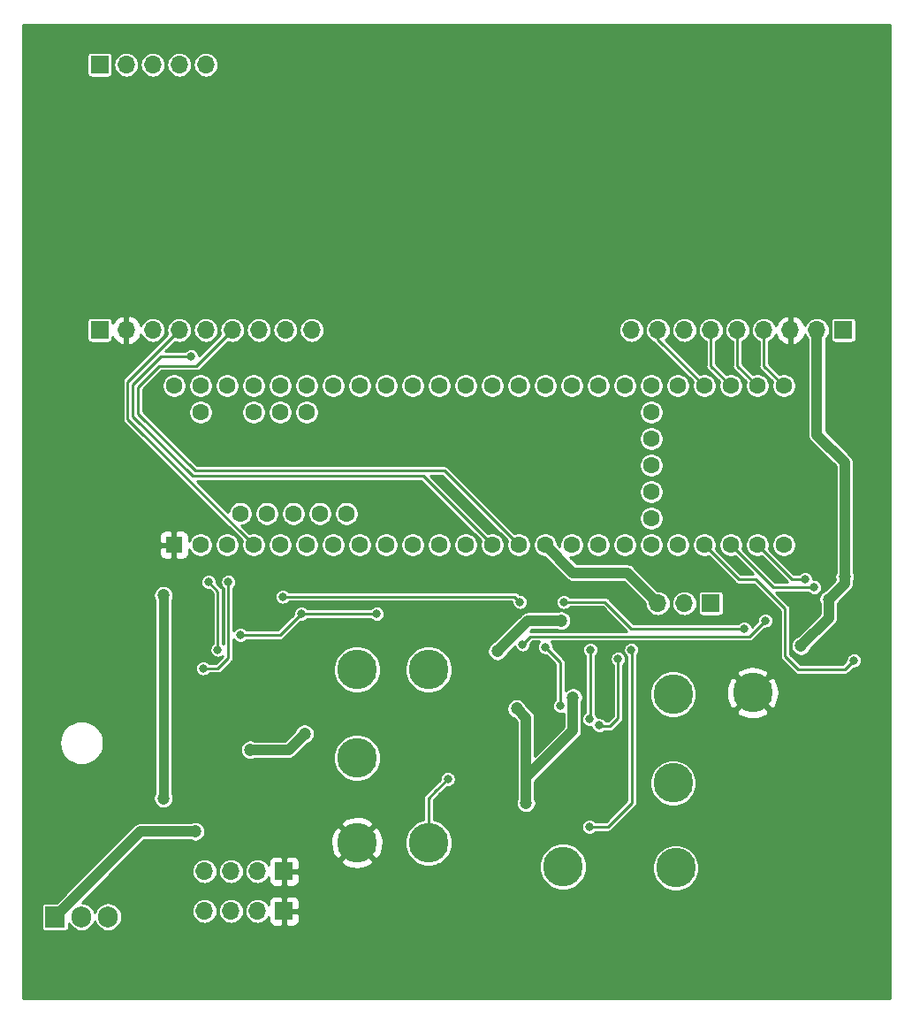
<source format=gbl>
%TF.GenerationSoftware,KiCad,Pcbnew,(5.1.4)-1*%
%TF.CreationDate,2021-01-28T23:04:49+05:30*%
%TF.ProjectId,rev1,72657631-2e6b-4696-9361-645f70636258,rev?*%
%TF.SameCoordinates,Original*%
%TF.FileFunction,Copper,L2,Bot*%
%TF.FilePolarity,Positive*%
%FSLAX46Y46*%
G04 Gerber Fmt 4.6, Leading zero omitted, Abs format (unit mm)*
G04 Created by KiCad (PCBNEW (5.1.4)-1) date 2021-01-28 23:04:49*
%MOMM*%
%LPD*%
G04 APERTURE LIST*
%TA.AperFunction,ComponentPad*%
%ADD10C,1.600000*%
%TD*%
%TA.AperFunction,ComponentPad*%
%ADD11R,1.600000X1.600000*%
%TD*%
%TA.AperFunction,ComponentPad*%
%ADD12C,3.790000*%
%TD*%
%TA.AperFunction,ComponentPad*%
%ADD13O,1.700000X1.700000*%
%TD*%
%TA.AperFunction,ComponentPad*%
%ADD14R,1.700000X1.700000*%
%TD*%
%TA.AperFunction,ComponentPad*%
%ADD15R,1.905000X2.000000*%
%TD*%
%TA.AperFunction,ComponentPad*%
%ADD16O,1.905000X2.000000*%
%TD*%
%TA.AperFunction,ViaPad*%
%ADD17C,1.200000*%
%TD*%
%TA.AperFunction,ViaPad*%
%ADD18C,0.800000*%
%TD*%
%TA.AperFunction,Conductor*%
%ADD19C,0.250000*%
%TD*%
%TA.AperFunction,Conductor*%
%ADD20C,1.000000*%
%TD*%
%TA.AperFunction,Conductor*%
%ADD21C,0.900000*%
%TD*%
%TA.AperFunction,Conductor*%
%ADD22C,0.240000*%
%TD*%
G04 APERTURE END LIST*
D10*
%TO.P,U3,17*%
%TO.N,Net-(U3-Pad17)*%
X156083000Y-102616000D03*
%TO.P,U3,18*%
%TO.N,A0_GYRO_BMI088*%
X158623000Y-102616000D03*
%TO.P,U3,19*%
%TO.N,A0_ACCEL_BMI088*%
X161163000Y-102616000D03*
%TO.P,U3,20*%
%TO.N,Net-(U3-Pad20)*%
X163703000Y-102616000D03*
%TO.P,U3,16*%
%TO.N,Net-(U3-Pad16)*%
X153543000Y-102616000D03*
%TO.P,U3,15*%
%TO.N,3.3V_TEENSY*%
X151003000Y-102616000D03*
%TO.P,U3,14*%
%TO.N,MISO_RFM9X*%
X148463000Y-102616000D03*
%TO.P,U3,21*%
%TO.N,INT2_ACCEL_BMI088*%
X166243000Y-102616000D03*
%TO.P,U3,22*%
%TO.N,INT3_GYRO_BMI088*%
X168783000Y-102616000D03*
%TO.P,U3,23*%
%TO.N,INT4_GYRO_BMI088*%
X171323000Y-102616000D03*
%TO.P,U3,24*%
%TO.N,INT1_ACCEL_BMI088*%
X173863000Y-102616000D03*
%TO.P,U3,25*%
%TO.N,Net-(U3-Pad25)*%
X161163000Y-100076000D03*
%TO.P,U3,26*%
%TO.N,Net-(U3-Pad26)*%
X161163000Y-97536000D03*
%TO.P,U3,27*%
%TO.N,Net-(U3-Pad27)*%
X161163000Y-94996000D03*
%TO.P,U3,28*%
%TO.N,Net-(U3-Pad28)*%
X161163000Y-92456000D03*
%TO.P,U3,29*%
%TO.N,Net-(U3-Pad29)*%
X161163000Y-89916000D03*
%TO.P,U3,30*%
%TO.N,RX*%
X173863000Y-87376000D03*
%TO.P,U3,31*%
%TO.N,TX*%
X171323000Y-87376000D03*
%TO.P,U3,32*%
%TO.N,FIX*%
X168783000Y-87376000D03*
%TO.P,U3,33*%
%TO.N,ENABLE_GPS*%
X166243000Y-87376000D03*
%TO.P,U3,34*%
%TO.N,PPS*%
X163703000Y-87376000D03*
%TO.P,U3,35*%
%TO.N,Net-(U3-Pad35)*%
X161163000Y-87376000D03*
%TO.P,U3,36*%
%TO.N,Net-(U3-Pad36)*%
X158623000Y-87376000D03*
%TO.P,U3,37*%
%TO.N,Net-(U3-Pad37)*%
X156083000Y-87376000D03*
%TO.P,U3,13*%
%TO.N,MOSI_RFM9X*%
X145923000Y-102616000D03*
%TO.P,U3,12*%
%TO.N,nBOOT_LOAD_PIN*%
X143383000Y-102616000D03*
%TO.P,U3,11*%
%TO.N,nRESET*%
X140843000Y-102616000D03*
%TO.P,U3,10*%
%TO.N,INT_BNO055*%
X138303000Y-102616000D03*
%TO.P,U3,9*%
%TO.N,COM3*%
X135763000Y-102616000D03*
%TO.P,U3,8*%
%TO.N,INT2_MPL3115A2*%
X133223000Y-102616000D03*
%TO.P,U3,7*%
%TO.N,INT1_MPL3115A2*%
X130683000Y-102616000D03*
%TO.P,U3,6*%
%TO.N,SDA_TEENSY*%
X128143000Y-102616000D03*
%TO.P,U3,5*%
%TO.N,SCL_TEENSY*%
X125603000Y-102616000D03*
%TO.P,U3,4*%
%TO.N,G0_RFM9X*%
X123063000Y-102616000D03*
%TO.P,U3,3*%
%TO.N,INT2_ADXL345*%
X120523000Y-102616000D03*
%TO.P,U3,2*%
%TO.N,INT1_ADXL345*%
X117983000Y-102616000D03*
D11*
%TO.P,U3,1*%
%TO.N,GND*%
X115443000Y-102616000D03*
D10*
%TO.P,U3,38*%
%TO.N,Net-(U3-Pad38)*%
X153543000Y-87376000D03*
%TO.P,U3,39*%
%TO.N,Net-(U3-Pad39)*%
X151003000Y-87376000D03*
%TO.P,U3,40*%
%TO.N,Net-(U3-Pad40)*%
X148463000Y-87376000D03*
%TO.P,U3,41*%
%TO.N,SCK_RFM9X*%
X145923000Y-87376000D03*
%TO.P,U3,42*%
%TO.N,Net-(U3-Pad42)*%
X143383000Y-87376000D03*
%TO.P,U3,43*%
%TO.N,Net-(U3-Pad43)*%
X140843000Y-87376000D03*
%TO.P,U3,44*%
%TO.N,Net-(U3-Pad44)*%
X138303000Y-87376000D03*
%TO.P,U3,45*%
%TO.N,Net-(U3-Pad45)*%
X135763000Y-87376000D03*
%TO.P,U3,46*%
%TO.N,Net-(U3-Pad46)*%
X133223000Y-87376000D03*
%TO.P,U3,47*%
%TO.N,Net-(U3-Pad47)*%
X130683000Y-87376000D03*
%TO.P,U3,48*%
%TO.N,Net-(U3-Pad48)*%
X128143000Y-87376000D03*
%TO.P,U3,49*%
%TO.N,RST_RFM9X*%
X125603000Y-87376000D03*
%TO.P,U3,50*%
%TO.N,CS_RFM9X*%
X123063000Y-87376000D03*
%TO.P,U3,51*%
%TO.N,Net-(U3-Pad51)*%
X120523000Y-87376000D03*
%TO.P,U3,52*%
%TO.N,Net-(U3-Pad52)*%
X117983000Y-87376000D03*
%TO.P,U3,53*%
%TO.N,BMS_to_Teensy*%
X115443000Y-87376000D03*
%TO.P,U3,54*%
%TO.N,Net-(U3-Pad54)*%
X117983000Y-89916000D03*
%TO.P,U3,55*%
%TO.N,Net-(U3-Pad55)*%
X123063000Y-89916000D03*
%TO.P,U3,56*%
%TO.N,Net-(U3-Pad56)*%
X125603000Y-89916000D03*
%TO.P,U3,57*%
%TO.N,Net-(U3-Pad57)*%
X128143000Y-89916000D03*
%TO.P,U3,58*%
%TO.N,N/C*%
X121793000Y-99616000D03*
%TO.P,U3,59*%
X124333000Y-99616000D03*
%TO.P,U3,60*%
X126873000Y-99616000D03*
%TO.P,U3,61*%
X129413000Y-99616000D03*
%TO.P,U3,62*%
X131953000Y-99616000D03*
%TD*%
D12*
%TO.P,BOOT1,1*%
%TO.N,nBOOT_LOAD_PIN*%
X152717500Y-133413500D03*
%TD*%
%TO.P,CAP1,1*%
%TO.N,Net-(C4-Pad1)*%
X163512500Y-133540500D03*
%TD*%
%TO.P,CAP2,1*%
%TO.N,Net-(C9-Pad1)*%
X132969000Y-122999500D03*
%TD*%
%TO.P,GND1,1*%
%TO.N,GND*%
X170878500Y-116776500D03*
%TD*%
%TO.P,GND2,1*%
%TO.N,GND*%
X132969000Y-131127500D03*
%TD*%
%TO.P,nReset1,1*%
%TO.N,nRESET*%
X163258500Y-125412500D03*
%TD*%
%TO.P,OSCin1,1*%
%TO.N,OptionalOSCinput*%
X139827000Y-131127500D03*
%TD*%
%TO.P,OSCout1,1*%
%TO.N,OptionalOSCoutput*%
X139827000Y-114554000D03*
%TD*%
%TO.P,VDD1,1*%
%TO.N,3.3VBMS*%
X163258500Y-116903500D03*
%TD*%
%TO.P,VDD2,1*%
%TO.N,3.3VBMS*%
X132969000Y-114554000D03*
%TD*%
D13*
%TO.P,J2,5*%
%TO.N,SCK_RFM9X*%
X118491000Y-82042000D03*
%TO.P,J2,6*%
%TO.N,G0_RFM9X*%
X115951000Y-82042000D03*
%TO.P,J2,7*%
%TO.N,Net-(J2-Pad7)*%
X113411000Y-82042000D03*
%TO.P,J2,8*%
%TO.N,GND*%
X110871000Y-82042000D03*
D14*
%TO.P,J2,9*%
%TO.N,3.3VBMS*%
X108331000Y-82042000D03*
D13*
%TO.P,J2,4*%
%TO.N,MISO_RFM9X*%
X121031000Y-82042000D03*
%TO.P,J2,3*%
%TO.N,MOSI_RFM9X*%
X123571000Y-82042000D03*
%TO.P,J2,2*%
%TO.N,CS_RFM9X*%
X126111000Y-82042000D03*
%TO.P,J2,1*%
%TO.N,RST_RFM9X*%
X128651000Y-82042000D03*
D14*
%TO.P,J2,10*%
%TO.N,Net-(J2-Pad10)*%
X108331000Y-56642000D03*
D13*
%TO.P,J2,11*%
%TO.N,Net-(J2-Pad11)*%
X110871000Y-56642000D03*
%TO.P,J2,12*%
%TO.N,Net-(J2-Pad12)*%
X113411000Y-56642000D03*
%TO.P,J2,13*%
%TO.N,Net-(J2-Pad13)*%
X115951000Y-56642000D03*
%TO.P,J2,14*%
%TO.N,Net-(J2-Pad14)*%
X118491000Y-56642000D03*
%TD*%
%TO.P,J1,9*%
%TO.N,Net-(J1-Pad9)*%
X159258000Y-82042000D03*
%TO.P,J1,8*%
%TO.N,ENABLE_GPS*%
X161798000Y-82042000D03*
%TO.P,J1,7*%
%TO.N,Net-(J1-Pad7)*%
X164338000Y-82042000D03*
%TO.P,J1,6*%
%TO.N,FIX*%
X166878000Y-82042000D03*
%TO.P,J1,5*%
%TO.N,TX*%
X169418000Y-82042000D03*
%TO.P,J1,4*%
%TO.N,RX*%
X171958000Y-82042000D03*
%TO.P,J1,3*%
%TO.N,GND*%
X174498000Y-82042000D03*
%TO.P,J1,2*%
%TO.N,3.3VBMS*%
X177038000Y-82042000D03*
D14*
%TO.P,J1,1*%
%TO.N,PPS*%
X179578000Y-82042000D03*
%TD*%
%TO.P,J3,1*%
%TO.N,Net-(J3-Pad1)*%
X166878000Y-108204000D03*
D13*
%TO.P,J3,2*%
%TO.N,3.3VBMS*%
X164338000Y-108204000D03*
%TO.P,J3,3*%
%TO.N,3.3V_TEENSY*%
X161798000Y-108204000D03*
%TD*%
D14*
%TO.P,BMS_CONN1,1*%
%TO.N,GND*%
X125984000Y-137668000D03*
D13*
%TO.P,BMS_CONN1,2*%
%TO.N,BMS_to_sensors*%
X123444000Y-137668000D03*
%TO.P,BMS_CONN1,3*%
%TO.N,BMS_to_sensors_backup*%
X120904000Y-137668000D03*
%TO.P,BMS_CONN1,4*%
%TO.N,Net-(BMS_CONN1-Pad4)*%
X118364000Y-137668000D03*
%TD*%
D15*
%TO.P,Q1,1*%
%TO.N,Net-(Q1-Pad1)*%
X104048002Y-138226001D03*
D16*
%TO.P,Q1,2*%
%TO.N,Net-(D3-Pad2)*%
X106588002Y-138226001D03*
%TO.P,Q1,3*%
%TO.N,BMS_to_sensors_backup*%
X109128002Y-138226001D03*
%TD*%
D14*
%TO.P,BMS_CONN2,1*%
%TO.N,GND*%
X125984000Y-133858000D03*
D13*
%TO.P,BMS_CONN2,2*%
%TO.N,BMS_to_sensors*%
X123444000Y-133858000D03*
%TO.P,BMS_CONN2,3*%
%TO.N,BMS_to_sensors_backup*%
X120904000Y-133858000D03*
%TO.P,BMS_CONN2,4*%
%TO.N,Net-(BMS_CONN1-Pad4)*%
X118364000Y-133858000D03*
%TD*%
D17*
%TO.N,GND*%
X156591000Y-114300000D03*
X156654500Y-118427500D03*
D18*
X156337000Y-109982000D03*
X154432000Y-109982000D03*
X152527000Y-112395000D03*
D17*
X157543500Y-122491500D03*
X125539500Y-120205500D03*
X126936500Y-124269500D03*
X156146500Y-128079500D03*
X149987000Y-114808000D03*
X144018000Y-117221000D03*
X105283000Y-109347000D03*
X108458000Y-109347000D03*
X108458000Y-112903000D03*
X127254000Y-130937000D03*
X123888500Y-129730500D03*
X124968000Y-128651000D03*
X126111000Y-129794000D03*
X125031500Y-130873500D03*
X129540000Y-128905000D03*
X128270000Y-127635000D03*
X127127000Y-126492000D03*
X175641000Y-117094000D03*
D18*
%TO.N,OptionalOSCinput*%
X141668500Y-125031500D03*
%TO.N,nRESET*%
X157988000Y-113538000D03*
X156197300Y-119900700D03*
%TO.N,nBOOT_LOAD_PIN*%
X159258000Y-112649000D03*
X155257500Y-129603500D03*
%TO.N,SDA_TEENSY*%
X127635000Y-109220000D03*
X134874000Y-109220000D03*
X121793000Y-111252000D03*
X172085000Y-109855000D03*
X148844000Y-112141000D03*
%TO.N,SCL_TEENSY*%
X125857000Y-107569000D03*
X152781000Y-108077000D03*
X170053000Y-110617000D03*
X148590000Y-108077000D03*
%TO.N,COM3*%
X151003000Y-112395000D03*
X152463500Y-118046500D03*
%TO.N,INT_BNO055*%
X155257500Y-119316500D03*
X155321000Y-112649000D03*
%TO.N,INT4_GYRO_BMI088*%
X175895000Y-105918000D03*
%TO.N,INT3_GYRO_BMI088*%
X176784000Y-106680000D03*
%TO.N,INT2_ACCEL_BMI088*%
X180594000Y-113665000D03*
%TO.N,INT2_ADXL345*%
X120650000Y-106172000D03*
X118237000Y-114427000D03*
%TO.N,INT1_ADXL345*%
X118745000Y-106172000D03*
X119634000Y-112649000D03*
%TO.N,MOSI_RFM9X*%
X117094000Y-84582000D03*
D17*
%TO.N,3.3VBMS*%
X148272500Y-118300500D03*
X149161500Y-127317500D03*
X153657300Y-117233700D03*
X122745500Y-122237500D03*
X127952500Y-120713500D03*
X146433500Y-112778500D03*
X152527000Y-109855000D03*
X178181000Y-107823000D03*
X179705000Y-105664000D03*
X175514000Y-112268000D03*
%TO.N,BMS_to_Teensy*%
X114427000Y-107442000D03*
X114427000Y-126873000D03*
%TO.N,Net-(Q1-Pad1)*%
X117475000Y-130048000D03*
%TD*%
D19*
%TO.N,GND*%
X156654500Y-114363500D02*
X156591000Y-114300000D01*
X156654500Y-118427500D02*
X156654500Y-114363500D01*
X156337000Y-109982000D02*
X154432000Y-109982000D01*
X154559000Y-116078000D02*
X154559000Y-114427000D01*
X154807498Y-116326498D02*
X154559000Y-116078000D01*
X154807498Y-117861502D02*
X154807498Y-116326498D01*
X154482302Y-118186698D02*
X154807498Y-117861502D01*
X154482302Y-120446302D02*
X154482302Y-118186698D01*
X156527500Y-122491500D02*
X154482302Y-120446302D01*
X157543500Y-122491500D02*
X156527500Y-122491500D01*
X154559000Y-114427000D02*
X152527000Y-112395000D01*
X131381500Y-131127500D02*
X131508500Y-131127500D01*
X132969000Y-131127500D02*
X136525000Y-127571500D01*
X136525000Y-126746000D02*
X136525000Y-127571500D01*
X149098000Y-115697000D02*
X149987000Y-114808000D01*
X145542000Y-115697000D02*
X149098000Y-115697000D01*
X144018000Y-117221000D02*
X145542000Y-115697000D01*
X136525000Y-124714000D02*
X144018000Y-117221000D01*
X136525000Y-126111000D02*
X136525000Y-124714000D01*
X136525000Y-126111000D02*
X136525000Y-126746000D01*
D20*
X108458000Y-109347000D02*
X105283000Y-109347000D01*
X108458000Y-112903000D02*
X108458000Y-109347000D01*
D19*
X126111000Y-129794000D02*
X127254000Y-130937000D01*
X123888500Y-129730500D02*
X124968000Y-128651000D01*
X124968000Y-128651000D02*
X127127000Y-126492000D01*
X128270000Y-127635000D02*
X129540000Y-128905000D01*
%TO.N,OptionalOSCinput*%
X141668500Y-125031500D02*
X140525500Y-126174500D01*
X140525500Y-126174500D02*
X140398500Y-126301500D01*
X139827000Y-131127500D02*
X139827000Y-126873000D01*
X139827000Y-126873000D02*
X140525500Y-126174500D01*
%TO.N,nRESET*%
X158000700Y-113550700D02*
X157988000Y-113538000D01*
X158000700Y-116674900D02*
X158000700Y-113550700D01*
X158000700Y-119214900D02*
X158000700Y-116776500D01*
X158000700Y-116776500D02*
X158000700Y-116674900D01*
X157238700Y-119976900D02*
X158000700Y-119214900D01*
X156273500Y-119976900D02*
X157238700Y-119976900D01*
X156197300Y-119900700D02*
X156273500Y-119976900D01*
%TO.N,nBOOT_LOAD_PIN*%
X159321500Y-112712500D02*
X159258000Y-112649000D01*
X159321500Y-127317500D02*
X159321500Y-112712500D01*
X156781500Y-129603500D02*
X157035500Y-129603500D01*
X155257500Y-129603500D02*
X156781500Y-129603500D01*
X157035500Y-129603500D02*
X159321500Y-127317500D01*
%TO.N,SDA_TEENSY*%
X134874000Y-109220000D02*
X127635000Y-109220000D01*
X127635000Y-109220000D02*
X126111000Y-110744000D01*
X126111000Y-110744000D02*
X125603000Y-111252000D01*
X121793000Y-111252000D02*
X125603000Y-111252000D01*
X170561000Y-111379000D02*
X149606000Y-111379000D01*
X149606000Y-111379000D02*
X148844000Y-112141000D01*
X172085000Y-109855000D02*
X170561000Y-111379000D01*
%TO.N,SCL_TEENSY*%
X156718000Y-108077000D02*
X159258000Y-110617000D01*
X156718000Y-108077000D02*
X152781000Y-108077000D01*
X170053000Y-110617000D02*
X159258000Y-110617000D01*
X128016000Y-107569000D02*
X126873000Y-107569000D01*
X126873000Y-107569000D02*
X125857000Y-107569000D01*
X142875000Y-107569000D02*
X128016000Y-107569000D01*
X148082000Y-107569000D02*
X142875000Y-107569000D01*
X148590000Y-108077000D02*
X148082000Y-107569000D01*
%TO.N,INT2_MPL3115A2*%
X133223000Y-102895400D02*
X133223000Y-102616000D01*
%TO.N,COM3*%
X135697000Y-102682000D02*
X135763000Y-102616000D01*
X152463500Y-113855500D02*
X151003000Y-112395000D01*
X152463500Y-116840000D02*
X152463500Y-113855500D01*
X152463500Y-118046500D02*
X152463500Y-116840000D01*
%TO.N,INT_BNO055*%
X155257500Y-119316500D02*
X155321000Y-119253000D01*
X155321000Y-112649000D02*
X155321000Y-119253000D01*
%TO.N,INT4_GYRO_BMI088*%
X174625000Y-105918000D02*
X171323000Y-102616000D01*
X175895000Y-105918000D02*
X174625000Y-105918000D01*
%TO.N,INT3_GYRO_BMI088*%
X172847000Y-106680000D02*
X168783000Y-102616000D01*
X176784000Y-106680000D02*
X172847000Y-106680000D01*
%TO.N,INT2_ACCEL_BMI088*%
X169545000Y-105918000D02*
X166243000Y-102616000D01*
X171196000Y-105918000D02*
X169545000Y-105918000D01*
X173990000Y-108712000D02*
X171196000Y-105918000D01*
X173990000Y-113284000D02*
X173990000Y-108712000D01*
X180594000Y-113665000D02*
X179705000Y-114554000D01*
X179705000Y-114554000D02*
X175260000Y-114554000D01*
X175260000Y-114554000D02*
X173990000Y-113284000D01*
%TO.N,TX*%
X169418000Y-82042000D02*
X169418000Y-85471000D01*
X169418000Y-85471000D02*
X171323000Y-87376000D01*
%TO.N,RX*%
X171958000Y-82042000D02*
X171958000Y-85471000D01*
X171958000Y-85471000D02*
X173863000Y-87376000D01*
%TO.N,ENABLE_GPS*%
X161798000Y-82042000D02*
X161798000Y-82931000D01*
X161798000Y-82931000D02*
X166243000Y-87376000D01*
%TO.N,FIX*%
X166878000Y-82042000D02*
X166878000Y-85471000D01*
X166878000Y-85471000D02*
X168783000Y-87376000D01*
%TO.N,INT2_ADXL345*%
X120650000Y-113411000D02*
X120650000Y-106172000D01*
X119634000Y-114427000D02*
X120650000Y-113411000D01*
X118237000Y-114427000D02*
X119634000Y-114427000D01*
%TO.N,INT1_ADXL345*%
X119634000Y-107061000D02*
X118745000Y-106172000D01*
X119634000Y-112649000D02*
X119634000Y-107061000D01*
%TO.N,G0_RFM9X*%
X115951000Y-82042000D02*
X110998000Y-86995000D01*
X110998000Y-90551000D02*
X123063000Y-102616000D01*
X110998000Y-86995000D02*
X110998000Y-90551000D01*
%TO.N,MISO_RFM9X*%
X141351000Y-95504000D02*
X148463000Y-102616000D01*
X117475000Y-95504000D02*
X141351000Y-95504000D01*
X112014000Y-90043000D02*
X117475000Y-95504000D01*
X112014000Y-87503000D02*
X112014000Y-90043000D01*
X114046000Y-85471000D02*
X112014000Y-87503000D01*
X117602000Y-85471000D02*
X114046000Y-85471000D01*
X121031000Y-82042000D02*
X117602000Y-85471000D01*
%TO.N,MOSI_RFM9X*%
X139319000Y-96012000D02*
X145923000Y-102616000D01*
X117221000Y-96012000D02*
X139319000Y-96012000D01*
X111506000Y-90297000D02*
X117221000Y-96012000D01*
X111506000Y-87249000D02*
X111506000Y-90297000D01*
X114173000Y-84582000D02*
X111506000Y-87249000D01*
X116205000Y-84582000D02*
X114173000Y-84582000D01*
X117094000Y-84582000D02*
X116205000Y-84582000D01*
D20*
%TO.N,3.3VBMS*%
X149161500Y-122237500D02*
X149161500Y-122923300D01*
X149161500Y-119189500D02*
X149161500Y-122237500D01*
X148272500Y-118300500D02*
X149161500Y-119189500D01*
X149161500Y-122923300D02*
X149161500Y-126022100D01*
X149161500Y-126022100D02*
X149161500Y-127317500D01*
X149161500Y-121475500D02*
X149161500Y-121856500D01*
X153657300Y-120408700D02*
X149186900Y-124879100D01*
X153657300Y-117233700D02*
X153657300Y-120408700D01*
X149161500Y-121729500D02*
X149161500Y-122821700D01*
X127952500Y-120713500D02*
X126428500Y-122237500D01*
X122745500Y-122237500D02*
X126428500Y-122237500D01*
X146433500Y-112778500D02*
X149357000Y-109855000D01*
X152527000Y-109855000D02*
X149357000Y-109855000D01*
X179705000Y-106299000D02*
X178181000Y-107823000D01*
X179705000Y-105664000D02*
X179705000Y-106299000D01*
X178181000Y-107823000D02*
X178181000Y-109601000D01*
X178181000Y-109601000D02*
X175514000Y-112268000D01*
X179705000Y-105664000D02*
X179705000Y-94742000D01*
X177038000Y-92075000D02*
X177038000Y-82042000D01*
X179705000Y-94742000D02*
X177038000Y-92075000D01*
%TO.N,3.3V_TEENSY*%
X151003000Y-102616000D02*
X153670000Y-105283000D01*
X158877000Y-105283000D02*
X161798000Y-108204000D01*
X153670000Y-105283000D02*
X158877000Y-105283000D01*
D21*
%TO.N,BMS_to_Teensy*%
X114427000Y-126873000D02*
X114427000Y-107442000D01*
D20*
%TO.N,Net-(Q1-Pad1)*%
X112226003Y-130048000D02*
X104048002Y-138226001D01*
X117475000Y-130048000D02*
X112226003Y-130048000D01*
%TD*%
D22*
%TO.N,GND*%
G36*
X184009000Y-146036000D02*
G01*
X100979000Y-146036000D01*
X100979000Y-137226001D01*
X102723712Y-137226001D01*
X102723712Y-139226001D01*
X102730856Y-139298534D01*
X102752013Y-139368279D01*
X102786370Y-139432556D01*
X102832607Y-139488896D01*
X102888947Y-139535133D01*
X102953224Y-139569490D01*
X103022969Y-139590647D01*
X103095502Y-139597791D01*
X105000502Y-139597791D01*
X105073035Y-139590647D01*
X105142780Y-139569490D01*
X105207057Y-139535133D01*
X105263397Y-139488896D01*
X105309634Y-139432556D01*
X105343991Y-139368279D01*
X105365148Y-139298534D01*
X105372292Y-139226001D01*
X105372292Y-138804561D01*
X105483063Y-139011798D01*
X105648330Y-139213174D01*
X105849706Y-139378440D01*
X106079455Y-139501244D01*
X106328748Y-139576866D01*
X106588002Y-139602400D01*
X106847257Y-139576866D01*
X107096550Y-139501244D01*
X107326299Y-139378440D01*
X107527675Y-139213174D01*
X107692941Y-139011797D01*
X107815745Y-138782048D01*
X107858002Y-138642745D01*
X107900259Y-138782049D01*
X108023063Y-139011798D01*
X108188330Y-139213174D01*
X108389706Y-139378440D01*
X108619455Y-139501244D01*
X108868748Y-139576866D01*
X109128002Y-139602400D01*
X109387257Y-139576866D01*
X109636550Y-139501244D01*
X109866299Y-139378440D01*
X110067675Y-139213174D01*
X110232941Y-139011797D01*
X110355745Y-138782048D01*
X110431367Y-138532755D01*
X110450502Y-138338471D01*
X110450502Y-138113530D01*
X110431367Y-137919246D01*
X110355745Y-137669953D01*
X110354702Y-137668000D01*
X117138097Y-137668000D01*
X117161652Y-137907162D01*
X117231413Y-138137133D01*
X117344699Y-138349075D01*
X117497156Y-138534844D01*
X117682925Y-138687301D01*
X117894867Y-138800587D01*
X118124838Y-138870348D01*
X118304065Y-138888000D01*
X118423935Y-138888000D01*
X118603162Y-138870348D01*
X118833133Y-138800587D01*
X119045075Y-138687301D01*
X119230844Y-138534844D01*
X119383301Y-138349075D01*
X119496587Y-138137133D01*
X119566348Y-137907162D01*
X119589903Y-137668000D01*
X119678097Y-137668000D01*
X119701652Y-137907162D01*
X119771413Y-138137133D01*
X119884699Y-138349075D01*
X120037156Y-138534844D01*
X120222925Y-138687301D01*
X120434867Y-138800587D01*
X120664838Y-138870348D01*
X120844065Y-138888000D01*
X120963935Y-138888000D01*
X121143162Y-138870348D01*
X121373133Y-138800587D01*
X121585075Y-138687301D01*
X121770844Y-138534844D01*
X121923301Y-138349075D01*
X122036587Y-138137133D01*
X122106348Y-137907162D01*
X122129903Y-137668000D01*
X122218097Y-137668000D01*
X122241652Y-137907162D01*
X122311413Y-138137133D01*
X122424699Y-138349075D01*
X122577156Y-138534844D01*
X122762925Y-138687301D01*
X122974867Y-138800587D01*
X123204838Y-138870348D01*
X123384065Y-138888000D01*
X123503935Y-138888000D01*
X123683162Y-138870348D01*
X123913133Y-138800587D01*
X124125075Y-138687301D01*
X124310844Y-138534844D01*
X124463301Y-138349075D01*
X124504296Y-138272379D01*
X124502961Y-138518000D01*
X124515086Y-138641110D01*
X124550996Y-138759488D01*
X124609310Y-138868586D01*
X124687788Y-138964212D01*
X124783414Y-139042690D01*
X124892512Y-139101004D01*
X125010890Y-139136914D01*
X125134000Y-139149039D01*
X125693000Y-139146000D01*
X125850000Y-138989000D01*
X125850000Y-137802000D01*
X126118000Y-137802000D01*
X126118000Y-138989000D01*
X126275000Y-139146000D01*
X126834000Y-139149039D01*
X126957110Y-139136914D01*
X127075488Y-139101004D01*
X127184586Y-139042690D01*
X127280212Y-138964212D01*
X127358690Y-138868586D01*
X127417004Y-138759488D01*
X127452914Y-138641110D01*
X127465039Y-138518000D01*
X127462000Y-137959000D01*
X127305000Y-137802000D01*
X126118000Y-137802000D01*
X125850000Y-137802000D01*
X125830000Y-137802000D01*
X125830000Y-137534000D01*
X125850000Y-137534000D01*
X125850000Y-136347000D01*
X126118000Y-136347000D01*
X126118000Y-137534000D01*
X127305000Y-137534000D01*
X127462000Y-137377000D01*
X127465039Y-136818000D01*
X127452914Y-136694890D01*
X127417004Y-136576512D01*
X127358690Y-136467414D01*
X127280212Y-136371788D01*
X127184586Y-136293310D01*
X127075488Y-136234996D01*
X126957110Y-136199086D01*
X126834000Y-136186961D01*
X126275000Y-136190000D01*
X126118000Y-136347000D01*
X125850000Y-136347000D01*
X125693000Y-136190000D01*
X125134000Y-136186961D01*
X125010890Y-136199086D01*
X124892512Y-136234996D01*
X124783414Y-136293310D01*
X124687788Y-136371788D01*
X124609310Y-136467414D01*
X124550996Y-136576512D01*
X124515086Y-136694890D01*
X124502961Y-136818000D01*
X124504296Y-137063621D01*
X124463301Y-136986925D01*
X124310844Y-136801156D01*
X124125075Y-136648699D01*
X123913133Y-136535413D01*
X123683162Y-136465652D01*
X123503935Y-136448000D01*
X123384065Y-136448000D01*
X123204838Y-136465652D01*
X122974867Y-136535413D01*
X122762925Y-136648699D01*
X122577156Y-136801156D01*
X122424699Y-136986925D01*
X122311413Y-137198867D01*
X122241652Y-137428838D01*
X122218097Y-137668000D01*
X122129903Y-137668000D01*
X122106348Y-137428838D01*
X122036587Y-137198867D01*
X121923301Y-136986925D01*
X121770844Y-136801156D01*
X121585075Y-136648699D01*
X121373133Y-136535413D01*
X121143162Y-136465652D01*
X120963935Y-136448000D01*
X120844065Y-136448000D01*
X120664838Y-136465652D01*
X120434867Y-136535413D01*
X120222925Y-136648699D01*
X120037156Y-136801156D01*
X119884699Y-136986925D01*
X119771413Y-137198867D01*
X119701652Y-137428838D01*
X119678097Y-137668000D01*
X119589903Y-137668000D01*
X119566348Y-137428838D01*
X119496587Y-137198867D01*
X119383301Y-136986925D01*
X119230844Y-136801156D01*
X119045075Y-136648699D01*
X118833133Y-136535413D01*
X118603162Y-136465652D01*
X118423935Y-136448000D01*
X118304065Y-136448000D01*
X118124838Y-136465652D01*
X117894867Y-136535413D01*
X117682925Y-136648699D01*
X117497156Y-136801156D01*
X117344699Y-136986925D01*
X117231413Y-137198867D01*
X117161652Y-137428838D01*
X117138097Y-137668000D01*
X110354702Y-137668000D01*
X110232941Y-137440204D01*
X110067675Y-137238828D01*
X109866298Y-137073562D01*
X109636549Y-136950758D01*
X109387256Y-136875136D01*
X109128002Y-136849602D01*
X108868747Y-136875136D01*
X108619454Y-136950758D01*
X108389705Y-137073562D01*
X108188329Y-137238828D01*
X108023063Y-137440205D01*
X107900259Y-137669954D01*
X107858002Y-137809257D01*
X107815745Y-137669953D01*
X107692941Y-137440204D01*
X107527675Y-137238828D01*
X107326298Y-137073562D01*
X107096549Y-136950758D01*
X106847256Y-136875136D01*
X106648780Y-136855588D01*
X109646368Y-133858000D01*
X117138097Y-133858000D01*
X117161652Y-134097162D01*
X117231413Y-134327133D01*
X117344699Y-134539075D01*
X117497156Y-134724844D01*
X117682925Y-134877301D01*
X117894867Y-134990587D01*
X118124838Y-135060348D01*
X118304065Y-135078000D01*
X118423935Y-135078000D01*
X118603162Y-135060348D01*
X118833133Y-134990587D01*
X119045075Y-134877301D01*
X119230844Y-134724844D01*
X119383301Y-134539075D01*
X119496587Y-134327133D01*
X119566348Y-134097162D01*
X119589903Y-133858000D01*
X119678097Y-133858000D01*
X119701652Y-134097162D01*
X119771413Y-134327133D01*
X119884699Y-134539075D01*
X120037156Y-134724844D01*
X120222925Y-134877301D01*
X120434867Y-134990587D01*
X120664838Y-135060348D01*
X120844065Y-135078000D01*
X120963935Y-135078000D01*
X121143162Y-135060348D01*
X121373133Y-134990587D01*
X121585075Y-134877301D01*
X121770844Y-134724844D01*
X121923301Y-134539075D01*
X122036587Y-134327133D01*
X122106348Y-134097162D01*
X122129903Y-133858000D01*
X122218097Y-133858000D01*
X122241652Y-134097162D01*
X122311413Y-134327133D01*
X122424699Y-134539075D01*
X122577156Y-134724844D01*
X122762925Y-134877301D01*
X122974867Y-134990587D01*
X123204838Y-135060348D01*
X123384065Y-135078000D01*
X123503935Y-135078000D01*
X123683162Y-135060348D01*
X123913133Y-134990587D01*
X124125075Y-134877301D01*
X124310844Y-134724844D01*
X124463301Y-134539075D01*
X124504296Y-134462379D01*
X124502961Y-134708000D01*
X124515086Y-134831110D01*
X124550996Y-134949488D01*
X124609310Y-135058586D01*
X124687788Y-135154212D01*
X124783414Y-135232690D01*
X124892512Y-135291004D01*
X125010890Y-135326914D01*
X125134000Y-135339039D01*
X125693000Y-135336000D01*
X125850000Y-135179000D01*
X125850000Y-133992000D01*
X126118000Y-133992000D01*
X126118000Y-135179000D01*
X126275000Y-135336000D01*
X126834000Y-135339039D01*
X126957110Y-135326914D01*
X127075488Y-135291004D01*
X127184586Y-135232690D01*
X127280212Y-135154212D01*
X127358690Y-135058586D01*
X127417004Y-134949488D01*
X127452914Y-134831110D01*
X127465039Y-134708000D01*
X127462000Y-134149000D01*
X127305000Y-133992000D01*
X126118000Y-133992000D01*
X125850000Y-133992000D01*
X125830000Y-133992000D01*
X125830000Y-133724000D01*
X125850000Y-133724000D01*
X125850000Y-132537000D01*
X126118000Y-132537000D01*
X126118000Y-133724000D01*
X127305000Y-133724000D01*
X127462000Y-133567000D01*
X127465039Y-133008000D01*
X127454524Y-132901228D01*
X131384777Y-132901228D01*
X131589334Y-133254423D01*
X132030785Y-133482714D01*
X132508292Y-133620496D01*
X133003504Y-133662474D01*
X133497390Y-133607034D01*
X133970970Y-133456306D01*
X134348666Y-133254423D01*
X134553223Y-132901228D01*
X132969000Y-131317005D01*
X131384777Y-132901228D01*
X127454524Y-132901228D01*
X127452914Y-132884890D01*
X127417004Y-132766512D01*
X127358690Y-132657414D01*
X127280212Y-132561788D01*
X127184586Y-132483310D01*
X127075488Y-132424996D01*
X126957110Y-132389086D01*
X126834000Y-132376961D01*
X126275000Y-132380000D01*
X126118000Y-132537000D01*
X125850000Y-132537000D01*
X125693000Y-132380000D01*
X125134000Y-132376961D01*
X125010890Y-132389086D01*
X124892512Y-132424996D01*
X124783414Y-132483310D01*
X124687788Y-132561788D01*
X124609310Y-132657414D01*
X124550996Y-132766512D01*
X124515086Y-132884890D01*
X124502961Y-133008000D01*
X124504296Y-133253621D01*
X124463301Y-133176925D01*
X124310844Y-132991156D01*
X124125075Y-132838699D01*
X123913133Y-132725413D01*
X123683162Y-132655652D01*
X123503935Y-132638000D01*
X123384065Y-132638000D01*
X123204838Y-132655652D01*
X122974867Y-132725413D01*
X122762925Y-132838699D01*
X122577156Y-132991156D01*
X122424699Y-133176925D01*
X122311413Y-133388867D01*
X122241652Y-133618838D01*
X122218097Y-133858000D01*
X122129903Y-133858000D01*
X122106348Y-133618838D01*
X122036587Y-133388867D01*
X121923301Y-133176925D01*
X121770844Y-132991156D01*
X121585075Y-132838699D01*
X121373133Y-132725413D01*
X121143162Y-132655652D01*
X120963935Y-132638000D01*
X120844065Y-132638000D01*
X120664838Y-132655652D01*
X120434867Y-132725413D01*
X120222925Y-132838699D01*
X120037156Y-132991156D01*
X119884699Y-133176925D01*
X119771413Y-133388867D01*
X119701652Y-133618838D01*
X119678097Y-133858000D01*
X119589903Y-133858000D01*
X119566348Y-133618838D01*
X119496587Y-133388867D01*
X119383301Y-133176925D01*
X119230844Y-132991156D01*
X119045075Y-132838699D01*
X118833133Y-132725413D01*
X118603162Y-132655652D01*
X118423935Y-132638000D01*
X118304065Y-132638000D01*
X118124838Y-132655652D01*
X117894867Y-132725413D01*
X117682925Y-132838699D01*
X117497156Y-132991156D01*
X117344699Y-133176925D01*
X117231413Y-133388867D01*
X117161652Y-133618838D01*
X117138097Y-133858000D01*
X109646368Y-133858000D01*
X112342364Y-131162004D01*
X130434026Y-131162004D01*
X130489466Y-131655890D01*
X130640194Y-132129470D01*
X130842077Y-132507166D01*
X131195272Y-132711723D01*
X132779495Y-131127500D01*
X133158505Y-131127500D01*
X134742728Y-132711723D01*
X135095923Y-132507166D01*
X135324214Y-132065715D01*
X135461996Y-131588208D01*
X135503974Y-131092996D01*
X135482806Y-130904417D01*
X137562000Y-130904417D01*
X137562000Y-131350583D01*
X137649043Y-131788176D01*
X137819783Y-132200380D01*
X138067660Y-132571353D01*
X138383147Y-132886840D01*
X138754120Y-133134717D01*
X139166324Y-133305457D01*
X139603917Y-133392500D01*
X140050083Y-133392500D01*
X140487676Y-133305457D01*
X140765407Y-133190417D01*
X150452500Y-133190417D01*
X150452500Y-133636583D01*
X150539543Y-134074176D01*
X150710283Y-134486380D01*
X150958160Y-134857353D01*
X151273647Y-135172840D01*
X151644620Y-135420717D01*
X152056824Y-135591457D01*
X152494417Y-135678500D01*
X152940583Y-135678500D01*
X153378176Y-135591457D01*
X153790380Y-135420717D01*
X154161353Y-135172840D01*
X154476840Y-134857353D01*
X154724717Y-134486380D01*
X154895457Y-134074176D01*
X154982500Y-133636583D01*
X154982500Y-133317417D01*
X161247500Y-133317417D01*
X161247500Y-133763583D01*
X161334543Y-134201176D01*
X161505283Y-134613380D01*
X161753160Y-134984353D01*
X162068647Y-135299840D01*
X162439620Y-135547717D01*
X162851824Y-135718457D01*
X163289417Y-135805500D01*
X163735583Y-135805500D01*
X164173176Y-135718457D01*
X164585380Y-135547717D01*
X164956353Y-135299840D01*
X165271840Y-134984353D01*
X165519717Y-134613380D01*
X165690457Y-134201176D01*
X165777500Y-133763583D01*
X165777500Y-133317417D01*
X165690457Y-132879824D01*
X165519717Y-132467620D01*
X165271840Y-132096647D01*
X164956353Y-131781160D01*
X164585380Y-131533283D01*
X164173176Y-131362543D01*
X163735583Y-131275500D01*
X163289417Y-131275500D01*
X162851824Y-131362543D01*
X162439620Y-131533283D01*
X162068647Y-131781160D01*
X161753160Y-132096647D01*
X161505283Y-132467620D01*
X161334543Y-132879824D01*
X161247500Y-133317417D01*
X154982500Y-133317417D01*
X154982500Y-133190417D01*
X154895457Y-132752824D01*
X154724717Y-132340620D01*
X154476840Y-131969647D01*
X154161353Y-131654160D01*
X153790380Y-131406283D01*
X153378176Y-131235543D01*
X152940583Y-131148500D01*
X152494417Y-131148500D01*
X152056824Y-131235543D01*
X151644620Y-131406283D01*
X151273647Y-131654160D01*
X150958160Y-131969647D01*
X150710283Y-132340620D01*
X150539543Y-132752824D01*
X150452500Y-133190417D01*
X140765407Y-133190417D01*
X140899880Y-133134717D01*
X141270853Y-132886840D01*
X141586340Y-132571353D01*
X141834217Y-132200380D01*
X142004957Y-131788176D01*
X142092000Y-131350583D01*
X142092000Y-130904417D01*
X142004957Y-130466824D01*
X141834217Y-130054620D01*
X141586340Y-129683647D01*
X141430355Y-129527662D01*
X154487500Y-129527662D01*
X154487500Y-129679338D01*
X154517090Y-129828101D01*
X154575135Y-129968232D01*
X154659402Y-130094347D01*
X154766653Y-130201598D01*
X154892768Y-130285865D01*
X155032899Y-130343910D01*
X155181662Y-130373500D01*
X155333338Y-130373500D01*
X155482101Y-130343910D01*
X155622232Y-130285865D01*
X155748347Y-130201598D01*
X155851445Y-130098500D01*
X157011193Y-130098500D01*
X157035500Y-130100894D01*
X157059807Y-130098500D01*
X157059818Y-130098500D01*
X157132537Y-130091338D01*
X157225845Y-130063033D01*
X157311838Y-130017069D01*
X157387211Y-129955211D01*
X157402713Y-129936322D01*
X159654327Y-127684709D01*
X159673211Y-127669211D01*
X159688709Y-127650327D01*
X159688713Y-127650323D01*
X159735068Y-127593839D01*
X159736876Y-127590457D01*
X159781033Y-127507845D01*
X159809338Y-127414537D01*
X159816500Y-127341818D01*
X159816500Y-127341808D01*
X159818894Y-127317501D01*
X159816500Y-127293194D01*
X159816500Y-125189417D01*
X160993500Y-125189417D01*
X160993500Y-125635583D01*
X161080543Y-126073176D01*
X161251283Y-126485380D01*
X161499160Y-126856353D01*
X161814647Y-127171840D01*
X162185620Y-127419717D01*
X162597824Y-127590457D01*
X163035417Y-127677500D01*
X163481583Y-127677500D01*
X163919176Y-127590457D01*
X164331380Y-127419717D01*
X164702353Y-127171840D01*
X165017840Y-126856353D01*
X165265717Y-126485380D01*
X165436457Y-126073176D01*
X165523500Y-125635583D01*
X165523500Y-125189417D01*
X165436457Y-124751824D01*
X165265717Y-124339620D01*
X165017840Y-123968647D01*
X164702353Y-123653160D01*
X164331380Y-123405283D01*
X163919176Y-123234543D01*
X163481583Y-123147500D01*
X163035417Y-123147500D01*
X162597824Y-123234543D01*
X162185620Y-123405283D01*
X161814647Y-123653160D01*
X161499160Y-123968647D01*
X161251283Y-124339620D01*
X161080543Y-124751824D01*
X160993500Y-125189417D01*
X159816500Y-125189417D01*
X159816500Y-116680417D01*
X160993500Y-116680417D01*
X160993500Y-117126583D01*
X161080543Y-117564176D01*
X161251283Y-117976380D01*
X161499160Y-118347353D01*
X161814647Y-118662840D01*
X162185620Y-118910717D01*
X162597824Y-119081457D01*
X163035417Y-119168500D01*
X163481583Y-119168500D01*
X163919176Y-119081457D01*
X164331380Y-118910717D01*
X164702353Y-118662840D01*
X164814965Y-118550228D01*
X169294277Y-118550228D01*
X169498834Y-118903423D01*
X169940285Y-119131714D01*
X170417792Y-119269496D01*
X170913004Y-119311474D01*
X171406890Y-119256034D01*
X171880470Y-119105306D01*
X172258166Y-118903423D01*
X172462723Y-118550228D01*
X170878500Y-116966005D01*
X169294277Y-118550228D01*
X164814965Y-118550228D01*
X165017840Y-118347353D01*
X165265717Y-117976380D01*
X165436457Y-117564176D01*
X165523500Y-117126583D01*
X165523500Y-116811004D01*
X168343526Y-116811004D01*
X168398966Y-117304890D01*
X168549694Y-117778470D01*
X168751577Y-118156166D01*
X169104772Y-118360723D01*
X170688995Y-116776500D01*
X171068005Y-116776500D01*
X172652228Y-118360723D01*
X173005423Y-118156166D01*
X173233714Y-117714715D01*
X173371496Y-117237208D01*
X173413474Y-116741996D01*
X173358034Y-116248110D01*
X173207306Y-115774530D01*
X173005423Y-115396834D01*
X172652228Y-115192277D01*
X171068005Y-116776500D01*
X170688995Y-116776500D01*
X169104772Y-115192277D01*
X168751577Y-115396834D01*
X168523286Y-115838285D01*
X168385504Y-116315792D01*
X168343526Y-116811004D01*
X165523500Y-116811004D01*
X165523500Y-116680417D01*
X165436457Y-116242824D01*
X165265717Y-115830620D01*
X165017840Y-115459647D01*
X164702353Y-115144160D01*
X164490752Y-115002772D01*
X169294277Y-115002772D01*
X170878500Y-116586995D01*
X172462723Y-115002772D01*
X172258166Y-114649577D01*
X171816715Y-114421286D01*
X171339208Y-114283504D01*
X170843996Y-114241526D01*
X170350110Y-114296966D01*
X169876530Y-114447694D01*
X169498834Y-114649577D01*
X169294277Y-115002772D01*
X164490752Y-115002772D01*
X164331380Y-114896283D01*
X163919176Y-114725543D01*
X163481583Y-114638500D01*
X163035417Y-114638500D01*
X162597824Y-114725543D01*
X162185620Y-114896283D01*
X161814647Y-115144160D01*
X161499160Y-115459647D01*
X161251283Y-115830620D01*
X161080543Y-116242824D01*
X160993500Y-116680417D01*
X159816500Y-116680417D01*
X159816500Y-113179445D01*
X159856098Y-113139847D01*
X159940365Y-113013732D01*
X159998410Y-112873601D01*
X160028000Y-112724838D01*
X160028000Y-112573162D01*
X159998410Y-112424399D01*
X159940365Y-112284268D01*
X159856098Y-112158153D01*
X159748847Y-112050902D01*
X159622732Y-111966635D01*
X159482601Y-111908590D01*
X159333838Y-111879000D01*
X159182162Y-111879000D01*
X159033399Y-111908590D01*
X158893268Y-111966635D01*
X158767153Y-112050902D01*
X158659902Y-112158153D01*
X158575635Y-112284268D01*
X158517590Y-112424399D01*
X158488000Y-112573162D01*
X158488000Y-112724838D01*
X158517590Y-112873601D01*
X158575635Y-113013732D01*
X158659902Y-113139847D01*
X158767153Y-113247098D01*
X158826501Y-113286753D01*
X158826500Y-127112464D01*
X156830465Y-129108500D01*
X155851445Y-129108500D01*
X155748347Y-129005402D01*
X155622232Y-128921135D01*
X155482101Y-128863090D01*
X155333338Y-128833500D01*
X155181662Y-128833500D01*
X155032899Y-128863090D01*
X154892768Y-128921135D01*
X154766653Y-129005402D01*
X154659402Y-129112653D01*
X154575135Y-129238768D01*
X154517090Y-129378899D01*
X154487500Y-129527662D01*
X141430355Y-129527662D01*
X141270853Y-129368160D01*
X140899880Y-129120283D01*
X140487676Y-128949543D01*
X140322000Y-128916588D01*
X140322000Y-127078035D01*
X140892713Y-126507323D01*
X140892717Y-126507318D01*
X141598536Y-125801500D01*
X141744338Y-125801500D01*
X141893101Y-125771910D01*
X142033232Y-125713865D01*
X142159347Y-125629598D01*
X142266598Y-125522347D01*
X142350865Y-125396232D01*
X142408910Y-125256101D01*
X142438500Y-125107338D01*
X142438500Y-124955662D01*
X142408910Y-124806899D01*
X142350865Y-124666768D01*
X142266598Y-124540653D01*
X142159347Y-124433402D01*
X142033232Y-124349135D01*
X141893101Y-124291090D01*
X141744338Y-124261500D01*
X141592662Y-124261500D01*
X141443899Y-124291090D01*
X141303768Y-124349135D01*
X141177653Y-124433402D01*
X141070402Y-124540653D01*
X140986135Y-124666768D01*
X140928090Y-124806899D01*
X140898500Y-124955662D01*
X140898500Y-125101464D01*
X140192682Y-125807283D01*
X140192677Y-125807287D01*
X139494173Y-126505792D01*
X139475290Y-126521289D01*
X139459792Y-126540173D01*
X139459787Y-126540178D01*
X139413431Y-126596662D01*
X139367467Y-126682656D01*
X139339163Y-126775964D01*
X139329606Y-126873000D01*
X139332001Y-126897317D01*
X139332001Y-128916588D01*
X139166324Y-128949543D01*
X138754120Y-129120283D01*
X138383147Y-129368160D01*
X138067660Y-129683647D01*
X137819783Y-130054620D01*
X137649043Y-130466824D01*
X137562000Y-130904417D01*
X135482806Y-130904417D01*
X135448534Y-130599110D01*
X135297806Y-130125530D01*
X135095923Y-129747834D01*
X134742728Y-129543277D01*
X133158505Y-131127500D01*
X132779495Y-131127500D01*
X131195272Y-129543277D01*
X130842077Y-129747834D01*
X130613786Y-130189285D01*
X130476004Y-130666792D01*
X130434026Y-131162004D01*
X112342364Y-131162004D01*
X112586369Y-130918000D01*
X117040636Y-130918000D01*
X117192062Y-130980723D01*
X117379463Y-131018000D01*
X117570537Y-131018000D01*
X117757938Y-130980723D01*
X117934467Y-130907602D01*
X118093339Y-130801448D01*
X118228448Y-130666339D01*
X118334602Y-130507467D01*
X118407723Y-130330938D01*
X118445000Y-130143537D01*
X118445000Y-129952463D01*
X118407723Y-129765062D01*
X118334602Y-129588533D01*
X118228448Y-129429661D01*
X118152559Y-129353772D01*
X131384777Y-129353772D01*
X132969000Y-130937995D01*
X134553223Y-129353772D01*
X134348666Y-129000577D01*
X133907215Y-128772286D01*
X133429708Y-128634504D01*
X132934496Y-128592526D01*
X132440610Y-128647966D01*
X131967030Y-128798694D01*
X131589334Y-129000577D01*
X131384777Y-129353772D01*
X118152559Y-129353772D01*
X118093339Y-129294552D01*
X117934467Y-129188398D01*
X117757938Y-129115277D01*
X117570537Y-129078000D01*
X117379463Y-129078000D01*
X117192062Y-129115277D01*
X117040636Y-129178000D01*
X112268727Y-129178000D01*
X112226003Y-129173792D01*
X112183279Y-129178000D01*
X112183269Y-129178000D01*
X112055453Y-129190589D01*
X111891458Y-129240336D01*
X111821104Y-129277941D01*
X111740318Y-129321122D01*
X111669917Y-129378899D01*
X111607844Y-129429841D01*
X111580605Y-129463032D01*
X104189427Y-136854211D01*
X103095502Y-136854211D01*
X103022969Y-136861355D01*
X102953224Y-136882512D01*
X102888947Y-136916869D01*
X102832607Y-136963106D01*
X102786370Y-137019446D01*
X102752013Y-137083723D01*
X102730856Y-137153468D01*
X102723712Y-137226001D01*
X100979000Y-137226001D01*
X100979000Y-121566001D01*
X104457745Y-121566001D01*
X104498677Y-121981594D01*
X104619901Y-122381215D01*
X104816758Y-122749508D01*
X105081683Y-123072320D01*
X105404495Y-123337245D01*
X105772788Y-123534102D01*
X106172409Y-123655326D01*
X106483860Y-123686001D01*
X106692144Y-123686001D01*
X107003595Y-123655326D01*
X107403216Y-123534102D01*
X107771509Y-123337245D01*
X108094321Y-123072320D01*
X108359246Y-122749508D01*
X108556103Y-122381215D01*
X108677327Y-121981594D01*
X108718259Y-121566001D01*
X108677327Y-121150408D01*
X108556103Y-120750787D01*
X108359246Y-120382494D01*
X108094321Y-120059682D01*
X107771509Y-119794757D01*
X107403216Y-119597900D01*
X107003595Y-119476676D01*
X106692144Y-119446001D01*
X106483860Y-119446001D01*
X106172409Y-119476676D01*
X105772788Y-119597900D01*
X105404495Y-119794757D01*
X105081683Y-120059682D01*
X104816758Y-120382494D01*
X104619901Y-120750787D01*
X104498677Y-121150408D01*
X104457745Y-121566001D01*
X100979000Y-121566001D01*
X100979000Y-107346463D01*
X113457000Y-107346463D01*
X113457000Y-107537537D01*
X113494277Y-107724938D01*
X113567398Y-107901467D01*
X113607001Y-107960738D01*
X113607000Y-126354264D01*
X113567398Y-126413533D01*
X113494277Y-126590062D01*
X113457000Y-126777463D01*
X113457000Y-126968537D01*
X113494277Y-127155938D01*
X113567398Y-127332467D01*
X113673552Y-127491339D01*
X113808661Y-127626448D01*
X113967533Y-127732602D01*
X114144062Y-127805723D01*
X114331463Y-127843000D01*
X114522537Y-127843000D01*
X114709938Y-127805723D01*
X114886467Y-127732602D01*
X115045339Y-127626448D01*
X115180448Y-127491339D01*
X115286602Y-127332467D01*
X115359723Y-127155938D01*
X115397000Y-126968537D01*
X115397000Y-126777463D01*
X115359723Y-126590062D01*
X115286602Y-126413533D01*
X115247000Y-126354264D01*
X115247000Y-122141963D01*
X121775500Y-122141963D01*
X121775500Y-122333037D01*
X121812777Y-122520438D01*
X121885898Y-122696967D01*
X121992052Y-122855839D01*
X122127161Y-122990948D01*
X122286033Y-123097102D01*
X122462562Y-123170223D01*
X122649963Y-123207500D01*
X122841037Y-123207500D01*
X123028438Y-123170223D01*
X123179864Y-123107500D01*
X126385776Y-123107500D01*
X126428500Y-123111708D01*
X126471224Y-123107500D01*
X126471234Y-123107500D01*
X126599050Y-123094911D01*
X126763045Y-123045164D01*
X126914184Y-122964378D01*
X127046659Y-122855659D01*
X127073903Y-122822462D01*
X127119948Y-122776417D01*
X130704000Y-122776417D01*
X130704000Y-123222583D01*
X130791043Y-123660176D01*
X130961783Y-124072380D01*
X131209660Y-124443353D01*
X131525147Y-124758840D01*
X131896120Y-125006717D01*
X132308324Y-125177457D01*
X132745917Y-125264500D01*
X133192083Y-125264500D01*
X133629676Y-125177457D01*
X134041880Y-125006717D01*
X134412853Y-124758840D01*
X134728340Y-124443353D01*
X134976217Y-124072380D01*
X135146957Y-123660176D01*
X135234000Y-123222583D01*
X135234000Y-122776417D01*
X135146957Y-122338824D01*
X134976217Y-121926620D01*
X134728340Y-121555647D01*
X134412853Y-121240160D01*
X134041880Y-120992283D01*
X133629676Y-120821543D01*
X133192083Y-120734500D01*
X132745917Y-120734500D01*
X132308324Y-120821543D01*
X131896120Y-120992283D01*
X131525147Y-121240160D01*
X131209660Y-121555647D01*
X130961783Y-121926620D01*
X130791043Y-122338824D01*
X130704000Y-122776417D01*
X127119948Y-122776417D01*
X128260541Y-121635825D01*
X128411967Y-121573102D01*
X128570839Y-121466948D01*
X128705948Y-121331839D01*
X128812102Y-121172967D01*
X128885223Y-120996438D01*
X128922500Y-120809037D01*
X128922500Y-120617963D01*
X128885223Y-120430562D01*
X128812102Y-120254033D01*
X128705948Y-120095161D01*
X128570839Y-119960052D01*
X128411967Y-119853898D01*
X128235438Y-119780777D01*
X128048037Y-119743500D01*
X127856963Y-119743500D01*
X127669562Y-119780777D01*
X127493033Y-119853898D01*
X127334161Y-119960052D01*
X127199052Y-120095161D01*
X127092898Y-120254033D01*
X127030175Y-120405459D01*
X126068135Y-121367500D01*
X123179864Y-121367500D01*
X123028438Y-121304777D01*
X122841037Y-121267500D01*
X122649963Y-121267500D01*
X122462562Y-121304777D01*
X122286033Y-121377898D01*
X122127161Y-121484052D01*
X121992052Y-121619161D01*
X121885898Y-121778033D01*
X121812777Y-121954562D01*
X121775500Y-122141963D01*
X115247000Y-122141963D01*
X115247000Y-114351162D01*
X117467000Y-114351162D01*
X117467000Y-114502838D01*
X117496590Y-114651601D01*
X117554635Y-114791732D01*
X117638902Y-114917847D01*
X117746153Y-115025098D01*
X117872268Y-115109365D01*
X118012399Y-115167410D01*
X118161162Y-115197000D01*
X118312838Y-115197000D01*
X118461601Y-115167410D01*
X118601732Y-115109365D01*
X118727847Y-115025098D01*
X118830945Y-114922000D01*
X119609693Y-114922000D01*
X119634000Y-114924394D01*
X119658307Y-114922000D01*
X119658318Y-114922000D01*
X119731037Y-114914838D01*
X119824345Y-114886533D01*
X119910338Y-114840569D01*
X119985711Y-114778711D01*
X120001213Y-114759822D01*
X120430118Y-114330917D01*
X130704000Y-114330917D01*
X130704000Y-114777083D01*
X130791043Y-115214676D01*
X130961783Y-115626880D01*
X131209660Y-115997853D01*
X131525147Y-116313340D01*
X131896120Y-116561217D01*
X132308324Y-116731957D01*
X132745917Y-116819000D01*
X133192083Y-116819000D01*
X133629676Y-116731957D01*
X134041880Y-116561217D01*
X134412853Y-116313340D01*
X134728340Y-115997853D01*
X134976217Y-115626880D01*
X135146957Y-115214676D01*
X135234000Y-114777083D01*
X135234000Y-114330917D01*
X137562000Y-114330917D01*
X137562000Y-114777083D01*
X137649043Y-115214676D01*
X137819783Y-115626880D01*
X138067660Y-115997853D01*
X138383147Y-116313340D01*
X138754120Y-116561217D01*
X139166324Y-116731957D01*
X139603917Y-116819000D01*
X140050083Y-116819000D01*
X140487676Y-116731957D01*
X140899880Y-116561217D01*
X141270853Y-116313340D01*
X141586340Y-115997853D01*
X141834217Y-115626880D01*
X142004957Y-115214676D01*
X142092000Y-114777083D01*
X142092000Y-114330917D01*
X142004957Y-113893324D01*
X141834217Y-113481120D01*
X141586340Y-113110147D01*
X141270853Y-112794660D01*
X141103688Y-112682963D01*
X145463500Y-112682963D01*
X145463500Y-112874037D01*
X145500777Y-113061438D01*
X145573898Y-113237967D01*
X145680052Y-113396839D01*
X145815161Y-113531948D01*
X145974033Y-113638102D01*
X146150562Y-113711223D01*
X146337963Y-113748500D01*
X146529037Y-113748500D01*
X146716438Y-113711223D01*
X146892967Y-113638102D01*
X147051839Y-113531948D01*
X147186948Y-113396839D01*
X147293102Y-113237967D01*
X147355826Y-113086540D01*
X148099139Y-112343226D01*
X148103590Y-112365601D01*
X148161635Y-112505732D01*
X148245902Y-112631847D01*
X148353153Y-112739098D01*
X148479268Y-112823365D01*
X148619399Y-112881410D01*
X148768162Y-112911000D01*
X148919838Y-112911000D01*
X149068601Y-112881410D01*
X149208732Y-112823365D01*
X149334847Y-112739098D01*
X149442098Y-112631847D01*
X149526365Y-112505732D01*
X149584410Y-112365601D01*
X149614000Y-112216838D01*
X149614000Y-112071036D01*
X149811036Y-111874000D01*
X150435055Y-111874000D01*
X150404902Y-111904153D01*
X150320635Y-112030268D01*
X150262590Y-112170399D01*
X150233000Y-112319162D01*
X150233000Y-112470838D01*
X150262590Y-112619601D01*
X150320635Y-112759732D01*
X150404902Y-112885847D01*
X150512153Y-112993098D01*
X150638268Y-113077365D01*
X150778399Y-113135410D01*
X150927162Y-113165000D01*
X151072965Y-113165000D01*
X151968501Y-114060537D01*
X151968500Y-116864317D01*
X151968501Y-116864327D01*
X151968500Y-117452555D01*
X151865402Y-117555653D01*
X151781135Y-117681768D01*
X151723090Y-117821899D01*
X151693500Y-117970662D01*
X151693500Y-118122338D01*
X151723090Y-118271101D01*
X151781135Y-118411232D01*
X151865402Y-118537347D01*
X151972653Y-118644598D01*
X152098768Y-118728865D01*
X152238899Y-118786910D01*
X152387662Y-118816500D01*
X152539338Y-118816500D01*
X152688101Y-118786910D01*
X152787300Y-118745820D01*
X152787301Y-120048333D01*
X150031500Y-122804135D01*
X150031500Y-119232224D01*
X150035708Y-119189500D01*
X150031500Y-119146776D01*
X150031500Y-119146766D01*
X150018911Y-119018950D01*
X149969164Y-118854955D01*
X149888378Y-118703816D01*
X149839779Y-118644598D01*
X149806900Y-118604534D01*
X149806898Y-118604532D01*
X149779659Y-118571341D01*
X149746469Y-118544103D01*
X149194825Y-117992460D01*
X149132102Y-117841033D01*
X149025948Y-117682161D01*
X148890839Y-117547052D01*
X148731967Y-117440898D01*
X148555438Y-117367777D01*
X148368037Y-117330500D01*
X148176963Y-117330500D01*
X147989562Y-117367777D01*
X147813033Y-117440898D01*
X147654161Y-117547052D01*
X147519052Y-117682161D01*
X147412898Y-117841033D01*
X147339777Y-118017562D01*
X147302500Y-118204963D01*
X147302500Y-118396037D01*
X147339777Y-118583438D01*
X147412898Y-118759967D01*
X147519052Y-118918839D01*
X147654161Y-119053948D01*
X147813033Y-119160102D01*
X147964460Y-119222825D01*
X148291500Y-119549866D01*
X148291501Y-121432760D01*
X148291500Y-121432767D01*
X148291500Y-122880567D01*
X148291501Y-125979357D01*
X148291500Y-125979367D01*
X148291501Y-126883134D01*
X148228777Y-127034562D01*
X148191500Y-127221963D01*
X148191500Y-127413037D01*
X148228777Y-127600438D01*
X148301898Y-127776967D01*
X148408052Y-127935839D01*
X148543161Y-128070948D01*
X148702033Y-128177102D01*
X148878562Y-128250223D01*
X149065963Y-128287500D01*
X149257037Y-128287500D01*
X149444438Y-128250223D01*
X149620967Y-128177102D01*
X149779839Y-128070948D01*
X149914948Y-127935839D01*
X150021102Y-127776967D01*
X150094223Y-127600438D01*
X150131500Y-127413037D01*
X150131500Y-127221963D01*
X150094223Y-127034562D01*
X150031500Y-126883136D01*
X150031500Y-125264865D01*
X154242268Y-121054098D01*
X154275459Y-121026859D01*
X154305859Y-120989817D01*
X154384177Y-120894385D01*
X154403978Y-120857341D01*
X154464964Y-120743245D01*
X154514711Y-120579250D01*
X154527300Y-120451434D01*
X154527300Y-120451425D01*
X154531508Y-120408701D01*
X154527300Y-120365977D01*
X154527300Y-119565750D01*
X154575135Y-119681232D01*
X154659402Y-119807347D01*
X154766653Y-119914598D01*
X154892768Y-119998865D01*
X155032899Y-120056910D01*
X155181662Y-120086500D01*
X155333338Y-120086500D01*
X155444764Y-120064337D01*
X155456890Y-120125301D01*
X155514935Y-120265432D01*
X155599202Y-120391547D01*
X155706453Y-120498798D01*
X155832568Y-120583065D01*
X155972699Y-120641110D01*
X156121462Y-120670700D01*
X156273138Y-120670700D01*
X156421901Y-120641110D01*
X156562032Y-120583065D01*
X156688147Y-120498798D01*
X156715045Y-120471900D01*
X157214393Y-120471900D01*
X157238700Y-120474294D01*
X157263007Y-120471900D01*
X157263018Y-120471900D01*
X157335737Y-120464738D01*
X157429045Y-120436433D01*
X157515038Y-120390469D01*
X157590411Y-120328611D01*
X157605913Y-120309722D01*
X158333527Y-119582109D01*
X158352411Y-119566611D01*
X158367909Y-119547727D01*
X158367913Y-119547723D01*
X158414269Y-119491238D01*
X158460233Y-119405245D01*
X158488538Y-119311937D01*
X158489457Y-119302602D01*
X158495700Y-119239218D01*
X158495700Y-119239210D01*
X158498094Y-119214900D01*
X158495700Y-119190590D01*
X158495700Y-114119245D01*
X158586098Y-114028847D01*
X158670365Y-113902732D01*
X158728410Y-113762601D01*
X158758000Y-113613838D01*
X158758000Y-113462162D01*
X158728410Y-113313399D01*
X158670365Y-113173268D01*
X158586098Y-113047153D01*
X158478847Y-112939902D01*
X158352732Y-112855635D01*
X158212601Y-112797590D01*
X158063838Y-112768000D01*
X157912162Y-112768000D01*
X157763399Y-112797590D01*
X157623268Y-112855635D01*
X157497153Y-112939902D01*
X157389902Y-113047153D01*
X157305635Y-113173268D01*
X157247590Y-113313399D01*
X157218000Y-113462162D01*
X157218000Y-113613838D01*
X157247590Y-113762601D01*
X157305635Y-113902732D01*
X157389902Y-114028847D01*
X157497153Y-114136098D01*
X157505701Y-114141809D01*
X157505700Y-116650582D01*
X157505700Y-116800817D01*
X157505701Y-116800827D01*
X157505700Y-119009864D01*
X157033665Y-119481900D01*
X156843538Y-119481900D01*
X156795398Y-119409853D01*
X156688147Y-119302602D01*
X156562032Y-119218335D01*
X156421901Y-119160290D01*
X156273138Y-119130700D01*
X156121462Y-119130700D01*
X156010036Y-119152863D01*
X155997910Y-119091899D01*
X155939865Y-118951768D01*
X155855598Y-118825653D01*
X155816000Y-118786055D01*
X155816000Y-113242945D01*
X155919098Y-113139847D01*
X156003365Y-113013732D01*
X156061410Y-112873601D01*
X156091000Y-112724838D01*
X156091000Y-112573162D01*
X156061410Y-112424399D01*
X156003365Y-112284268D01*
X155919098Y-112158153D01*
X155811847Y-112050902D01*
X155685732Y-111966635D01*
X155545601Y-111908590D01*
X155396838Y-111879000D01*
X155245162Y-111879000D01*
X155096399Y-111908590D01*
X154956268Y-111966635D01*
X154830153Y-112050902D01*
X154722902Y-112158153D01*
X154638635Y-112284268D01*
X154580590Y-112424399D01*
X154551000Y-112573162D01*
X154551000Y-112724838D01*
X154580590Y-112873601D01*
X154638635Y-113013732D01*
X154722902Y-113139847D01*
X154826000Y-113242945D01*
X154826001Y-118678747D01*
X154766653Y-118718402D01*
X154659402Y-118825653D01*
X154575135Y-118951768D01*
X154527300Y-119067250D01*
X154527300Y-117668064D01*
X154590023Y-117516638D01*
X154627300Y-117329237D01*
X154627300Y-117138163D01*
X154590023Y-116950762D01*
X154516902Y-116774233D01*
X154410748Y-116615361D01*
X154275639Y-116480252D01*
X154116767Y-116374098D01*
X153940238Y-116300977D01*
X153752837Y-116263700D01*
X153561763Y-116263700D01*
X153374362Y-116300977D01*
X153197833Y-116374098D01*
X153038961Y-116480252D01*
X152958500Y-116560713D01*
X152958500Y-113879807D01*
X152960894Y-113855500D01*
X152958500Y-113831193D01*
X152958500Y-113831182D01*
X152951338Y-113758463D01*
X152923033Y-113665155D01*
X152877069Y-113579162D01*
X152867878Y-113567963D01*
X152830713Y-113522677D01*
X152830709Y-113522673D01*
X152815211Y-113503789D01*
X152796327Y-113488291D01*
X151773000Y-112464965D01*
X151773000Y-112319162D01*
X151743410Y-112170399D01*
X151685365Y-112030268D01*
X151601098Y-111904153D01*
X151570945Y-111874000D01*
X170536693Y-111874000D01*
X170561000Y-111876394D01*
X170585307Y-111874000D01*
X170585318Y-111874000D01*
X170658037Y-111866838D01*
X170751345Y-111838533D01*
X170837338Y-111792569D01*
X170912711Y-111730711D01*
X170928213Y-111711822D01*
X172015035Y-110625000D01*
X172160838Y-110625000D01*
X172309601Y-110595410D01*
X172449732Y-110537365D01*
X172575847Y-110453098D01*
X172683098Y-110345847D01*
X172767365Y-110219732D01*
X172825410Y-110079601D01*
X172855000Y-109930838D01*
X172855000Y-109779162D01*
X172825410Y-109630399D01*
X172767365Y-109490268D01*
X172683098Y-109364153D01*
X172575847Y-109256902D01*
X172449732Y-109172635D01*
X172309601Y-109114590D01*
X172160838Y-109085000D01*
X172009162Y-109085000D01*
X171860399Y-109114590D01*
X171720268Y-109172635D01*
X171594153Y-109256902D01*
X171486902Y-109364153D01*
X171402635Y-109490268D01*
X171344590Y-109630399D01*
X171315000Y-109779162D01*
X171315000Y-109924965D01*
X170802395Y-110437570D01*
X170793410Y-110392399D01*
X170735365Y-110252268D01*
X170651098Y-110126153D01*
X170543847Y-110018902D01*
X170417732Y-109934635D01*
X170277601Y-109876590D01*
X170128838Y-109847000D01*
X169977162Y-109847000D01*
X169828399Y-109876590D01*
X169688268Y-109934635D01*
X169562153Y-110018902D01*
X169459055Y-110122000D01*
X159463035Y-110122000D01*
X157085212Y-107744177D01*
X157069711Y-107725289D01*
X156994338Y-107663431D01*
X156908345Y-107617467D01*
X156815037Y-107589162D01*
X156742318Y-107582000D01*
X156742307Y-107582000D01*
X156718000Y-107579606D01*
X156693693Y-107582000D01*
X153374945Y-107582000D01*
X153271847Y-107478902D01*
X153145732Y-107394635D01*
X153005601Y-107336590D01*
X152856838Y-107307000D01*
X152705162Y-107307000D01*
X152556399Y-107336590D01*
X152416268Y-107394635D01*
X152290153Y-107478902D01*
X152182902Y-107586153D01*
X152098635Y-107712268D01*
X152040590Y-107852399D01*
X152011000Y-108001162D01*
X152011000Y-108152838D01*
X152040590Y-108301601D01*
X152098635Y-108441732D01*
X152182902Y-108567847D01*
X152290153Y-108675098D01*
X152416268Y-108759365D01*
X152556399Y-108817410D01*
X152705162Y-108847000D01*
X152856838Y-108847000D01*
X153005601Y-108817410D01*
X153145732Y-108759365D01*
X153271847Y-108675098D01*
X153374945Y-108572000D01*
X156512965Y-108572000D01*
X158824965Y-110884000D01*
X149630310Y-110884000D01*
X149606000Y-110881606D01*
X149581690Y-110884000D01*
X149581682Y-110884000D01*
X149555819Y-110886547D01*
X149717366Y-110725000D01*
X152092636Y-110725000D01*
X152244062Y-110787723D01*
X152431463Y-110825000D01*
X152622537Y-110825000D01*
X152809938Y-110787723D01*
X152986467Y-110714602D01*
X153145339Y-110608448D01*
X153280448Y-110473339D01*
X153386602Y-110314467D01*
X153459723Y-110137938D01*
X153497000Y-109950537D01*
X153497000Y-109759463D01*
X153459723Y-109572062D01*
X153386602Y-109395533D01*
X153280448Y-109236661D01*
X153145339Y-109101552D01*
X152986467Y-108995398D01*
X152809938Y-108922277D01*
X152622537Y-108885000D01*
X152431463Y-108885000D01*
X152244062Y-108922277D01*
X152092636Y-108985000D01*
X149399723Y-108985000D01*
X149356999Y-108980792D01*
X149314275Y-108985000D01*
X149314266Y-108985000D01*
X149186450Y-108997589D01*
X149022455Y-109047336D01*
X148871316Y-109128122D01*
X148871314Y-109128123D01*
X148871315Y-109128123D01*
X148817077Y-109172635D01*
X148738841Y-109236841D01*
X148711602Y-109270032D01*
X146125460Y-111856174D01*
X145974033Y-111918898D01*
X145815161Y-112025052D01*
X145680052Y-112160161D01*
X145573898Y-112319033D01*
X145500777Y-112495562D01*
X145463500Y-112682963D01*
X141103688Y-112682963D01*
X140899880Y-112546783D01*
X140487676Y-112376043D01*
X140050083Y-112289000D01*
X139603917Y-112289000D01*
X139166324Y-112376043D01*
X138754120Y-112546783D01*
X138383147Y-112794660D01*
X138067660Y-113110147D01*
X137819783Y-113481120D01*
X137649043Y-113893324D01*
X137562000Y-114330917D01*
X135234000Y-114330917D01*
X135146957Y-113893324D01*
X134976217Y-113481120D01*
X134728340Y-113110147D01*
X134412853Y-112794660D01*
X134041880Y-112546783D01*
X133629676Y-112376043D01*
X133192083Y-112289000D01*
X132745917Y-112289000D01*
X132308324Y-112376043D01*
X131896120Y-112546783D01*
X131525147Y-112794660D01*
X131209660Y-113110147D01*
X130961783Y-113481120D01*
X130791043Y-113893324D01*
X130704000Y-114330917D01*
X120430118Y-114330917D01*
X120982827Y-113778209D01*
X121001711Y-113762711D01*
X121017209Y-113743827D01*
X121017213Y-113743823D01*
X121063569Y-113687339D01*
X121109533Y-113601345D01*
X121124896Y-113550700D01*
X121137838Y-113508037D01*
X121145000Y-113435318D01*
X121145000Y-113435307D01*
X121147394Y-113411000D01*
X121145000Y-113386693D01*
X121145000Y-111668163D01*
X121194902Y-111742847D01*
X121302153Y-111850098D01*
X121428268Y-111934365D01*
X121568399Y-111992410D01*
X121717162Y-112022000D01*
X121868838Y-112022000D01*
X122017601Y-111992410D01*
X122157732Y-111934365D01*
X122283847Y-111850098D01*
X122386945Y-111747000D01*
X125578693Y-111747000D01*
X125603000Y-111749394D01*
X125627307Y-111747000D01*
X125627318Y-111747000D01*
X125700037Y-111739838D01*
X125793345Y-111711533D01*
X125879338Y-111665569D01*
X125954711Y-111603711D01*
X125970213Y-111584822D01*
X127565035Y-109990000D01*
X127710838Y-109990000D01*
X127859601Y-109960410D01*
X127999732Y-109902365D01*
X128125847Y-109818098D01*
X128228945Y-109715000D01*
X134280055Y-109715000D01*
X134383153Y-109818098D01*
X134509268Y-109902365D01*
X134649399Y-109960410D01*
X134798162Y-109990000D01*
X134949838Y-109990000D01*
X135098601Y-109960410D01*
X135238732Y-109902365D01*
X135364847Y-109818098D01*
X135472098Y-109710847D01*
X135556365Y-109584732D01*
X135614410Y-109444601D01*
X135644000Y-109295838D01*
X135644000Y-109144162D01*
X135614410Y-108995399D01*
X135556365Y-108855268D01*
X135472098Y-108729153D01*
X135364847Y-108621902D01*
X135238732Y-108537635D01*
X135098601Y-108479590D01*
X134949838Y-108450000D01*
X134798162Y-108450000D01*
X134649399Y-108479590D01*
X134509268Y-108537635D01*
X134383153Y-108621902D01*
X134280055Y-108725000D01*
X128228945Y-108725000D01*
X128125847Y-108621902D01*
X127999732Y-108537635D01*
X127859601Y-108479590D01*
X127710838Y-108450000D01*
X127559162Y-108450000D01*
X127410399Y-108479590D01*
X127270268Y-108537635D01*
X127144153Y-108621902D01*
X127036902Y-108729153D01*
X126952635Y-108855268D01*
X126894590Y-108995399D01*
X126865000Y-109144162D01*
X126865000Y-109289965D01*
X125397965Y-110757000D01*
X122386945Y-110757000D01*
X122283847Y-110653902D01*
X122157732Y-110569635D01*
X122017601Y-110511590D01*
X121868838Y-110482000D01*
X121717162Y-110482000D01*
X121568399Y-110511590D01*
X121428268Y-110569635D01*
X121302153Y-110653902D01*
X121194902Y-110761153D01*
X121145000Y-110835837D01*
X121145000Y-107493162D01*
X125087000Y-107493162D01*
X125087000Y-107644838D01*
X125116590Y-107793601D01*
X125174635Y-107933732D01*
X125258902Y-108059847D01*
X125366153Y-108167098D01*
X125492268Y-108251365D01*
X125632399Y-108309410D01*
X125781162Y-108339000D01*
X125932838Y-108339000D01*
X126081601Y-108309410D01*
X126221732Y-108251365D01*
X126347847Y-108167098D01*
X126450945Y-108064000D01*
X147820000Y-108064000D01*
X147820000Y-108152838D01*
X147849590Y-108301601D01*
X147907635Y-108441732D01*
X147991902Y-108567847D01*
X148099153Y-108675098D01*
X148225268Y-108759365D01*
X148365399Y-108817410D01*
X148514162Y-108847000D01*
X148665838Y-108847000D01*
X148814601Y-108817410D01*
X148954732Y-108759365D01*
X149080847Y-108675098D01*
X149188098Y-108567847D01*
X149272365Y-108441732D01*
X149330410Y-108301601D01*
X149360000Y-108152838D01*
X149360000Y-108001162D01*
X149330410Y-107852399D01*
X149272365Y-107712268D01*
X149188098Y-107586153D01*
X149080847Y-107478902D01*
X148954732Y-107394635D01*
X148814601Y-107336590D01*
X148665838Y-107307000D01*
X148520035Y-107307000D01*
X148449213Y-107236178D01*
X148433711Y-107217289D01*
X148358338Y-107155431D01*
X148272345Y-107109467D01*
X148179037Y-107081162D01*
X148106318Y-107074000D01*
X148106307Y-107074000D01*
X148082000Y-107071606D01*
X148057693Y-107074000D01*
X126450945Y-107074000D01*
X126347847Y-106970902D01*
X126221732Y-106886635D01*
X126081601Y-106828590D01*
X125932838Y-106799000D01*
X125781162Y-106799000D01*
X125632399Y-106828590D01*
X125492268Y-106886635D01*
X125366153Y-106970902D01*
X125258902Y-107078153D01*
X125174635Y-107204268D01*
X125116590Y-107344399D01*
X125087000Y-107493162D01*
X121145000Y-107493162D01*
X121145000Y-106765945D01*
X121248098Y-106662847D01*
X121332365Y-106536732D01*
X121390410Y-106396601D01*
X121420000Y-106247838D01*
X121420000Y-106096162D01*
X121390410Y-105947399D01*
X121332365Y-105807268D01*
X121248098Y-105681153D01*
X121140847Y-105573902D01*
X121014732Y-105489635D01*
X120874601Y-105431590D01*
X120725838Y-105402000D01*
X120574162Y-105402000D01*
X120425399Y-105431590D01*
X120285268Y-105489635D01*
X120159153Y-105573902D01*
X120051902Y-105681153D01*
X119967635Y-105807268D01*
X119909590Y-105947399D01*
X119880000Y-106096162D01*
X119880000Y-106247838D01*
X119909590Y-106396601D01*
X119967635Y-106536732D01*
X120051902Y-106662847D01*
X120155001Y-106765946D01*
X120155000Y-112081055D01*
X120129000Y-112055055D01*
X120129000Y-107085310D01*
X120131394Y-107061000D01*
X120129000Y-107036690D01*
X120129000Y-107036682D01*
X120121838Y-106963963D01*
X120093533Y-106870655D01*
X120047569Y-106784662D01*
X120041311Y-106777037D01*
X120001213Y-106728177D01*
X120001209Y-106728173D01*
X119985711Y-106709289D01*
X119966827Y-106693791D01*
X119515000Y-106241965D01*
X119515000Y-106096162D01*
X119485410Y-105947399D01*
X119427365Y-105807268D01*
X119343098Y-105681153D01*
X119235847Y-105573902D01*
X119109732Y-105489635D01*
X118969601Y-105431590D01*
X118820838Y-105402000D01*
X118669162Y-105402000D01*
X118520399Y-105431590D01*
X118380268Y-105489635D01*
X118254153Y-105573902D01*
X118146902Y-105681153D01*
X118062635Y-105807268D01*
X118004590Y-105947399D01*
X117975000Y-106096162D01*
X117975000Y-106247838D01*
X118004590Y-106396601D01*
X118062635Y-106536732D01*
X118146902Y-106662847D01*
X118254153Y-106770098D01*
X118380268Y-106854365D01*
X118520399Y-106912410D01*
X118669162Y-106942000D01*
X118814965Y-106942000D01*
X119139001Y-107266037D01*
X119139000Y-112055055D01*
X119035902Y-112158153D01*
X118951635Y-112284268D01*
X118893590Y-112424399D01*
X118864000Y-112573162D01*
X118864000Y-112724838D01*
X118893590Y-112873601D01*
X118951635Y-113013732D01*
X119035902Y-113139847D01*
X119143153Y-113247098D01*
X119269268Y-113331365D01*
X119409399Y-113389410D01*
X119558162Y-113419000D01*
X119709838Y-113419000D01*
X119858601Y-113389410D01*
X119998732Y-113331365D01*
X120091755Y-113269209D01*
X119428965Y-113932000D01*
X118830945Y-113932000D01*
X118727847Y-113828902D01*
X118601732Y-113744635D01*
X118461601Y-113686590D01*
X118312838Y-113657000D01*
X118161162Y-113657000D01*
X118012399Y-113686590D01*
X117872268Y-113744635D01*
X117746153Y-113828902D01*
X117638902Y-113936153D01*
X117554635Y-114062268D01*
X117496590Y-114202399D01*
X117467000Y-114351162D01*
X115247000Y-114351162D01*
X115247000Y-107960736D01*
X115286602Y-107901467D01*
X115359723Y-107724938D01*
X115397000Y-107537537D01*
X115397000Y-107346463D01*
X115359723Y-107159062D01*
X115286602Y-106982533D01*
X115180448Y-106823661D01*
X115045339Y-106688552D01*
X114886467Y-106582398D01*
X114709938Y-106509277D01*
X114522537Y-106472000D01*
X114331463Y-106472000D01*
X114144062Y-106509277D01*
X113967533Y-106582398D01*
X113808661Y-106688552D01*
X113673552Y-106823661D01*
X113567398Y-106982533D01*
X113494277Y-107159062D01*
X113457000Y-107346463D01*
X100979000Y-107346463D01*
X100979000Y-103416000D01*
X114011961Y-103416000D01*
X114024086Y-103539110D01*
X114059996Y-103657488D01*
X114118310Y-103766586D01*
X114196788Y-103862212D01*
X114292414Y-103940690D01*
X114401512Y-103999004D01*
X114519890Y-104034914D01*
X114643000Y-104047039D01*
X115152000Y-104044000D01*
X115309000Y-103887000D01*
X115309000Y-102750000D01*
X114172000Y-102750000D01*
X114015000Y-102907000D01*
X114011961Y-103416000D01*
X100979000Y-103416000D01*
X100979000Y-101816000D01*
X114011961Y-101816000D01*
X114015000Y-102325000D01*
X114172000Y-102482000D01*
X115309000Y-102482000D01*
X115309000Y-101345000D01*
X115577000Y-101345000D01*
X115577000Y-102482000D01*
X115597000Y-102482000D01*
X115597000Y-102750000D01*
X115577000Y-102750000D01*
X115577000Y-103887000D01*
X115734000Y-104044000D01*
X116243000Y-104047039D01*
X116366110Y-104034914D01*
X116484488Y-103999004D01*
X116593586Y-103940690D01*
X116689212Y-103862212D01*
X116767690Y-103766586D01*
X116826004Y-103657488D01*
X116861914Y-103539110D01*
X116874039Y-103416000D01*
X116871495Y-102989946D01*
X116946160Y-103170203D01*
X117074202Y-103361831D01*
X117237169Y-103524798D01*
X117428797Y-103652840D01*
X117641724Y-103741037D01*
X117867765Y-103786000D01*
X118098235Y-103786000D01*
X118324276Y-103741037D01*
X118537203Y-103652840D01*
X118728831Y-103524798D01*
X118891798Y-103361831D01*
X119019840Y-103170203D01*
X119108037Y-102957276D01*
X119153000Y-102731235D01*
X119153000Y-102500765D01*
X119353000Y-102500765D01*
X119353000Y-102731235D01*
X119397963Y-102957276D01*
X119486160Y-103170203D01*
X119614202Y-103361831D01*
X119777169Y-103524798D01*
X119968797Y-103652840D01*
X120181724Y-103741037D01*
X120407765Y-103786000D01*
X120638235Y-103786000D01*
X120864276Y-103741037D01*
X121077203Y-103652840D01*
X121268831Y-103524798D01*
X121431798Y-103361831D01*
X121559840Y-103170203D01*
X121648037Y-102957276D01*
X121693000Y-102731235D01*
X121693000Y-102500765D01*
X121648037Y-102274724D01*
X121559840Y-102061797D01*
X121431798Y-101870169D01*
X121268831Y-101707202D01*
X121077203Y-101579160D01*
X120864276Y-101490963D01*
X120638235Y-101446000D01*
X120407765Y-101446000D01*
X120181724Y-101490963D01*
X119968797Y-101579160D01*
X119777169Y-101707202D01*
X119614202Y-101870169D01*
X119486160Y-102061797D01*
X119397963Y-102274724D01*
X119353000Y-102500765D01*
X119153000Y-102500765D01*
X119108037Y-102274724D01*
X119019840Y-102061797D01*
X118891798Y-101870169D01*
X118728831Y-101707202D01*
X118537203Y-101579160D01*
X118324276Y-101490963D01*
X118098235Y-101446000D01*
X117867765Y-101446000D01*
X117641724Y-101490963D01*
X117428797Y-101579160D01*
X117237169Y-101707202D01*
X117074202Y-101870169D01*
X116946160Y-102061797D01*
X116871495Y-102242054D01*
X116874039Y-101816000D01*
X116861914Y-101692890D01*
X116826004Y-101574512D01*
X116767690Y-101465414D01*
X116689212Y-101369788D01*
X116593586Y-101291310D01*
X116484488Y-101232996D01*
X116366110Y-101197086D01*
X116243000Y-101184961D01*
X115734000Y-101188000D01*
X115577000Y-101345000D01*
X115309000Y-101345000D01*
X115152000Y-101188000D01*
X114643000Y-101184961D01*
X114519890Y-101197086D01*
X114401512Y-101232996D01*
X114292414Y-101291310D01*
X114196788Y-101369788D01*
X114118310Y-101465414D01*
X114059996Y-101574512D01*
X114024086Y-101692890D01*
X114011961Y-101816000D01*
X100979000Y-101816000D01*
X100979000Y-86995000D01*
X110500606Y-86995000D01*
X110503000Y-87019307D01*
X110503001Y-90526683D01*
X110500606Y-90551000D01*
X110503001Y-90575317D01*
X110503001Y-90575318D01*
X110510163Y-90648037D01*
X110518749Y-90676341D01*
X110538467Y-90741344D01*
X110584431Y-90827338D01*
X110630787Y-90883822D01*
X110630792Y-90883827D01*
X110646290Y-90902711D01*
X110665174Y-90918209D01*
X121962485Y-102215521D01*
X121937963Y-102274724D01*
X121893000Y-102500765D01*
X121893000Y-102731235D01*
X121937963Y-102957276D01*
X122026160Y-103170203D01*
X122154202Y-103361831D01*
X122317169Y-103524798D01*
X122508797Y-103652840D01*
X122721724Y-103741037D01*
X122947765Y-103786000D01*
X123178235Y-103786000D01*
X123404276Y-103741037D01*
X123617203Y-103652840D01*
X123808831Y-103524798D01*
X123971798Y-103361831D01*
X124099840Y-103170203D01*
X124188037Y-102957276D01*
X124233000Y-102731235D01*
X124233000Y-102500765D01*
X124433000Y-102500765D01*
X124433000Y-102731235D01*
X124477963Y-102957276D01*
X124566160Y-103170203D01*
X124694202Y-103361831D01*
X124857169Y-103524798D01*
X125048797Y-103652840D01*
X125261724Y-103741037D01*
X125487765Y-103786000D01*
X125718235Y-103786000D01*
X125944276Y-103741037D01*
X126157203Y-103652840D01*
X126348831Y-103524798D01*
X126511798Y-103361831D01*
X126639840Y-103170203D01*
X126728037Y-102957276D01*
X126773000Y-102731235D01*
X126773000Y-102500765D01*
X126973000Y-102500765D01*
X126973000Y-102731235D01*
X127017963Y-102957276D01*
X127106160Y-103170203D01*
X127234202Y-103361831D01*
X127397169Y-103524798D01*
X127588797Y-103652840D01*
X127801724Y-103741037D01*
X128027765Y-103786000D01*
X128258235Y-103786000D01*
X128484276Y-103741037D01*
X128697203Y-103652840D01*
X128888831Y-103524798D01*
X129051798Y-103361831D01*
X129179840Y-103170203D01*
X129268037Y-102957276D01*
X129313000Y-102731235D01*
X129313000Y-102500765D01*
X129513000Y-102500765D01*
X129513000Y-102731235D01*
X129557963Y-102957276D01*
X129646160Y-103170203D01*
X129774202Y-103361831D01*
X129937169Y-103524798D01*
X130128797Y-103652840D01*
X130341724Y-103741037D01*
X130567765Y-103786000D01*
X130798235Y-103786000D01*
X131024276Y-103741037D01*
X131237203Y-103652840D01*
X131428831Y-103524798D01*
X131591798Y-103361831D01*
X131719840Y-103170203D01*
X131808037Y-102957276D01*
X131853000Y-102731235D01*
X131853000Y-102500765D01*
X132053000Y-102500765D01*
X132053000Y-102731235D01*
X132097963Y-102957276D01*
X132186160Y-103170203D01*
X132314202Y-103361831D01*
X132477169Y-103524798D01*
X132668797Y-103652840D01*
X132881724Y-103741037D01*
X133107765Y-103786000D01*
X133338235Y-103786000D01*
X133564276Y-103741037D01*
X133777203Y-103652840D01*
X133968831Y-103524798D01*
X134131798Y-103361831D01*
X134259840Y-103170203D01*
X134348037Y-102957276D01*
X134393000Y-102731235D01*
X134393000Y-102500765D01*
X134593000Y-102500765D01*
X134593000Y-102731235D01*
X134637963Y-102957276D01*
X134726160Y-103170203D01*
X134854202Y-103361831D01*
X135017169Y-103524798D01*
X135208797Y-103652840D01*
X135421724Y-103741037D01*
X135647765Y-103786000D01*
X135878235Y-103786000D01*
X136104276Y-103741037D01*
X136317203Y-103652840D01*
X136508831Y-103524798D01*
X136671798Y-103361831D01*
X136799840Y-103170203D01*
X136888037Y-102957276D01*
X136933000Y-102731235D01*
X136933000Y-102500765D01*
X137133000Y-102500765D01*
X137133000Y-102731235D01*
X137177963Y-102957276D01*
X137266160Y-103170203D01*
X137394202Y-103361831D01*
X137557169Y-103524798D01*
X137748797Y-103652840D01*
X137961724Y-103741037D01*
X138187765Y-103786000D01*
X138418235Y-103786000D01*
X138644276Y-103741037D01*
X138857203Y-103652840D01*
X139048831Y-103524798D01*
X139211798Y-103361831D01*
X139339840Y-103170203D01*
X139428037Y-102957276D01*
X139473000Y-102731235D01*
X139473000Y-102500765D01*
X139673000Y-102500765D01*
X139673000Y-102731235D01*
X139717963Y-102957276D01*
X139806160Y-103170203D01*
X139934202Y-103361831D01*
X140097169Y-103524798D01*
X140288797Y-103652840D01*
X140501724Y-103741037D01*
X140727765Y-103786000D01*
X140958235Y-103786000D01*
X141184276Y-103741037D01*
X141397203Y-103652840D01*
X141588831Y-103524798D01*
X141751798Y-103361831D01*
X141879840Y-103170203D01*
X141968037Y-102957276D01*
X142013000Y-102731235D01*
X142013000Y-102500765D01*
X142213000Y-102500765D01*
X142213000Y-102731235D01*
X142257963Y-102957276D01*
X142346160Y-103170203D01*
X142474202Y-103361831D01*
X142637169Y-103524798D01*
X142828797Y-103652840D01*
X143041724Y-103741037D01*
X143267765Y-103786000D01*
X143498235Y-103786000D01*
X143724276Y-103741037D01*
X143937203Y-103652840D01*
X144128831Y-103524798D01*
X144291798Y-103361831D01*
X144419840Y-103170203D01*
X144508037Y-102957276D01*
X144553000Y-102731235D01*
X144553000Y-102500765D01*
X144508037Y-102274724D01*
X144419840Y-102061797D01*
X144291798Y-101870169D01*
X144128831Y-101707202D01*
X143937203Y-101579160D01*
X143724276Y-101490963D01*
X143498235Y-101446000D01*
X143267765Y-101446000D01*
X143041724Y-101490963D01*
X142828797Y-101579160D01*
X142637169Y-101707202D01*
X142474202Y-101870169D01*
X142346160Y-102061797D01*
X142257963Y-102274724D01*
X142213000Y-102500765D01*
X142013000Y-102500765D01*
X141968037Y-102274724D01*
X141879840Y-102061797D01*
X141751798Y-101870169D01*
X141588831Y-101707202D01*
X141397203Y-101579160D01*
X141184276Y-101490963D01*
X140958235Y-101446000D01*
X140727765Y-101446000D01*
X140501724Y-101490963D01*
X140288797Y-101579160D01*
X140097169Y-101707202D01*
X139934202Y-101870169D01*
X139806160Y-102061797D01*
X139717963Y-102274724D01*
X139673000Y-102500765D01*
X139473000Y-102500765D01*
X139428037Y-102274724D01*
X139339840Y-102061797D01*
X139211798Y-101870169D01*
X139048831Y-101707202D01*
X138857203Y-101579160D01*
X138644276Y-101490963D01*
X138418235Y-101446000D01*
X138187765Y-101446000D01*
X137961724Y-101490963D01*
X137748797Y-101579160D01*
X137557169Y-101707202D01*
X137394202Y-101870169D01*
X137266160Y-102061797D01*
X137177963Y-102274724D01*
X137133000Y-102500765D01*
X136933000Y-102500765D01*
X136888037Y-102274724D01*
X136799840Y-102061797D01*
X136671798Y-101870169D01*
X136508831Y-101707202D01*
X136317203Y-101579160D01*
X136104276Y-101490963D01*
X135878235Y-101446000D01*
X135647765Y-101446000D01*
X135421724Y-101490963D01*
X135208797Y-101579160D01*
X135017169Y-101707202D01*
X134854202Y-101870169D01*
X134726160Y-102061797D01*
X134637963Y-102274724D01*
X134593000Y-102500765D01*
X134393000Y-102500765D01*
X134348037Y-102274724D01*
X134259840Y-102061797D01*
X134131798Y-101870169D01*
X133968831Y-101707202D01*
X133777203Y-101579160D01*
X133564276Y-101490963D01*
X133338235Y-101446000D01*
X133107765Y-101446000D01*
X132881724Y-101490963D01*
X132668797Y-101579160D01*
X132477169Y-101707202D01*
X132314202Y-101870169D01*
X132186160Y-102061797D01*
X132097963Y-102274724D01*
X132053000Y-102500765D01*
X131853000Y-102500765D01*
X131808037Y-102274724D01*
X131719840Y-102061797D01*
X131591798Y-101870169D01*
X131428831Y-101707202D01*
X131237203Y-101579160D01*
X131024276Y-101490963D01*
X130798235Y-101446000D01*
X130567765Y-101446000D01*
X130341724Y-101490963D01*
X130128797Y-101579160D01*
X129937169Y-101707202D01*
X129774202Y-101870169D01*
X129646160Y-102061797D01*
X129557963Y-102274724D01*
X129513000Y-102500765D01*
X129313000Y-102500765D01*
X129268037Y-102274724D01*
X129179840Y-102061797D01*
X129051798Y-101870169D01*
X128888831Y-101707202D01*
X128697203Y-101579160D01*
X128484276Y-101490963D01*
X128258235Y-101446000D01*
X128027765Y-101446000D01*
X127801724Y-101490963D01*
X127588797Y-101579160D01*
X127397169Y-101707202D01*
X127234202Y-101870169D01*
X127106160Y-102061797D01*
X127017963Y-102274724D01*
X126973000Y-102500765D01*
X126773000Y-102500765D01*
X126728037Y-102274724D01*
X126639840Y-102061797D01*
X126511798Y-101870169D01*
X126348831Y-101707202D01*
X126157203Y-101579160D01*
X125944276Y-101490963D01*
X125718235Y-101446000D01*
X125487765Y-101446000D01*
X125261724Y-101490963D01*
X125048797Y-101579160D01*
X124857169Y-101707202D01*
X124694202Y-101870169D01*
X124566160Y-102061797D01*
X124477963Y-102274724D01*
X124433000Y-102500765D01*
X124233000Y-102500765D01*
X124188037Y-102274724D01*
X124099840Y-102061797D01*
X123971798Y-101870169D01*
X123808831Y-101707202D01*
X123617203Y-101579160D01*
X123404276Y-101490963D01*
X123178235Y-101446000D01*
X122947765Y-101446000D01*
X122721724Y-101490963D01*
X122662521Y-101515485D01*
X121928921Y-100781885D01*
X122134276Y-100741037D01*
X122347203Y-100652840D01*
X122538831Y-100524798D01*
X122701798Y-100361831D01*
X122829840Y-100170203D01*
X122918037Y-99957276D01*
X122963000Y-99731235D01*
X122963000Y-99500765D01*
X123163000Y-99500765D01*
X123163000Y-99731235D01*
X123207963Y-99957276D01*
X123296160Y-100170203D01*
X123424202Y-100361831D01*
X123587169Y-100524798D01*
X123778797Y-100652840D01*
X123991724Y-100741037D01*
X124217765Y-100786000D01*
X124448235Y-100786000D01*
X124674276Y-100741037D01*
X124887203Y-100652840D01*
X125078831Y-100524798D01*
X125241798Y-100361831D01*
X125369840Y-100170203D01*
X125458037Y-99957276D01*
X125503000Y-99731235D01*
X125503000Y-99500765D01*
X125703000Y-99500765D01*
X125703000Y-99731235D01*
X125747963Y-99957276D01*
X125836160Y-100170203D01*
X125964202Y-100361831D01*
X126127169Y-100524798D01*
X126318797Y-100652840D01*
X126531724Y-100741037D01*
X126757765Y-100786000D01*
X126988235Y-100786000D01*
X127214276Y-100741037D01*
X127427203Y-100652840D01*
X127618831Y-100524798D01*
X127781798Y-100361831D01*
X127909840Y-100170203D01*
X127998037Y-99957276D01*
X128043000Y-99731235D01*
X128043000Y-99500765D01*
X128243000Y-99500765D01*
X128243000Y-99731235D01*
X128287963Y-99957276D01*
X128376160Y-100170203D01*
X128504202Y-100361831D01*
X128667169Y-100524798D01*
X128858797Y-100652840D01*
X129071724Y-100741037D01*
X129297765Y-100786000D01*
X129528235Y-100786000D01*
X129754276Y-100741037D01*
X129967203Y-100652840D01*
X130158831Y-100524798D01*
X130321798Y-100361831D01*
X130449840Y-100170203D01*
X130538037Y-99957276D01*
X130583000Y-99731235D01*
X130583000Y-99500765D01*
X130783000Y-99500765D01*
X130783000Y-99731235D01*
X130827963Y-99957276D01*
X130916160Y-100170203D01*
X131044202Y-100361831D01*
X131207169Y-100524798D01*
X131398797Y-100652840D01*
X131611724Y-100741037D01*
X131837765Y-100786000D01*
X132068235Y-100786000D01*
X132294276Y-100741037D01*
X132507203Y-100652840D01*
X132698831Y-100524798D01*
X132861798Y-100361831D01*
X132989840Y-100170203D01*
X133078037Y-99957276D01*
X133123000Y-99731235D01*
X133123000Y-99500765D01*
X133078037Y-99274724D01*
X132989840Y-99061797D01*
X132861798Y-98870169D01*
X132698831Y-98707202D01*
X132507203Y-98579160D01*
X132294276Y-98490963D01*
X132068235Y-98446000D01*
X131837765Y-98446000D01*
X131611724Y-98490963D01*
X131398797Y-98579160D01*
X131207169Y-98707202D01*
X131044202Y-98870169D01*
X130916160Y-99061797D01*
X130827963Y-99274724D01*
X130783000Y-99500765D01*
X130583000Y-99500765D01*
X130538037Y-99274724D01*
X130449840Y-99061797D01*
X130321798Y-98870169D01*
X130158831Y-98707202D01*
X129967203Y-98579160D01*
X129754276Y-98490963D01*
X129528235Y-98446000D01*
X129297765Y-98446000D01*
X129071724Y-98490963D01*
X128858797Y-98579160D01*
X128667169Y-98707202D01*
X128504202Y-98870169D01*
X128376160Y-99061797D01*
X128287963Y-99274724D01*
X128243000Y-99500765D01*
X128043000Y-99500765D01*
X127998037Y-99274724D01*
X127909840Y-99061797D01*
X127781798Y-98870169D01*
X127618831Y-98707202D01*
X127427203Y-98579160D01*
X127214276Y-98490963D01*
X126988235Y-98446000D01*
X126757765Y-98446000D01*
X126531724Y-98490963D01*
X126318797Y-98579160D01*
X126127169Y-98707202D01*
X125964202Y-98870169D01*
X125836160Y-99061797D01*
X125747963Y-99274724D01*
X125703000Y-99500765D01*
X125503000Y-99500765D01*
X125458037Y-99274724D01*
X125369840Y-99061797D01*
X125241798Y-98870169D01*
X125078831Y-98707202D01*
X124887203Y-98579160D01*
X124674276Y-98490963D01*
X124448235Y-98446000D01*
X124217765Y-98446000D01*
X123991724Y-98490963D01*
X123778797Y-98579160D01*
X123587169Y-98707202D01*
X123424202Y-98870169D01*
X123296160Y-99061797D01*
X123207963Y-99274724D01*
X123163000Y-99500765D01*
X122963000Y-99500765D01*
X122918037Y-99274724D01*
X122829840Y-99061797D01*
X122701798Y-98870169D01*
X122538831Y-98707202D01*
X122347203Y-98579160D01*
X122134276Y-98490963D01*
X121908235Y-98446000D01*
X121677765Y-98446000D01*
X121451724Y-98490963D01*
X121238797Y-98579160D01*
X121047169Y-98707202D01*
X120884202Y-98870169D01*
X120756160Y-99061797D01*
X120667963Y-99274724D01*
X120627115Y-99480079D01*
X117654036Y-96507000D01*
X139113965Y-96507000D01*
X144822485Y-102215521D01*
X144797963Y-102274724D01*
X144753000Y-102500765D01*
X144753000Y-102731235D01*
X144797963Y-102957276D01*
X144886160Y-103170203D01*
X145014202Y-103361831D01*
X145177169Y-103524798D01*
X145368797Y-103652840D01*
X145581724Y-103741037D01*
X145807765Y-103786000D01*
X146038235Y-103786000D01*
X146264276Y-103741037D01*
X146477203Y-103652840D01*
X146668831Y-103524798D01*
X146831798Y-103361831D01*
X146959840Y-103170203D01*
X147048037Y-102957276D01*
X147093000Y-102731235D01*
X147093000Y-102500765D01*
X147048037Y-102274724D01*
X146959840Y-102061797D01*
X146831798Y-101870169D01*
X146668831Y-101707202D01*
X146477203Y-101579160D01*
X146264276Y-101490963D01*
X146038235Y-101446000D01*
X145807765Y-101446000D01*
X145581724Y-101490963D01*
X145522521Y-101515485D01*
X140006035Y-95999000D01*
X141145965Y-95999000D01*
X147362485Y-102215521D01*
X147337963Y-102274724D01*
X147293000Y-102500765D01*
X147293000Y-102731235D01*
X147337963Y-102957276D01*
X147426160Y-103170203D01*
X147554202Y-103361831D01*
X147717169Y-103524798D01*
X147908797Y-103652840D01*
X148121724Y-103741037D01*
X148347765Y-103786000D01*
X148578235Y-103786000D01*
X148804276Y-103741037D01*
X149017203Y-103652840D01*
X149208831Y-103524798D01*
X149371798Y-103361831D01*
X149499840Y-103170203D01*
X149588037Y-102957276D01*
X149633000Y-102731235D01*
X149633000Y-102500765D01*
X149833000Y-102500765D01*
X149833000Y-102731235D01*
X149877963Y-102957276D01*
X149966160Y-103170203D01*
X150094202Y-103361831D01*
X150257169Y-103524798D01*
X150448797Y-103652840D01*
X150661724Y-103741037D01*
X150887765Y-103786000D01*
X150942635Y-103786000D01*
X153024599Y-105867965D01*
X153051841Y-105901159D01*
X153085032Y-105928398D01*
X153085034Y-105928400D01*
X153184316Y-106009878D01*
X153335454Y-106090664D01*
X153499450Y-106140411D01*
X153670000Y-106157209D01*
X153712734Y-106153000D01*
X158516635Y-106153000D01*
X160572585Y-108208950D01*
X160595652Y-108443162D01*
X160665413Y-108673133D01*
X160778699Y-108885075D01*
X160931156Y-109070844D01*
X161116925Y-109223301D01*
X161328867Y-109336587D01*
X161558838Y-109406348D01*
X161738065Y-109424000D01*
X161857935Y-109424000D01*
X162037162Y-109406348D01*
X162267133Y-109336587D01*
X162479075Y-109223301D01*
X162664844Y-109070844D01*
X162817301Y-108885075D01*
X162930587Y-108673133D01*
X163000348Y-108443162D01*
X163023903Y-108204000D01*
X163112097Y-108204000D01*
X163135652Y-108443162D01*
X163205413Y-108673133D01*
X163318699Y-108885075D01*
X163471156Y-109070844D01*
X163656925Y-109223301D01*
X163868867Y-109336587D01*
X164098838Y-109406348D01*
X164278065Y-109424000D01*
X164397935Y-109424000D01*
X164577162Y-109406348D01*
X164807133Y-109336587D01*
X165019075Y-109223301D01*
X165204844Y-109070844D01*
X165357301Y-108885075D01*
X165470587Y-108673133D01*
X165540348Y-108443162D01*
X165563903Y-108204000D01*
X165540348Y-107964838D01*
X165470587Y-107734867D01*
X165357301Y-107522925D01*
X165218668Y-107354000D01*
X165656210Y-107354000D01*
X165656210Y-109054000D01*
X165663354Y-109126533D01*
X165684511Y-109196278D01*
X165718868Y-109260555D01*
X165765105Y-109316895D01*
X165821445Y-109363132D01*
X165885722Y-109397489D01*
X165955467Y-109418646D01*
X166028000Y-109425790D01*
X167728000Y-109425790D01*
X167800533Y-109418646D01*
X167870278Y-109397489D01*
X167934555Y-109363132D01*
X167990895Y-109316895D01*
X168037132Y-109260555D01*
X168071489Y-109196278D01*
X168092646Y-109126533D01*
X168099790Y-109054000D01*
X168099790Y-107354000D01*
X168092646Y-107281467D01*
X168071489Y-107211722D01*
X168037132Y-107147445D01*
X167990895Y-107091105D01*
X167934555Y-107044868D01*
X167870278Y-107010511D01*
X167800533Y-106989354D01*
X167728000Y-106982210D01*
X166028000Y-106982210D01*
X165955467Y-106989354D01*
X165885722Y-107010511D01*
X165821445Y-107044868D01*
X165765105Y-107091105D01*
X165718868Y-107147445D01*
X165684511Y-107211722D01*
X165663354Y-107281467D01*
X165656210Y-107354000D01*
X165218668Y-107354000D01*
X165204844Y-107337156D01*
X165019075Y-107184699D01*
X164807133Y-107071413D01*
X164577162Y-107001652D01*
X164397935Y-106984000D01*
X164278065Y-106984000D01*
X164098838Y-107001652D01*
X163868867Y-107071413D01*
X163656925Y-107184699D01*
X163471156Y-107337156D01*
X163318699Y-107522925D01*
X163205413Y-107734867D01*
X163135652Y-107964838D01*
X163112097Y-108204000D01*
X163023903Y-108204000D01*
X163000348Y-107964838D01*
X162930587Y-107734867D01*
X162817301Y-107522925D01*
X162664844Y-107337156D01*
X162479075Y-107184699D01*
X162267133Y-107071413D01*
X162037162Y-107001652D01*
X161857935Y-106984000D01*
X161808366Y-106984000D01*
X159522403Y-104698038D01*
X159495159Y-104664841D01*
X159362684Y-104556122D01*
X159211545Y-104475336D01*
X159047550Y-104425589D01*
X158919734Y-104413000D01*
X158919724Y-104413000D01*
X158877000Y-104408792D01*
X158834276Y-104413000D01*
X154030366Y-104413000D01*
X153397307Y-103779941D01*
X153427765Y-103786000D01*
X153658235Y-103786000D01*
X153884276Y-103741037D01*
X154097203Y-103652840D01*
X154288831Y-103524798D01*
X154451798Y-103361831D01*
X154579840Y-103170203D01*
X154668037Y-102957276D01*
X154713000Y-102731235D01*
X154713000Y-102500765D01*
X154913000Y-102500765D01*
X154913000Y-102731235D01*
X154957963Y-102957276D01*
X155046160Y-103170203D01*
X155174202Y-103361831D01*
X155337169Y-103524798D01*
X155528797Y-103652840D01*
X155741724Y-103741037D01*
X155967765Y-103786000D01*
X156198235Y-103786000D01*
X156424276Y-103741037D01*
X156637203Y-103652840D01*
X156828831Y-103524798D01*
X156991798Y-103361831D01*
X157119840Y-103170203D01*
X157208037Y-102957276D01*
X157253000Y-102731235D01*
X157253000Y-102500765D01*
X157453000Y-102500765D01*
X157453000Y-102731235D01*
X157497963Y-102957276D01*
X157586160Y-103170203D01*
X157714202Y-103361831D01*
X157877169Y-103524798D01*
X158068797Y-103652840D01*
X158281724Y-103741037D01*
X158507765Y-103786000D01*
X158738235Y-103786000D01*
X158964276Y-103741037D01*
X159177203Y-103652840D01*
X159368831Y-103524798D01*
X159531798Y-103361831D01*
X159659840Y-103170203D01*
X159748037Y-102957276D01*
X159793000Y-102731235D01*
X159793000Y-102500765D01*
X159993000Y-102500765D01*
X159993000Y-102731235D01*
X160037963Y-102957276D01*
X160126160Y-103170203D01*
X160254202Y-103361831D01*
X160417169Y-103524798D01*
X160608797Y-103652840D01*
X160821724Y-103741037D01*
X161047765Y-103786000D01*
X161278235Y-103786000D01*
X161504276Y-103741037D01*
X161717203Y-103652840D01*
X161908831Y-103524798D01*
X162071798Y-103361831D01*
X162199840Y-103170203D01*
X162288037Y-102957276D01*
X162333000Y-102731235D01*
X162333000Y-102500765D01*
X162533000Y-102500765D01*
X162533000Y-102731235D01*
X162577963Y-102957276D01*
X162666160Y-103170203D01*
X162794202Y-103361831D01*
X162957169Y-103524798D01*
X163148797Y-103652840D01*
X163361724Y-103741037D01*
X163587765Y-103786000D01*
X163818235Y-103786000D01*
X164044276Y-103741037D01*
X164257203Y-103652840D01*
X164448831Y-103524798D01*
X164611798Y-103361831D01*
X164739840Y-103170203D01*
X164828037Y-102957276D01*
X164873000Y-102731235D01*
X164873000Y-102500765D01*
X165073000Y-102500765D01*
X165073000Y-102731235D01*
X165117963Y-102957276D01*
X165206160Y-103170203D01*
X165334202Y-103361831D01*
X165497169Y-103524798D01*
X165688797Y-103652840D01*
X165901724Y-103741037D01*
X166127765Y-103786000D01*
X166358235Y-103786000D01*
X166584276Y-103741037D01*
X166643479Y-103716514D01*
X169177791Y-106250827D01*
X169193289Y-106269711D01*
X169212173Y-106285209D01*
X169212177Y-106285213D01*
X169228978Y-106299001D01*
X169268662Y-106331569D01*
X169354655Y-106377533D01*
X169447963Y-106405838D01*
X169520682Y-106413000D01*
X169520692Y-106413000D01*
X169544999Y-106415394D01*
X169569306Y-106413000D01*
X170990965Y-106413000D01*
X173495001Y-108917037D01*
X173495000Y-113259693D01*
X173492606Y-113284000D01*
X173495000Y-113308307D01*
X173495000Y-113308317D01*
X173502162Y-113381036D01*
X173530467Y-113474344D01*
X173576431Y-113560338D01*
X173638289Y-113635711D01*
X173657178Y-113651213D01*
X174892791Y-114886827D01*
X174908289Y-114905711D01*
X174927173Y-114921209D01*
X174927177Y-114921213D01*
X174973037Y-114958849D01*
X174983662Y-114967569D01*
X175069655Y-115013533D01*
X175162963Y-115041838D01*
X175235682Y-115049000D01*
X175235692Y-115049000D01*
X175259999Y-115051394D01*
X175284306Y-115049000D01*
X179680693Y-115049000D01*
X179705000Y-115051394D01*
X179729307Y-115049000D01*
X179729318Y-115049000D01*
X179802037Y-115041838D01*
X179895345Y-115013533D01*
X179981338Y-114967569D01*
X180056711Y-114905711D01*
X180072213Y-114886822D01*
X180524036Y-114435000D01*
X180669838Y-114435000D01*
X180818601Y-114405410D01*
X180958732Y-114347365D01*
X181084847Y-114263098D01*
X181192098Y-114155847D01*
X181276365Y-114029732D01*
X181334410Y-113889601D01*
X181364000Y-113740838D01*
X181364000Y-113589162D01*
X181334410Y-113440399D01*
X181276365Y-113300268D01*
X181192098Y-113174153D01*
X181084847Y-113066902D01*
X180958732Y-112982635D01*
X180818601Y-112924590D01*
X180669838Y-112895000D01*
X180518162Y-112895000D01*
X180369399Y-112924590D01*
X180229268Y-112982635D01*
X180103153Y-113066902D01*
X179995902Y-113174153D01*
X179911635Y-113300268D01*
X179853590Y-113440399D01*
X179824000Y-113589162D01*
X179824000Y-113734964D01*
X179499965Y-114059000D01*
X175465036Y-114059000D01*
X174485000Y-113078965D01*
X174485000Y-112172463D01*
X174544000Y-112172463D01*
X174544000Y-112363537D01*
X174581277Y-112550938D01*
X174654398Y-112727467D01*
X174760552Y-112886339D01*
X174895661Y-113021448D01*
X175054533Y-113127602D01*
X175231062Y-113200723D01*
X175418463Y-113238000D01*
X175609537Y-113238000D01*
X175796938Y-113200723D01*
X175973467Y-113127602D01*
X176132339Y-113021448D01*
X176267448Y-112886339D01*
X176373602Y-112727467D01*
X176436326Y-112576040D01*
X178765968Y-110246398D01*
X178799159Y-110219159D01*
X178907878Y-110086684D01*
X178929974Y-110045345D01*
X178988664Y-109935546D01*
X179038411Y-109771550D01*
X179055209Y-109601000D01*
X179051000Y-109558266D01*
X179051000Y-108257364D01*
X179103325Y-108131040D01*
X180289968Y-106944398D01*
X180323159Y-106917159D01*
X180370588Y-106859367D01*
X180431877Y-106784685D01*
X180431878Y-106784684D01*
X180512664Y-106633545D01*
X180562411Y-106469550D01*
X180575000Y-106341734D01*
X180575000Y-106341725D01*
X180579208Y-106299001D01*
X180575000Y-106256277D01*
X180575000Y-106098364D01*
X180637723Y-105946938D01*
X180675000Y-105759537D01*
X180675000Y-105568463D01*
X180637723Y-105381062D01*
X180575000Y-105229636D01*
X180575000Y-94784734D01*
X180579209Y-94742000D01*
X180562411Y-94571450D01*
X180512664Y-94407454D01*
X180431878Y-94256316D01*
X180350400Y-94157034D01*
X180350398Y-94157032D01*
X180323159Y-94123841D01*
X180289968Y-94096602D01*
X177908000Y-91714635D01*
X177908000Y-82904998D01*
X178057301Y-82723075D01*
X178170587Y-82511133D01*
X178240348Y-82281162D01*
X178263903Y-82042000D01*
X178240348Y-81802838D01*
X178170587Y-81572867D01*
X178057301Y-81360925D01*
X177918668Y-81192000D01*
X178356210Y-81192000D01*
X178356210Y-82892000D01*
X178363354Y-82964533D01*
X178384511Y-83034278D01*
X178418868Y-83098555D01*
X178465105Y-83154895D01*
X178521445Y-83201132D01*
X178585722Y-83235489D01*
X178655467Y-83256646D01*
X178728000Y-83263790D01*
X180428000Y-83263790D01*
X180500533Y-83256646D01*
X180570278Y-83235489D01*
X180634555Y-83201132D01*
X180690895Y-83154895D01*
X180737132Y-83098555D01*
X180771489Y-83034278D01*
X180792646Y-82964533D01*
X180799790Y-82892000D01*
X180799790Y-81192000D01*
X180792646Y-81119467D01*
X180771489Y-81049722D01*
X180737132Y-80985445D01*
X180690895Y-80929105D01*
X180634555Y-80882868D01*
X180570278Y-80848511D01*
X180500533Y-80827354D01*
X180428000Y-80820210D01*
X178728000Y-80820210D01*
X178655467Y-80827354D01*
X178585722Y-80848511D01*
X178521445Y-80882868D01*
X178465105Y-80929105D01*
X178418868Y-80985445D01*
X178384511Y-81049722D01*
X178363354Y-81119467D01*
X178356210Y-81192000D01*
X177918668Y-81192000D01*
X177904844Y-81175156D01*
X177719075Y-81022699D01*
X177507133Y-80909413D01*
X177277162Y-80839652D01*
X177097935Y-80822000D01*
X176978065Y-80822000D01*
X176798838Y-80839652D01*
X176568867Y-80909413D01*
X176356925Y-81022699D01*
X176171156Y-81175156D01*
X176018699Y-81360925D01*
X175905413Y-81572867D01*
X175899479Y-81592427D01*
X175832561Y-81406826D01*
X175683001Y-81158671D01*
X175487903Y-80944462D01*
X175254763Y-80772430D01*
X174992541Y-80649187D01*
X174860608Y-80609171D01*
X174632000Y-80727814D01*
X174632000Y-81908000D01*
X174652000Y-81908000D01*
X174652000Y-82176000D01*
X174632000Y-82176000D01*
X174632000Y-83356186D01*
X174860608Y-83474829D01*
X174992541Y-83434813D01*
X175254763Y-83311570D01*
X175487903Y-83139538D01*
X175683001Y-82925329D01*
X175832561Y-82677174D01*
X175899479Y-82491573D01*
X175905413Y-82511133D01*
X176018699Y-82723075D01*
X176168001Y-82905000D01*
X176168000Y-92032276D01*
X176163792Y-92075000D01*
X176168000Y-92117724D01*
X176168000Y-92117733D01*
X176180589Y-92245549D01*
X176230336Y-92409544D01*
X176230337Y-92409545D01*
X176311122Y-92560684D01*
X176370778Y-92633374D01*
X176419841Y-92693159D01*
X176453038Y-92720403D01*
X178835001Y-95102367D01*
X178835000Y-105229636D01*
X178772277Y-105381062D01*
X178735000Y-105568463D01*
X178735000Y-105759537D01*
X178772277Y-105946938D01*
X178788216Y-105985418D01*
X177872960Y-106900675D01*
X177721533Y-106963398D01*
X177562661Y-107069552D01*
X177427552Y-107204661D01*
X177321398Y-107363533D01*
X177248277Y-107540062D01*
X177211000Y-107727463D01*
X177211000Y-107918537D01*
X177248277Y-108105938D01*
X177311000Y-108257365D01*
X177311001Y-109240633D01*
X175205960Y-111345674D01*
X175054533Y-111408398D01*
X174895661Y-111514552D01*
X174760552Y-111649661D01*
X174654398Y-111808533D01*
X174581277Y-111985062D01*
X174544000Y-112172463D01*
X174485000Y-112172463D01*
X174485000Y-108736310D01*
X174487394Y-108712000D01*
X174485000Y-108687690D01*
X174485000Y-108687682D01*
X174477838Y-108614963D01*
X174449533Y-108521655D01*
X174403569Y-108435662D01*
X174384150Y-108412000D01*
X174357213Y-108379177D01*
X174357209Y-108379173D01*
X174341711Y-108360289D01*
X174322827Y-108344791D01*
X173153036Y-107175000D01*
X176190055Y-107175000D01*
X176293153Y-107278098D01*
X176419268Y-107362365D01*
X176559399Y-107420410D01*
X176708162Y-107450000D01*
X176859838Y-107450000D01*
X177008601Y-107420410D01*
X177148732Y-107362365D01*
X177274847Y-107278098D01*
X177382098Y-107170847D01*
X177466365Y-107044732D01*
X177524410Y-106904601D01*
X177554000Y-106755838D01*
X177554000Y-106604162D01*
X177524410Y-106455399D01*
X177466365Y-106315268D01*
X177382098Y-106189153D01*
X177274847Y-106081902D01*
X177148732Y-105997635D01*
X177008601Y-105939590D01*
X176859838Y-105910000D01*
X176708162Y-105910000D01*
X176665000Y-105918585D01*
X176665000Y-105842162D01*
X176635410Y-105693399D01*
X176577365Y-105553268D01*
X176493098Y-105427153D01*
X176385847Y-105319902D01*
X176259732Y-105235635D01*
X176119601Y-105177590D01*
X175970838Y-105148000D01*
X175819162Y-105148000D01*
X175670399Y-105177590D01*
X175530268Y-105235635D01*
X175404153Y-105319902D01*
X175301055Y-105423000D01*
X174830036Y-105423000D01*
X172423514Y-103016479D01*
X172448037Y-102957276D01*
X172493000Y-102731235D01*
X172493000Y-102500765D01*
X172693000Y-102500765D01*
X172693000Y-102731235D01*
X172737963Y-102957276D01*
X172826160Y-103170203D01*
X172954202Y-103361831D01*
X173117169Y-103524798D01*
X173308797Y-103652840D01*
X173521724Y-103741037D01*
X173747765Y-103786000D01*
X173978235Y-103786000D01*
X174204276Y-103741037D01*
X174417203Y-103652840D01*
X174608831Y-103524798D01*
X174771798Y-103361831D01*
X174899840Y-103170203D01*
X174988037Y-102957276D01*
X175033000Y-102731235D01*
X175033000Y-102500765D01*
X174988037Y-102274724D01*
X174899840Y-102061797D01*
X174771798Y-101870169D01*
X174608831Y-101707202D01*
X174417203Y-101579160D01*
X174204276Y-101490963D01*
X173978235Y-101446000D01*
X173747765Y-101446000D01*
X173521724Y-101490963D01*
X173308797Y-101579160D01*
X173117169Y-101707202D01*
X172954202Y-101870169D01*
X172826160Y-102061797D01*
X172737963Y-102274724D01*
X172693000Y-102500765D01*
X172493000Y-102500765D01*
X172448037Y-102274724D01*
X172359840Y-102061797D01*
X172231798Y-101870169D01*
X172068831Y-101707202D01*
X171877203Y-101579160D01*
X171664276Y-101490963D01*
X171438235Y-101446000D01*
X171207765Y-101446000D01*
X170981724Y-101490963D01*
X170768797Y-101579160D01*
X170577169Y-101707202D01*
X170414202Y-101870169D01*
X170286160Y-102061797D01*
X170197963Y-102274724D01*
X170153000Y-102500765D01*
X170153000Y-102731235D01*
X170197963Y-102957276D01*
X170286160Y-103170203D01*
X170414202Y-103361831D01*
X170577169Y-103524798D01*
X170768797Y-103652840D01*
X170981724Y-103741037D01*
X171207765Y-103786000D01*
X171438235Y-103786000D01*
X171664276Y-103741037D01*
X171723479Y-103716514D01*
X174191964Y-106185000D01*
X173052036Y-106185000D01*
X169883514Y-103016479D01*
X169908037Y-102957276D01*
X169953000Y-102731235D01*
X169953000Y-102500765D01*
X169908037Y-102274724D01*
X169819840Y-102061797D01*
X169691798Y-101870169D01*
X169528831Y-101707202D01*
X169337203Y-101579160D01*
X169124276Y-101490963D01*
X168898235Y-101446000D01*
X168667765Y-101446000D01*
X168441724Y-101490963D01*
X168228797Y-101579160D01*
X168037169Y-101707202D01*
X167874202Y-101870169D01*
X167746160Y-102061797D01*
X167657963Y-102274724D01*
X167613000Y-102500765D01*
X167613000Y-102731235D01*
X167657963Y-102957276D01*
X167746160Y-103170203D01*
X167874202Y-103361831D01*
X168037169Y-103524798D01*
X168228797Y-103652840D01*
X168441724Y-103741037D01*
X168667765Y-103786000D01*
X168898235Y-103786000D01*
X169124276Y-103741037D01*
X169183479Y-103716514D01*
X170889964Y-105423000D01*
X169750036Y-105423000D01*
X167343514Y-103016479D01*
X167368037Y-102957276D01*
X167413000Y-102731235D01*
X167413000Y-102500765D01*
X167368037Y-102274724D01*
X167279840Y-102061797D01*
X167151798Y-101870169D01*
X166988831Y-101707202D01*
X166797203Y-101579160D01*
X166584276Y-101490963D01*
X166358235Y-101446000D01*
X166127765Y-101446000D01*
X165901724Y-101490963D01*
X165688797Y-101579160D01*
X165497169Y-101707202D01*
X165334202Y-101870169D01*
X165206160Y-102061797D01*
X165117963Y-102274724D01*
X165073000Y-102500765D01*
X164873000Y-102500765D01*
X164828037Y-102274724D01*
X164739840Y-102061797D01*
X164611798Y-101870169D01*
X164448831Y-101707202D01*
X164257203Y-101579160D01*
X164044276Y-101490963D01*
X163818235Y-101446000D01*
X163587765Y-101446000D01*
X163361724Y-101490963D01*
X163148797Y-101579160D01*
X162957169Y-101707202D01*
X162794202Y-101870169D01*
X162666160Y-102061797D01*
X162577963Y-102274724D01*
X162533000Y-102500765D01*
X162333000Y-102500765D01*
X162288037Y-102274724D01*
X162199840Y-102061797D01*
X162071798Y-101870169D01*
X161908831Y-101707202D01*
X161717203Y-101579160D01*
X161504276Y-101490963D01*
X161278235Y-101446000D01*
X161047765Y-101446000D01*
X160821724Y-101490963D01*
X160608797Y-101579160D01*
X160417169Y-101707202D01*
X160254202Y-101870169D01*
X160126160Y-102061797D01*
X160037963Y-102274724D01*
X159993000Y-102500765D01*
X159793000Y-102500765D01*
X159748037Y-102274724D01*
X159659840Y-102061797D01*
X159531798Y-101870169D01*
X159368831Y-101707202D01*
X159177203Y-101579160D01*
X158964276Y-101490963D01*
X158738235Y-101446000D01*
X158507765Y-101446000D01*
X158281724Y-101490963D01*
X158068797Y-101579160D01*
X157877169Y-101707202D01*
X157714202Y-101870169D01*
X157586160Y-102061797D01*
X157497963Y-102274724D01*
X157453000Y-102500765D01*
X157253000Y-102500765D01*
X157208037Y-102274724D01*
X157119840Y-102061797D01*
X156991798Y-101870169D01*
X156828831Y-101707202D01*
X156637203Y-101579160D01*
X156424276Y-101490963D01*
X156198235Y-101446000D01*
X155967765Y-101446000D01*
X155741724Y-101490963D01*
X155528797Y-101579160D01*
X155337169Y-101707202D01*
X155174202Y-101870169D01*
X155046160Y-102061797D01*
X154957963Y-102274724D01*
X154913000Y-102500765D01*
X154713000Y-102500765D01*
X154668037Y-102274724D01*
X154579840Y-102061797D01*
X154451798Y-101870169D01*
X154288831Y-101707202D01*
X154097203Y-101579160D01*
X153884276Y-101490963D01*
X153658235Y-101446000D01*
X153427765Y-101446000D01*
X153201724Y-101490963D01*
X152988797Y-101579160D01*
X152797169Y-101707202D01*
X152634202Y-101870169D01*
X152506160Y-102061797D01*
X152417963Y-102274724D01*
X152373000Y-102500765D01*
X152373000Y-102731235D01*
X152379059Y-102761693D01*
X152173000Y-102555635D01*
X152173000Y-102500765D01*
X152128037Y-102274724D01*
X152039840Y-102061797D01*
X151911798Y-101870169D01*
X151748831Y-101707202D01*
X151557203Y-101579160D01*
X151344276Y-101490963D01*
X151118235Y-101446000D01*
X150887765Y-101446000D01*
X150661724Y-101490963D01*
X150448797Y-101579160D01*
X150257169Y-101707202D01*
X150094202Y-101870169D01*
X149966160Y-102061797D01*
X149877963Y-102274724D01*
X149833000Y-102500765D01*
X149633000Y-102500765D01*
X149588037Y-102274724D01*
X149499840Y-102061797D01*
X149371798Y-101870169D01*
X149208831Y-101707202D01*
X149017203Y-101579160D01*
X148804276Y-101490963D01*
X148578235Y-101446000D01*
X148347765Y-101446000D01*
X148121724Y-101490963D01*
X148062521Y-101515485D01*
X146507801Y-99960765D01*
X159993000Y-99960765D01*
X159993000Y-100191235D01*
X160037963Y-100417276D01*
X160126160Y-100630203D01*
X160254202Y-100821831D01*
X160417169Y-100984798D01*
X160608797Y-101112840D01*
X160821724Y-101201037D01*
X161047765Y-101246000D01*
X161278235Y-101246000D01*
X161504276Y-101201037D01*
X161717203Y-101112840D01*
X161908831Y-100984798D01*
X162071798Y-100821831D01*
X162199840Y-100630203D01*
X162288037Y-100417276D01*
X162333000Y-100191235D01*
X162333000Y-99960765D01*
X162288037Y-99734724D01*
X162199840Y-99521797D01*
X162071798Y-99330169D01*
X161908831Y-99167202D01*
X161717203Y-99039160D01*
X161504276Y-98950963D01*
X161278235Y-98906000D01*
X161047765Y-98906000D01*
X160821724Y-98950963D01*
X160608797Y-99039160D01*
X160417169Y-99167202D01*
X160254202Y-99330169D01*
X160126160Y-99521797D01*
X160037963Y-99734724D01*
X159993000Y-99960765D01*
X146507801Y-99960765D01*
X143967801Y-97420765D01*
X159993000Y-97420765D01*
X159993000Y-97651235D01*
X160037963Y-97877276D01*
X160126160Y-98090203D01*
X160254202Y-98281831D01*
X160417169Y-98444798D01*
X160608797Y-98572840D01*
X160821724Y-98661037D01*
X161047765Y-98706000D01*
X161278235Y-98706000D01*
X161504276Y-98661037D01*
X161717203Y-98572840D01*
X161908831Y-98444798D01*
X162071798Y-98281831D01*
X162199840Y-98090203D01*
X162288037Y-97877276D01*
X162333000Y-97651235D01*
X162333000Y-97420765D01*
X162288037Y-97194724D01*
X162199840Y-96981797D01*
X162071798Y-96790169D01*
X161908831Y-96627202D01*
X161717203Y-96499160D01*
X161504276Y-96410963D01*
X161278235Y-96366000D01*
X161047765Y-96366000D01*
X160821724Y-96410963D01*
X160608797Y-96499160D01*
X160417169Y-96627202D01*
X160254202Y-96790169D01*
X160126160Y-96981797D01*
X160037963Y-97194724D01*
X159993000Y-97420765D01*
X143967801Y-97420765D01*
X141718212Y-95171177D01*
X141702711Y-95152289D01*
X141627338Y-95090431D01*
X141541345Y-95044467D01*
X141448037Y-95016162D01*
X141375318Y-95009000D01*
X141375307Y-95009000D01*
X141351000Y-95006606D01*
X141326693Y-95009000D01*
X117680036Y-95009000D01*
X117551801Y-94880765D01*
X159993000Y-94880765D01*
X159993000Y-95111235D01*
X160037963Y-95337276D01*
X160126160Y-95550203D01*
X160254202Y-95741831D01*
X160417169Y-95904798D01*
X160608797Y-96032840D01*
X160821724Y-96121037D01*
X161047765Y-96166000D01*
X161278235Y-96166000D01*
X161504276Y-96121037D01*
X161717203Y-96032840D01*
X161908831Y-95904798D01*
X162071798Y-95741831D01*
X162199840Y-95550203D01*
X162288037Y-95337276D01*
X162333000Y-95111235D01*
X162333000Y-94880765D01*
X162288037Y-94654724D01*
X162199840Y-94441797D01*
X162071798Y-94250169D01*
X161908831Y-94087202D01*
X161717203Y-93959160D01*
X161504276Y-93870963D01*
X161278235Y-93826000D01*
X161047765Y-93826000D01*
X160821724Y-93870963D01*
X160608797Y-93959160D01*
X160417169Y-94087202D01*
X160254202Y-94250169D01*
X160126160Y-94441797D01*
X160037963Y-94654724D01*
X159993000Y-94880765D01*
X117551801Y-94880765D01*
X115011801Y-92340765D01*
X159993000Y-92340765D01*
X159993000Y-92571235D01*
X160037963Y-92797276D01*
X160126160Y-93010203D01*
X160254202Y-93201831D01*
X160417169Y-93364798D01*
X160608797Y-93492840D01*
X160821724Y-93581037D01*
X161047765Y-93626000D01*
X161278235Y-93626000D01*
X161504276Y-93581037D01*
X161717203Y-93492840D01*
X161908831Y-93364798D01*
X162071798Y-93201831D01*
X162199840Y-93010203D01*
X162288037Y-92797276D01*
X162333000Y-92571235D01*
X162333000Y-92340765D01*
X162288037Y-92114724D01*
X162199840Y-91901797D01*
X162071798Y-91710169D01*
X161908831Y-91547202D01*
X161717203Y-91419160D01*
X161504276Y-91330963D01*
X161278235Y-91286000D01*
X161047765Y-91286000D01*
X160821724Y-91330963D01*
X160608797Y-91419160D01*
X160417169Y-91547202D01*
X160254202Y-91710169D01*
X160126160Y-91901797D01*
X160037963Y-92114724D01*
X159993000Y-92340765D01*
X115011801Y-92340765D01*
X112509000Y-89837965D01*
X112509000Y-89800765D01*
X116813000Y-89800765D01*
X116813000Y-90031235D01*
X116857963Y-90257276D01*
X116946160Y-90470203D01*
X117074202Y-90661831D01*
X117237169Y-90824798D01*
X117428797Y-90952840D01*
X117641724Y-91041037D01*
X117867765Y-91086000D01*
X118098235Y-91086000D01*
X118324276Y-91041037D01*
X118537203Y-90952840D01*
X118728831Y-90824798D01*
X118891798Y-90661831D01*
X119019840Y-90470203D01*
X119108037Y-90257276D01*
X119153000Y-90031235D01*
X119153000Y-89800765D01*
X121893000Y-89800765D01*
X121893000Y-90031235D01*
X121937963Y-90257276D01*
X122026160Y-90470203D01*
X122154202Y-90661831D01*
X122317169Y-90824798D01*
X122508797Y-90952840D01*
X122721724Y-91041037D01*
X122947765Y-91086000D01*
X123178235Y-91086000D01*
X123404276Y-91041037D01*
X123617203Y-90952840D01*
X123808831Y-90824798D01*
X123971798Y-90661831D01*
X124099840Y-90470203D01*
X124188037Y-90257276D01*
X124233000Y-90031235D01*
X124233000Y-89800765D01*
X124433000Y-89800765D01*
X124433000Y-90031235D01*
X124477963Y-90257276D01*
X124566160Y-90470203D01*
X124694202Y-90661831D01*
X124857169Y-90824798D01*
X125048797Y-90952840D01*
X125261724Y-91041037D01*
X125487765Y-91086000D01*
X125718235Y-91086000D01*
X125944276Y-91041037D01*
X126157203Y-90952840D01*
X126348831Y-90824798D01*
X126511798Y-90661831D01*
X126639840Y-90470203D01*
X126728037Y-90257276D01*
X126773000Y-90031235D01*
X126773000Y-89800765D01*
X126973000Y-89800765D01*
X126973000Y-90031235D01*
X127017963Y-90257276D01*
X127106160Y-90470203D01*
X127234202Y-90661831D01*
X127397169Y-90824798D01*
X127588797Y-90952840D01*
X127801724Y-91041037D01*
X128027765Y-91086000D01*
X128258235Y-91086000D01*
X128484276Y-91041037D01*
X128697203Y-90952840D01*
X128888831Y-90824798D01*
X129051798Y-90661831D01*
X129179840Y-90470203D01*
X129268037Y-90257276D01*
X129313000Y-90031235D01*
X129313000Y-89800765D01*
X159993000Y-89800765D01*
X159993000Y-90031235D01*
X160037963Y-90257276D01*
X160126160Y-90470203D01*
X160254202Y-90661831D01*
X160417169Y-90824798D01*
X160608797Y-90952840D01*
X160821724Y-91041037D01*
X161047765Y-91086000D01*
X161278235Y-91086000D01*
X161504276Y-91041037D01*
X161717203Y-90952840D01*
X161908831Y-90824798D01*
X162071798Y-90661831D01*
X162199840Y-90470203D01*
X162288037Y-90257276D01*
X162333000Y-90031235D01*
X162333000Y-89800765D01*
X162288037Y-89574724D01*
X162199840Y-89361797D01*
X162071798Y-89170169D01*
X161908831Y-89007202D01*
X161717203Y-88879160D01*
X161504276Y-88790963D01*
X161278235Y-88746000D01*
X161047765Y-88746000D01*
X160821724Y-88790963D01*
X160608797Y-88879160D01*
X160417169Y-89007202D01*
X160254202Y-89170169D01*
X160126160Y-89361797D01*
X160037963Y-89574724D01*
X159993000Y-89800765D01*
X129313000Y-89800765D01*
X129268037Y-89574724D01*
X129179840Y-89361797D01*
X129051798Y-89170169D01*
X128888831Y-89007202D01*
X128697203Y-88879160D01*
X128484276Y-88790963D01*
X128258235Y-88746000D01*
X128027765Y-88746000D01*
X127801724Y-88790963D01*
X127588797Y-88879160D01*
X127397169Y-89007202D01*
X127234202Y-89170169D01*
X127106160Y-89361797D01*
X127017963Y-89574724D01*
X126973000Y-89800765D01*
X126773000Y-89800765D01*
X126728037Y-89574724D01*
X126639840Y-89361797D01*
X126511798Y-89170169D01*
X126348831Y-89007202D01*
X126157203Y-88879160D01*
X125944276Y-88790963D01*
X125718235Y-88746000D01*
X125487765Y-88746000D01*
X125261724Y-88790963D01*
X125048797Y-88879160D01*
X124857169Y-89007202D01*
X124694202Y-89170169D01*
X124566160Y-89361797D01*
X124477963Y-89574724D01*
X124433000Y-89800765D01*
X124233000Y-89800765D01*
X124188037Y-89574724D01*
X124099840Y-89361797D01*
X123971798Y-89170169D01*
X123808831Y-89007202D01*
X123617203Y-88879160D01*
X123404276Y-88790963D01*
X123178235Y-88746000D01*
X122947765Y-88746000D01*
X122721724Y-88790963D01*
X122508797Y-88879160D01*
X122317169Y-89007202D01*
X122154202Y-89170169D01*
X122026160Y-89361797D01*
X121937963Y-89574724D01*
X121893000Y-89800765D01*
X119153000Y-89800765D01*
X119108037Y-89574724D01*
X119019840Y-89361797D01*
X118891798Y-89170169D01*
X118728831Y-89007202D01*
X118537203Y-88879160D01*
X118324276Y-88790963D01*
X118098235Y-88746000D01*
X117867765Y-88746000D01*
X117641724Y-88790963D01*
X117428797Y-88879160D01*
X117237169Y-89007202D01*
X117074202Y-89170169D01*
X116946160Y-89361797D01*
X116857963Y-89574724D01*
X116813000Y-89800765D01*
X112509000Y-89800765D01*
X112509000Y-87708035D01*
X112956270Y-87260765D01*
X114273000Y-87260765D01*
X114273000Y-87491235D01*
X114317963Y-87717276D01*
X114406160Y-87930203D01*
X114534202Y-88121831D01*
X114697169Y-88284798D01*
X114888797Y-88412840D01*
X115101724Y-88501037D01*
X115327765Y-88546000D01*
X115558235Y-88546000D01*
X115784276Y-88501037D01*
X115997203Y-88412840D01*
X116188831Y-88284798D01*
X116351798Y-88121831D01*
X116479840Y-87930203D01*
X116568037Y-87717276D01*
X116613000Y-87491235D01*
X116613000Y-87260765D01*
X116813000Y-87260765D01*
X116813000Y-87491235D01*
X116857963Y-87717276D01*
X116946160Y-87930203D01*
X117074202Y-88121831D01*
X117237169Y-88284798D01*
X117428797Y-88412840D01*
X117641724Y-88501037D01*
X117867765Y-88546000D01*
X118098235Y-88546000D01*
X118324276Y-88501037D01*
X118537203Y-88412840D01*
X118728831Y-88284798D01*
X118891798Y-88121831D01*
X119019840Y-87930203D01*
X119108037Y-87717276D01*
X119153000Y-87491235D01*
X119153000Y-87260765D01*
X119353000Y-87260765D01*
X119353000Y-87491235D01*
X119397963Y-87717276D01*
X119486160Y-87930203D01*
X119614202Y-88121831D01*
X119777169Y-88284798D01*
X119968797Y-88412840D01*
X120181724Y-88501037D01*
X120407765Y-88546000D01*
X120638235Y-88546000D01*
X120864276Y-88501037D01*
X121077203Y-88412840D01*
X121268831Y-88284798D01*
X121431798Y-88121831D01*
X121559840Y-87930203D01*
X121648037Y-87717276D01*
X121693000Y-87491235D01*
X121693000Y-87260765D01*
X121893000Y-87260765D01*
X121893000Y-87491235D01*
X121937963Y-87717276D01*
X122026160Y-87930203D01*
X122154202Y-88121831D01*
X122317169Y-88284798D01*
X122508797Y-88412840D01*
X122721724Y-88501037D01*
X122947765Y-88546000D01*
X123178235Y-88546000D01*
X123404276Y-88501037D01*
X123617203Y-88412840D01*
X123808831Y-88284798D01*
X123971798Y-88121831D01*
X124099840Y-87930203D01*
X124188037Y-87717276D01*
X124233000Y-87491235D01*
X124233000Y-87260765D01*
X124433000Y-87260765D01*
X124433000Y-87491235D01*
X124477963Y-87717276D01*
X124566160Y-87930203D01*
X124694202Y-88121831D01*
X124857169Y-88284798D01*
X125048797Y-88412840D01*
X125261724Y-88501037D01*
X125487765Y-88546000D01*
X125718235Y-88546000D01*
X125944276Y-88501037D01*
X126157203Y-88412840D01*
X126348831Y-88284798D01*
X126511798Y-88121831D01*
X126639840Y-87930203D01*
X126728037Y-87717276D01*
X126773000Y-87491235D01*
X126773000Y-87260765D01*
X126973000Y-87260765D01*
X126973000Y-87491235D01*
X127017963Y-87717276D01*
X127106160Y-87930203D01*
X127234202Y-88121831D01*
X127397169Y-88284798D01*
X127588797Y-88412840D01*
X127801724Y-88501037D01*
X128027765Y-88546000D01*
X128258235Y-88546000D01*
X128484276Y-88501037D01*
X128697203Y-88412840D01*
X128888831Y-88284798D01*
X129051798Y-88121831D01*
X129179840Y-87930203D01*
X129268037Y-87717276D01*
X129313000Y-87491235D01*
X129313000Y-87260765D01*
X129513000Y-87260765D01*
X129513000Y-87491235D01*
X129557963Y-87717276D01*
X129646160Y-87930203D01*
X129774202Y-88121831D01*
X129937169Y-88284798D01*
X130128797Y-88412840D01*
X130341724Y-88501037D01*
X130567765Y-88546000D01*
X130798235Y-88546000D01*
X131024276Y-88501037D01*
X131237203Y-88412840D01*
X131428831Y-88284798D01*
X131591798Y-88121831D01*
X131719840Y-87930203D01*
X131808037Y-87717276D01*
X131853000Y-87491235D01*
X131853000Y-87260765D01*
X132053000Y-87260765D01*
X132053000Y-87491235D01*
X132097963Y-87717276D01*
X132186160Y-87930203D01*
X132314202Y-88121831D01*
X132477169Y-88284798D01*
X132668797Y-88412840D01*
X132881724Y-88501037D01*
X133107765Y-88546000D01*
X133338235Y-88546000D01*
X133564276Y-88501037D01*
X133777203Y-88412840D01*
X133968831Y-88284798D01*
X134131798Y-88121831D01*
X134259840Y-87930203D01*
X134348037Y-87717276D01*
X134393000Y-87491235D01*
X134393000Y-87260765D01*
X134593000Y-87260765D01*
X134593000Y-87491235D01*
X134637963Y-87717276D01*
X134726160Y-87930203D01*
X134854202Y-88121831D01*
X135017169Y-88284798D01*
X135208797Y-88412840D01*
X135421724Y-88501037D01*
X135647765Y-88546000D01*
X135878235Y-88546000D01*
X136104276Y-88501037D01*
X136317203Y-88412840D01*
X136508831Y-88284798D01*
X136671798Y-88121831D01*
X136799840Y-87930203D01*
X136888037Y-87717276D01*
X136933000Y-87491235D01*
X136933000Y-87260765D01*
X137133000Y-87260765D01*
X137133000Y-87491235D01*
X137177963Y-87717276D01*
X137266160Y-87930203D01*
X137394202Y-88121831D01*
X137557169Y-88284798D01*
X137748797Y-88412840D01*
X137961724Y-88501037D01*
X138187765Y-88546000D01*
X138418235Y-88546000D01*
X138644276Y-88501037D01*
X138857203Y-88412840D01*
X139048831Y-88284798D01*
X139211798Y-88121831D01*
X139339840Y-87930203D01*
X139428037Y-87717276D01*
X139473000Y-87491235D01*
X139473000Y-87260765D01*
X139673000Y-87260765D01*
X139673000Y-87491235D01*
X139717963Y-87717276D01*
X139806160Y-87930203D01*
X139934202Y-88121831D01*
X140097169Y-88284798D01*
X140288797Y-88412840D01*
X140501724Y-88501037D01*
X140727765Y-88546000D01*
X140958235Y-88546000D01*
X141184276Y-88501037D01*
X141397203Y-88412840D01*
X141588831Y-88284798D01*
X141751798Y-88121831D01*
X141879840Y-87930203D01*
X141968037Y-87717276D01*
X142013000Y-87491235D01*
X142013000Y-87260765D01*
X142213000Y-87260765D01*
X142213000Y-87491235D01*
X142257963Y-87717276D01*
X142346160Y-87930203D01*
X142474202Y-88121831D01*
X142637169Y-88284798D01*
X142828797Y-88412840D01*
X143041724Y-88501037D01*
X143267765Y-88546000D01*
X143498235Y-88546000D01*
X143724276Y-88501037D01*
X143937203Y-88412840D01*
X144128831Y-88284798D01*
X144291798Y-88121831D01*
X144419840Y-87930203D01*
X144508037Y-87717276D01*
X144553000Y-87491235D01*
X144553000Y-87260765D01*
X144753000Y-87260765D01*
X144753000Y-87491235D01*
X144797963Y-87717276D01*
X144886160Y-87930203D01*
X145014202Y-88121831D01*
X145177169Y-88284798D01*
X145368797Y-88412840D01*
X145581724Y-88501037D01*
X145807765Y-88546000D01*
X146038235Y-88546000D01*
X146264276Y-88501037D01*
X146477203Y-88412840D01*
X146668831Y-88284798D01*
X146831798Y-88121831D01*
X146959840Y-87930203D01*
X147048037Y-87717276D01*
X147093000Y-87491235D01*
X147093000Y-87260765D01*
X147293000Y-87260765D01*
X147293000Y-87491235D01*
X147337963Y-87717276D01*
X147426160Y-87930203D01*
X147554202Y-88121831D01*
X147717169Y-88284798D01*
X147908797Y-88412840D01*
X148121724Y-88501037D01*
X148347765Y-88546000D01*
X148578235Y-88546000D01*
X148804276Y-88501037D01*
X149017203Y-88412840D01*
X149208831Y-88284798D01*
X149371798Y-88121831D01*
X149499840Y-87930203D01*
X149588037Y-87717276D01*
X149633000Y-87491235D01*
X149633000Y-87260765D01*
X149833000Y-87260765D01*
X149833000Y-87491235D01*
X149877963Y-87717276D01*
X149966160Y-87930203D01*
X150094202Y-88121831D01*
X150257169Y-88284798D01*
X150448797Y-88412840D01*
X150661724Y-88501037D01*
X150887765Y-88546000D01*
X151118235Y-88546000D01*
X151344276Y-88501037D01*
X151557203Y-88412840D01*
X151748831Y-88284798D01*
X151911798Y-88121831D01*
X152039840Y-87930203D01*
X152128037Y-87717276D01*
X152173000Y-87491235D01*
X152173000Y-87260765D01*
X152373000Y-87260765D01*
X152373000Y-87491235D01*
X152417963Y-87717276D01*
X152506160Y-87930203D01*
X152634202Y-88121831D01*
X152797169Y-88284798D01*
X152988797Y-88412840D01*
X153201724Y-88501037D01*
X153427765Y-88546000D01*
X153658235Y-88546000D01*
X153884276Y-88501037D01*
X154097203Y-88412840D01*
X154288831Y-88284798D01*
X154451798Y-88121831D01*
X154579840Y-87930203D01*
X154668037Y-87717276D01*
X154713000Y-87491235D01*
X154713000Y-87260765D01*
X154913000Y-87260765D01*
X154913000Y-87491235D01*
X154957963Y-87717276D01*
X155046160Y-87930203D01*
X155174202Y-88121831D01*
X155337169Y-88284798D01*
X155528797Y-88412840D01*
X155741724Y-88501037D01*
X155967765Y-88546000D01*
X156198235Y-88546000D01*
X156424276Y-88501037D01*
X156637203Y-88412840D01*
X156828831Y-88284798D01*
X156991798Y-88121831D01*
X157119840Y-87930203D01*
X157208037Y-87717276D01*
X157253000Y-87491235D01*
X157253000Y-87260765D01*
X157453000Y-87260765D01*
X157453000Y-87491235D01*
X157497963Y-87717276D01*
X157586160Y-87930203D01*
X157714202Y-88121831D01*
X157877169Y-88284798D01*
X158068797Y-88412840D01*
X158281724Y-88501037D01*
X158507765Y-88546000D01*
X158738235Y-88546000D01*
X158964276Y-88501037D01*
X159177203Y-88412840D01*
X159368831Y-88284798D01*
X159531798Y-88121831D01*
X159659840Y-87930203D01*
X159748037Y-87717276D01*
X159793000Y-87491235D01*
X159793000Y-87260765D01*
X159993000Y-87260765D01*
X159993000Y-87491235D01*
X160037963Y-87717276D01*
X160126160Y-87930203D01*
X160254202Y-88121831D01*
X160417169Y-88284798D01*
X160608797Y-88412840D01*
X160821724Y-88501037D01*
X161047765Y-88546000D01*
X161278235Y-88546000D01*
X161504276Y-88501037D01*
X161717203Y-88412840D01*
X161908831Y-88284798D01*
X162071798Y-88121831D01*
X162199840Y-87930203D01*
X162288037Y-87717276D01*
X162333000Y-87491235D01*
X162333000Y-87260765D01*
X162533000Y-87260765D01*
X162533000Y-87491235D01*
X162577963Y-87717276D01*
X162666160Y-87930203D01*
X162794202Y-88121831D01*
X162957169Y-88284798D01*
X163148797Y-88412840D01*
X163361724Y-88501037D01*
X163587765Y-88546000D01*
X163818235Y-88546000D01*
X164044276Y-88501037D01*
X164257203Y-88412840D01*
X164448831Y-88284798D01*
X164611798Y-88121831D01*
X164739840Y-87930203D01*
X164828037Y-87717276D01*
X164873000Y-87491235D01*
X164873000Y-87260765D01*
X164828037Y-87034724D01*
X164739840Y-86821797D01*
X164611798Y-86630169D01*
X164448831Y-86467202D01*
X164257203Y-86339160D01*
X164044276Y-86250963D01*
X163818235Y-86206000D01*
X163587765Y-86206000D01*
X163361724Y-86250963D01*
X163148797Y-86339160D01*
X162957169Y-86467202D01*
X162794202Y-86630169D01*
X162666160Y-86821797D01*
X162577963Y-87034724D01*
X162533000Y-87260765D01*
X162333000Y-87260765D01*
X162288037Y-87034724D01*
X162199840Y-86821797D01*
X162071798Y-86630169D01*
X161908831Y-86467202D01*
X161717203Y-86339160D01*
X161504276Y-86250963D01*
X161278235Y-86206000D01*
X161047765Y-86206000D01*
X160821724Y-86250963D01*
X160608797Y-86339160D01*
X160417169Y-86467202D01*
X160254202Y-86630169D01*
X160126160Y-86821797D01*
X160037963Y-87034724D01*
X159993000Y-87260765D01*
X159793000Y-87260765D01*
X159748037Y-87034724D01*
X159659840Y-86821797D01*
X159531798Y-86630169D01*
X159368831Y-86467202D01*
X159177203Y-86339160D01*
X158964276Y-86250963D01*
X158738235Y-86206000D01*
X158507765Y-86206000D01*
X158281724Y-86250963D01*
X158068797Y-86339160D01*
X157877169Y-86467202D01*
X157714202Y-86630169D01*
X157586160Y-86821797D01*
X157497963Y-87034724D01*
X157453000Y-87260765D01*
X157253000Y-87260765D01*
X157208037Y-87034724D01*
X157119840Y-86821797D01*
X156991798Y-86630169D01*
X156828831Y-86467202D01*
X156637203Y-86339160D01*
X156424276Y-86250963D01*
X156198235Y-86206000D01*
X155967765Y-86206000D01*
X155741724Y-86250963D01*
X155528797Y-86339160D01*
X155337169Y-86467202D01*
X155174202Y-86630169D01*
X155046160Y-86821797D01*
X154957963Y-87034724D01*
X154913000Y-87260765D01*
X154713000Y-87260765D01*
X154668037Y-87034724D01*
X154579840Y-86821797D01*
X154451798Y-86630169D01*
X154288831Y-86467202D01*
X154097203Y-86339160D01*
X153884276Y-86250963D01*
X153658235Y-86206000D01*
X153427765Y-86206000D01*
X153201724Y-86250963D01*
X152988797Y-86339160D01*
X152797169Y-86467202D01*
X152634202Y-86630169D01*
X152506160Y-86821797D01*
X152417963Y-87034724D01*
X152373000Y-87260765D01*
X152173000Y-87260765D01*
X152128037Y-87034724D01*
X152039840Y-86821797D01*
X151911798Y-86630169D01*
X151748831Y-86467202D01*
X151557203Y-86339160D01*
X151344276Y-86250963D01*
X151118235Y-86206000D01*
X150887765Y-86206000D01*
X150661724Y-86250963D01*
X150448797Y-86339160D01*
X150257169Y-86467202D01*
X150094202Y-86630169D01*
X149966160Y-86821797D01*
X149877963Y-87034724D01*
X149833000Y-87260765D01*
X149633000Y-87260765D01*
X149588037Y-87034724D01*
X149499840Y-86821797D01*
X149371798Y-86630169D01*
X149208831Y-86467202D01*
X149017203Y-86339160D01*
X148804276Y-86250963D01*
X148578235Y-86206000D01*
X148347765Y-86206000D01*
X148121724Y-86250963D01*
X147908797Y-86339160D01*
X147717169Y-86467202D01*
X147554202Y-86630169D01*
X147426160Y-86821797D01*
X147337963Y-87034724D01*
X147293000Y-87260765D01*
X147093000Y-87260765D01*
X147048037Y-87034724D01*
X146959840Y-86821797D01*
X146831798Y-86630169D01*
X146668831Y-86467202D01*
X146477203Y-86339160D01*
X146264276Y-86250963D01*
X146038235Y-86206000D01*
X145807765Y-86206000D01*
X145581724Y-86250963D01*
X145368797Y-86339160D01*
X145177169Y-86467202D01*
X145014202Y-86630169D01*
X144886160Y-86821797D01*
X144797963Y-87034724D01*
X144753000Y-87260765D01*
X144553000Y-87260765D01*
X144508037Y-87034724D01*
X144419840Y-86821797D01*
X144291798Y-86630169D01*
X144128831Y-86467202D01*
X143937203Y-86339160D01*
X143724276Y-86250963D01*
X143498235Y-86206000D01*
X143267765Y-86206000D01*
X143041724Y-86250963D01*
X142828797Y-86339160D01*
X142637169Y-86467202D01*
X142474202Y-86630169D01*
X142346160Y-86821797D01*
X142257963Y-87034724D01*
X142213000Y-87260765D01*
X142013000Y-87260765D01*
X141968037Y-87034724D01*
X141879840Y-86821797D01*
X141751798Y-86630169D01*
X141588831Y-86467202D01*
X141397203Y-86339160D01*
X141184276Y-86250963D01*
X140958235Y-86206000D01*
X140727765Y-86206000D01*
X140501724Y-86250963D01*
X140288797Y-86339160D01*
X140097169Y-86467202D01*
X139934202Y-86630169D01*
X139806160Y-86821797D01*
X139717963Y-87034724D01*
X139673000Y-87260765D01*
X139473000Y-87260765D01*
X139428037Y-87034724D01*
X139339840Y-86821797D01*
X139211798Y-86630169D01*
X139048831Y-86467202D01*
X138857203Y-86339160D01*
X138644276Y-86250963D01*
X138418235Y-86206000D01*
X138187765Y-86206000D01*
X137961724Y-86250963D01*
X137748797Y-86339160D01*
X137557169Y-86467202D01*
X137394202Y-86630169D01*
X137266160Y-86821797D01*
X137177963Y-87034724D01*
X137133000Y-87260765D01*
X136933000Y-87260765D01*
X136888037Y-87034724D01*
X136799840Y-86821797D01*
X136671798Y-86630169D01*
X136508831Y-86467202D01*
X136317203Y-86339160D01*
X136104276Y-86250963D01*
X135878235Y-86206000D01*
X135647765Y-86206000D01*
X135421724Y-86250963D01*
X135208797Y-86339160D01*
X135017169Y-86467202D01*
X134854202Y-86630169D01*
X134726160Y-86821797D01*
X134637963Y-87034724D01*
X134593000Y-87260765D01*
X134393000Y-87260765D01*
X134348037Y-87034724D01*
X134259840Y-86821797D01*
X134131798Y-86630169D01*
X133968831Y-86467202D01*
X133777203Y-86339160D01*
X133564276Y-86250963D01*
X133338235Y-86206000D01*
X133107765Y-86206000D01*
X132881724Y-86250963D01*
X132668797Y-86339160D01*
X132477169Y-86467202D01*
X132314202Y-86630169D01*
X132186160Y-86821797D01*
X132097963Y-87034724D01*
X132053000Y-87260765D01*
X131853000Y-87260765D01*
X131808037Y-87034724D01*
X131719840Y-86821797D01*
X131591798Y-86630169D01*
X131428831Y-86467202D01*
X131237203Y-86339160D01*
X131024276Y-86250963D01*
X130798235Y-86206000D01*
X130567765Y-86206000D01*
X130341724Y-86250963D01*
X130128797Y-86339160D01*
X129937169Y-86467202D01*
X129774202Y-86630169D01*
X129646160Y-86821797D01*
X129557963Y-87034724D01*
X129513000Y-87260765D01*
X129313000Y-87260765D01*
X129268037Y-87034724D01*
X129179840Y-86821797D01*
X129051798Y-86630169D01*
X128888831Y-86467202D01*
X128697203Y-86339160D01*
X128484276Y-86250963D01*
X128258235Y-86206000D01*
X128027765Y-86206000D01*
X127801724Y-86250963D01*
X127588797Y-86339160D01*
X127397169Y-86467202D01*
X127234202Y-86630169D01*
X127106160Y-86821797D01*
X127017963Y-87034724D01*
X126973000Y-87260765D01*
X126773000Y-87260765D01*
X126728037Y-87034724D01*
X126639840Y-86821797D01*
X126511798Y-86630169D01*
X126348831Y-86467202D01*
X126157203Y-86339160D01*
X125944276Y-86250963D01*
X125718235Y-86206000D01*
X125487765Y-86206000D01*
X125261724Y-86250963D01*
X125048797Y-86339160D01*
X124857169Y-86467202D01*
X124694202Y-86630169D01*
X124566160Y-86821797D01*
X124477963Y-87034724D01*
X124433000Y-87260765D01*
X124233000Y-87260765D01*
X124188037Y-87034724D01*
X124099840Y-86821797D01*
X123971798Y-86630169D01*
X123808831Y-86467202D01*
X123617203Y-86339160D01*
X123404276Y-86250963D01*
X123178235Y-86206000D01*
X122947765Y-86206000D01*
X122721724Y-86250963D01*
X122508797Y-86339160D01*
X122317169Y-86467202D01*
X122154202Y-86630169D01*
X122026160Y-86821797D01*
X121937963Y-87034724D01*
X121893000Y-87260765D01*
X121693000Y-87260765D01*
X121648037Y-87034724D01*
X121559840Y-86821797D01*
X121431798Y-86630169D01*
X121268831Y-86467202D01*
X121077203Y-86339160D01*
X120864276Y-86250963D01*
X120638235Y-86206000D01*
X120407765Y-86206000D01*
X120181724Y-86250963D01*
X119968797Y-86339160D01*
X119777169Y-86467202D01*
X119614202Y-86630169D01*
X119486160Y-86821797D01*
X119397963Y-87034724D01*
X119353000Y-87260765D01*
X119153000Y-87260765D01*
X119108037Y-87034724D01*
X119019840Y-86821797D01*
X118891798Y-86630169D01*
X118728831Y-86467202D01*
X118537203Y-86339160D01*
X118324276Y-86250963D01*
X118098235Y-86206000D01*
X117867765Y-86206000D01*
X117641724Y-86250963D01*
X117428797Y-86339160D01*
X117237169Y-86467202D01*
X117074202Y-86630169D01*
X116946160Y-86821797D01*
X116857963Y-87034724D01*
X116813000Y-87260765D01*
X116613000Y-87260765D01*
X116568037Y-87034724D01*
X116479840Y-86821797D01*
X116351798Y-86630169D01*
X116188831Y-86467202D01*
X115997203Y-86339160D01*
X115784276Y-86250963D01*
X115558235Y-86206000D01*
X115327765Y-86206000D01*
X115101724Y-86250963D01*
X114888797Y-86339160D01*
X114697169Y-86467202D01*
X114534202Y-86630169D01*
X114406160Y-86821797D01*
X114317963Y-87034724D01*
X114273000Y-87260765D01*
X112956270Y-87260765D01*
X114251036Y-85966000D01*
X117577693Y-85966000D01*
X117602000Y-85968394D01*
X117626307Y-85966000D01*
X117626318Y-85966000D01*
X117699037Y-85958838D01*
X117792345Y-85930533D01*
X117878338Y-85884569D01*
X117953711Y-85822711D01*
X117969213Y-85803822D01*
X120589935Y-83183101D01*
X120791838Y-83244348D01*
X120971065Y-83262000D01*
X121090935Y-83262000D01*
X121270162Y-83244348D01*
X121500133Y-83174587D01*
X121712075Y-83061301D01*
X121897844Y-82908844D01*
X122050301Y-82723075D01*
X122163587Y-82511133D01*
X122233348Y-82281162D01*
X122256903Y-82042000D01*
X122345097Y-82042000D01*
X122368652Y-82281162D01*
X122438413Y-82511133D01*
X122551699Y-82723075D01*
X122704156Y-82908844D01*
X122889925Y-83061301D01*
X123101867Y-83174587D01*
X123331838Y-83244348D01*
X123511065Y-83262000D01*
X123630935Y-83262000D01*
X123810162Y-83244348D01*
X124040133Y-83174587D01*
X124252075Y-83061301D01*
X124437844Y-82908844D01*
X124590301Y-82723075D01*
X124703587Y-82511133D01*
X124773348Y-82281162D01*
X124796903Y-82042000D01*
X124885097Y-82042000D01*
X124908652Y-82281162D01*
X124978413Y-82511133D01*
X125091699Y-82723075D01*
X125244156Y-82908844D01*
X125429925Y-83061301D01*
X125641867Y-83174587D01*
X125871838Y-83244348D01*
X126051065Y-83262000D01*
X126170935Y-83262000D01*
X126350162Y-83244348D01*
X126580133Y-83174587D01*
X126792075Y-83061301D01*
X126977844Y-82908844D01*
X127130301Y-82723075D01*
X127243587Y-82511133D01*
X127313348Y-82281162D01*
X127336903Y-82042000D01*
X127425097Y-82042000D01*
X127448652Y-82281162D01*
X127518413Y-82511133D01*
X127631699Y-82723075D01*
X127784156Y-82908844D01*
X127969925Y-83061301D01*
X128181867Y-83174587D01*
X128411838Y-83244348D01*
X128591065Y-83262000D01*
X128710935Y-83262000D01*
X128890162Y-83244348D01*
X129120133Y-83174587D01*
X129332075Y-83061301D01*
X129517844Y-82908844D01*
X129670301Y-82723075D01*
X129783587Y-82511133D01*
X129853348Y-82281162D01*
X129876903Y-82042000D01*
X158032097Y-82042000D01*
X158055652Y-82281162D01*
X158125413Y-82511133D01*
X158238699Y-82723075D01*
X158391156Y-82908844D01*
X158576925Y-83061301D01*
X158788867Y-83174587D01*
X159018838Y-83244348D01*
X159198065Y-83262000D01*
X159317935Y-83262000D01*
X159497162Y-83244348D01*
X159727133Y-83174587D01*
X159939075Y-83061301D01*
X160124844Y-82908844D01*
X160277301Y-82723075D01*
X160390587Y-82511133D01*
X160460348Y-82281162D01*
X160483903Y-82042000D01*
X160572097Y-82042000D01*
X160595652Y-82281162D01*
X160665413Y-82511133D01*
X160778699Y-82723075D01*
X160931156Y-82908844D01*
X161116925Y-83061301D01*
X161328867Y-83174587D01*
X161374290Y-83188366D01*
X161384431Y-83207338D01*
X161430787Y-83263822D01*
X161430792Y-83263827D01*
X161446290Y-83282711D01*
X161465174Y-83298209D01*
X165142485Y-86975521D01*
X165117963Y-87034724D01*
X165073000Y-87260765D01*
X165073000Y-87491235D01*
X165117963Y-87717276D01*
X165206160Y-87930203D01*
X165334202Y-88121831D01*
X165497169Y-88284798D01*
X165688797Y-88412840D01*
X165901724Y-88501037D01*
X166127765Y-88546000D01*
X166358235Y-88546000D01*
X166584276Y-88501037D01*
X166797203Y-88412840D01*
X166988831Y-88284798D01*
X167151798Y-88121831D01*
X167279840Y-87930203D01*
X167368037Y-87717276D01*
X167413000Y-87491235D01*
X167413000Y-87260765D01*
X167368037Y-87034724D01*
X167279840Y-86821797D01*
X167151798Y-86630169D01*
X166988831Y-86467202D01*
X166797203Y-86339160D01*
X166584276Y-86250963D01*
X166358235Y-86206000D01*
X166127765Y-86206000D01*
X165901724Y-86250963D01*
X165842521Y-86275485D01*
X162561056Y-82994021D01*
X162664844Y-82908844D01*
X162817301Y-82723075D01*
X162930587Y-82511133D01*
X163000348Y-82281162D01*
X163023903Y-82042000D01*
X163112097Y-82042000D01*
X163135652Y-82281162D01*
X163205413Y-82511133D01*
X163318699Y-82723075D01*
X163471156Y-82908844D01*
X163656925Y-83061301D01*
X163868867Y-83174587D01*
X164098838Y-83244348D01*
X164278065Y-83262000D01*
X164397935Y-83262000D01*
X164577162Y-83244348D01*
X164807133Y-83174587D01*
X165019075Y-83061301D01*
X165204844Y-82908844D01*
X165357301Y-82723075D01*
X165470587Y-82511133D01*
X165540348Y-82281162D01*
X165563903Y-82042000D01*
X165652097Y-82042000D01*
X165675652Y-82281162D01*
X165745413Y-82511133D01*
X165858699Y-82723075D01*
X166011156Y-82908844D01*
X166196925Y-83061301D01*
X166383000Y-83160761D01*
X166383001Y-85446683D01*
X166380606Y-85471000D01*
X166390163Y-85568036D01*
X166418467Y-85661344D01*
X166464431Y-85747338D01*
X166510787Y-85803822D01*
X166510792Y-85803827D01*
X166526290Y-85822711D01*
X166545174Y-85838209D01*
X167682486Y-86975521D01*
X167657963Y-87034724D01*
X167613000Y-87260765D01*
X167613000Y-87491235D01*
X167657963Y-87717276D01*
X167746160Y-87930203D01*
X167874202Y-88121831D01*
X168037169Y-88284798D01*
X168228797Y-88412840D01*
X168441724Y-88501037D01*
X168667765Y-88546000D01*
X168898235Y-88546000D01*
X169124276Y-88501037D01*
X169337203Y-88412840D01*
X169528831Y-88284798D01*
X169691798Y-88121831D01*
X169819840Y-87930203D01*
X169908037Y-87717276D01*
X169953000Y-87491235D01*
X169953000Y-87260765D01*
X169908037Y-87034724D01*
X169819840Y-86821797D01*
X169691798Y-86630169D01*
X169528831Y-86467202D01*
X169337203Y-86339160D01*
X169124276Y-86250963D01*
X168898235Y-86206000D01*
X168667765Y-86206000D01*
X168441724Y-86250963D01*
X168382521Y-86275486D01*
X167373000Y-85265965D01*
X167373000Y-83160761D01*
X167559075Y-83061301D01*
X167744844Y-82908844D01*
X167897301Y-82723075D01*
X168010587Y-82511133D01*
X168080348Y-82281162D01*
X168103903Y-82042000D01*
X168192097Y-82042000D01*
X168215652Y-82281162D01*
X168285413Y-82511133D01*
X168398699Y-82723075D01*
X168551156Y-82908844D01*
X168736925Y-83061301D01*
X168923000Y-83160761D01*
X168923001Y-85446683D01*
X168920606Y-85471000D01*
X168930163Y-85568036D01*
X168958467Y-85661344D01*
X169004431Y-85747338D01*
X169050787Y-85803822D01*
X169050792Y-85803827D01*
X169066290Y-85822711D01*
X169085174Y-85838209D01*
X170222486Y-86975521D01*
X170197963Y-87034724D01*
X170153000Y-87260765D01*
X170153000Y-87491235D01*
X170197963Y-87717276D01*
X170286160Y-87930203D01*
X170414202Y-88121831D01*
X170577169Y-88284798D01*
X170768797Y-88412840D01*
X170981724Y-88501037D01*
X171207765Y-88546000D01*
X171438235Y-88546000D01*
X171664276Y-88501037D01*
X171877203Y-88412840D01*
X172068831Y-88284798D01*
X172231798Y-88121831D01*
X172359840Y-87930203D01*
X172448037Y-87717276D01*
X172493000Y-87491235D01*
X172493000Y-87260765D01*
X172448037Y-87034724D01*
X172359840Y-86821797D01*
X172231798Y-86630169D01*
X172068831Y-86467202D01*
X171877203Y-86339160D01*
X171664276Y-86250963D01*
X171438235Y-86206000D01*
X171207765Y-86206000D01*
X170981724Y-86250963D01*
X170922521Y-86275486D01*
X169913000Y-85265965D01*
X169913000Y-83160761D01*
X170099075Y-83061301D01*
X170284844Y-82908844D01*
X170437301Y-82723075D01*
X170550587Y-82511133D01*
X170620348Y-82281162D01*
X170643903Y-82042000D01*
X170732097Y-82042000D01*
X170755652Y-82281162D01*
X170825413Y-82511133D01*
X170938699Y-82723075D01*
X171091156Y-82908844D01*
X171276925Y-83061301D01*
X171463000Y-83160761D01*
X171463001Y-85446683D01*
X171460606Y-85471000D01*
X171470163Y-85568036D01*
X171498467Y-85661344D01*
X171544431Y-85747338D01*
X171590787Y-85803822D01*
X171590792Y-85803827D01*
X171606290Y-85822711D01*
X171625174Y-85838209D01*
X172762486Y-86975521D01*
X172737963Y-87034724D01*
X172693000Y-87260765D01*
X172693000Y-87491235D01*
X172737963Y-87717276D01*
X172826160Y-87930203D01*
X172954202Y-88121831D01*
X173117169Y-88284798D01*
X173308797Y-88412840D01*
X173521724Y-88501037D01*
X173747765Y-88546000D01*
X173978235Y-88546000D01*
X174204276Y-88501037D01*
X174417203Y-88412840D01*
X174608831Y-88284798D01*
X174771798Y-88121831D01*
X174899840Y-87930203D01*
X174988037Y-87717276D01*
X175033000Y-87491235D01*
X175033000Y-87260765D01*
X174988037Y-87034724D01*
X174899840Y-86821797D01*
X174771798Y-86630169D01*
X174608831Y-86467202D01*
X174417203Y-86339160D01*
X174204276Y-86250963D01*
X173978235Y-86206000D01*
X173747765Y-86206000D01*
X173521724Y-86250963D01*
X173462521Y-86275486D01*
X172453000Y-85265965D01*
X172453000Y-83160761D01*
X172639075Y-83061301D01*
X172824844Y-82908844D01*
X172977301Y-82723075D01*
X173090587Y-82511133D01*
X173096521Y-82491573D01*
X173163439Y-82677174D01*
X173312999Y-82925329D01*
X173508097Y-83139538D01*
X173741237Y-83311570D01*
X174003459Y-83434813D01*
X174135392Y-83474829D01*
X174364000Y-83356186D01*
X174364000Y-82176000D01*
X174344000Y-82176000D01*
X174344000Y-81908000D01*
X174364000Y-81908000D01*
X174364000Y-80727814D01*
X174135392Y-80609171D01*
X174003459Y-80649187D01*
X173741237Y-80772430D01*
X173508097Y-80944462D01*
X173312999Y-81158671D01*
X173163439Y-81406826D01*
X173096521Y-81592427D01*
X173090587Y-81572867D01*
X172977301Y-81360925D01*
X172824844Y-81175156D01*
X172639075Y-81022699D01*
X172427133Y-80909413D01*
X172197162Y-80839652D01*
X172017935Y-80822000D01*
X171898065Y-80822000D01*
X171718838Y-80839652D01*
X171488867Y-80909413D01*
X171276925Y-81022699D01*
X171091156Y-81175156D01*
X170938699Y-81360925D01*
X170825413Y-81572867D01*
X170755652Y-81802838D01*
X170732097Y-82042000D01*
X170643903Y-82042000D01*
X170620348Y-81802838D01*
X170550587Y-81572867D01*
X170437301Y-81360925D01*
X170284844Y-81175156D01*
X170099075Y-81022699D01*
X169887133Y-80909413D01*
X169657162Y-80839652D01*
X169477935Y-80822000D01*
X169358065Y-80822000D01*
X169178838Y-80839652D01*
X168948867Y-80909413D01*
X168736925Y-81022699D01*
X168551156Y-81175156D01*
X168398699Y-81360925D01*
X168285413Y-81572867D01*
X168215652Y-81802838D01*
X168192097Y-82042000D01*
X168103903Y-82042000D01*
X168080348Y-81802838D01*
X168010587Y-81572867D01*
X167897301Y-81360925D01*
X167744844Y-81175156D01*
X167559075Y-81022699D01*
X167347133Y-80909413D01*
X167117162Y-80839652D01*
X166937935Y-80822000D01*
X166818065Y-80822000D01*
X166638838Y-80839652D01*
X166408867Y-80909413D01*
X166196925Y-81022699D01*
X166011156Y-81175156D01*
X165858699Y-81360925D01*
X165745413Y-81572867D01*
X165675652Y-81802838D01*
X165652097Y-82042000D01*
X165563903Y-82042000D01*
X165540348Y-81802838D01*
X165470587Y-81572867D01*
X165357301Y-81360925D01*
X165204844Y-81175156D01*
X165019075Y-81022699D01*
X164807133Y-80909413D01*
X164577162Y-80839652D01*
X164397935Y-80822000D01*
X164278065Y-80822000D01*
X164098838Y-80839652D01*
X163868867Y-80909413D01*
X163656925Y-81022699D01*
X163471156Y-81175156D01*
X163318699Y-81360925D01*
X163205413Y-81572867D01*
X163135652Y-81802838D01*
X163112097Y-82042000D01*
X163023903Y-82042000D01*
X163000348Y-81802838D01*
X162930587Y-81572867D01*
X162817301Y-81360925D01*
X162664844Y-81175156D01*
X162479075Y-81022699D01*
X162267133Y-80909413D01*
X162037162Y-80839652D01*
X161857935Y-80822000D01*
X161738065Y-80822000D01*
X161558838Y-80839652D01*
X161328867Y-80909413D01*
X161116925Y-81022699D01*
X160931156Y-81175156D01*
X160778699Y-81360925D01*
X160665413Y-81572867D01*
X160595652Y-81802838D01*
X160572097Y-82042000D01*
X160483903Y-82042000D01*
X160460348Y-81802838D01*
X160390587Y-81572867D01*
X160277301Y-81360925D01*
X160124844Y-81175156D01*
X159939075Y-81022699D01*
X159727133Y-80909413D01*
X159497162Y-80839652D01*
X159317935Y-80822000D01*
X159198065Y-80822000D01*
X159018838Y-80839652D01*
X158788867Y-80909413D01*
X158576925Y-81022699D01*
X158391156Y-81175156D01*
X158238699Y-81360925D01*
X158125413Y-81572867D01*
X158055652Y-81802838D01*
X158032097Y-82042000D01*
X129876903Y-82042000D01*
X129853348Y-81802838D01*
X129783587Y-81572867D01*
X129670301Y-81360925D01*
X129517844Y-81175156D01*
X129332075Y-81022699D01*
X129120133Y-80909413D01*
X128890162Y-80839652D01*
X128710935Y-80822000D01*
X128591065Y-80822000D01*
X128411838Y-80839652D01*
X128181867Y-80909413D01*
X127969925Y-81022699D01*
X127784156Y-81175156D01*
X127631699Y-81360925D01*
X127518413Y-81572867D01*
X127448652Y-81802838D01*
X127425097Y-82042000D01*
X127336903Y-82042000D01*
X127313348Y-81802838D01*
X127243587Y-81572867D01*
X127130301Y-81360925D01*
X126977844Y-81175156D01*
X126792075Y-81022699D01*
X126580133Y-80909413D01*
X126350162Y-80839652D01*
X126170935Y-80822000D01*
X126051065Y-80822000D01*
X125871838Y-80839652D01*
X125641867Y-80909413D01*
X125429925Y-81022699D01*
X125244156Y-81175156D01*
X125091699Y-81360925D01*
X124978413Y-81572867D01*
X124908652Y-81802838D01*
X124885097Y-82042000D01*
X124796903Y-82042000D01*
X124773348Y-81802838D01*
X124703587Y-81572867D01*
X124590301Y-81360925D01*
X124437844Y-81175156D01*
X124252075Y-81022699D01*
X124040133Y-80909413D01*
X123810162Y-80839652D01*
X123630935Y-80822000D01*
X123511065Y-80822000D01*
X123331838Y-80839652D01*
X123101867Y-80909413D01*
X122889925Y-81022699D01*
X122704156Y-81175156D01*
X122551699Y-81360925D01*
X122438413Y-81572867D01*
X122368652Y-81802838D01*
X122345097Y-82042000D01*
X122256903Y-82042000D01*
X122233348Y-81802838D01*
X122163587Y-81572867D01*
X122050301Y-81360925D01*
X121897844Y-81175156D01*
X121712075Y-81022699D01*
X121500133Y-80909413D01*
X121270162Y-80839652D01*
X121090935Y-80822000D01*
X120971065Y-80822000D01*
X120791838Y-80839652D01*
X120561867Y-80909413D01*
X120349925Y-81022699D01*
X120164156Y-81175156D01*
X120011699Y-81360925D01*
X119898413Y-81572867D01*
X119828652Y-81802838D01*
X119805097Y-82042000D01*
X119828652Y-82281162D01*
X119889899Y-82483065D01*
X117864000Y-84508965D01*
X117864000Y-84506162D01*
X117834410Y-84357399D01*
X117776365Y-84217268D01*
X117692098Y-84091153D01*
X117584847Y-83983902D01*
X117458732Y-83899635D01*
X117318601Y-83841590D01*
X117169838Y-83812000D01*
X117018162Y-83812000D01*
X116869399Y-83841590D01*
X116729268Y-83899635D01*
X116603153Y-83983902D01*
X116500055Y-84087000D01*
X114606036Y-84087000D01*
X115509935Y-83183101D01*
X115711838Y-83244348D01*
X115891065Y-83262000D01*
X116010935Y-83262000D01*
X116190162Y-83244348D01*
X116420133Y-83174587D01*
X116632075Y-83061301D01*
X116817844Y-82908844D01*
X116970301Y-82723075D01*
X117083587Y-82511133D01*
X117153348Y-82281162D01*
X117176903Y-82042000D01*
X117265097Y-82042000D01*
X117288652Y-82281162D01*
X117358413Y-82511133D01*
X117471699Y-82723075D01*
X117624156Y-82908844D01*
X117809925Y-83061301D01*
X118021867Y-83174587D01*
X118251838Y-83244348D01*
X118431065Y-83262000D01*
X118550935Y-83262000D01*
X118730162Y-83244348D01*
X118960133Y-83174587D01*
X119172075Y-83061301D01*
X119357844Y-82908844D01*
X119510301Y-82723075D01*
X119623587Y-82511133D01*
X119693348Y-82281162D01*
X119716903Y-82042000D01*
X119693348Y-81802838D01*
X119623587Y-81572867D01*
X119510301Y-81360925D01*
X119357844Y-81175156D01*
X119172075Y-81022699D01*
X118960133Y-80909413D01*
X118730162Y-80839652D01*
X118550935Y-80822000D01*
X118431065Y-80822000D01*
X118251838Y-80839652D01*
X118021867Y-80909413D01*
X117809925Y-81022699D01*
X117624156Y-81175156D01*
X117471699Y-81360925D01*
X117358413Y-81572867D01*
X117288652Y-81802838D01*
X117265097Y-82042000D01*
X117176903Y-82042000D01*
X117153348Y-81802838D01*
X117083587Y-81572867D01*
X116970301Y-81360925D01*
X116817844Y-81175156D01*
X116632075Y-81022699D01*
X116420133Y-80909413D01*
X116190162Y-80839652D01*
X116010935Y-80822000D01*
X115891065Y-80822000D01*
X115711838Y-80839652D01*
X115481867Y-80909413D01*
X115269925Y-81022699D01*
X115084156Y-81175156D01*
X114931699Y-81360925D01*
X114818413Y-81572867D01*
X114748652Y-81802838D01*
X114725097Y-82042000D01*
X114748652Y-82281162D01*
X114809899Y-82483065D01*
X110665178Y-86627787D01*
X110646289Y-86643289D01*
X110584431Y-86718662D01*
X110538467Y-86804656D01*
X110510162Y-86897964D01*
X110503000Y-86970683D01*
X110503000Y-86970693D01*
X110500606Y-86995000D01*
X100979000Y-86995000D01*
X100979000Y-81192000D01*
X107109210Y-81192000D01*
X107109210Y-82892000D01*
X107116354Y-82964533D01*
X107137511Y-83034278D01*
X107171868Y-83098555D01*
X107218105Y-83154895D01*
X107274445Y-83201132D01*
X107338722Y-83235489D01*
X107408467Y-83256646D01*
X107481000Y-83263790D01*
X109181000Y-83263790D01*
X109253533Y-83256646D01*
X109323278Y-83235489D01*
X109387555Y-83201132D01*
X109443895Y-83154895D01*
X109490132Y-83098555D01*
X109524489Y-83034278D01*
X109545646Y-82964533D01*
X109552790Y-82892000D01*
X109552790Y-82704304D01*
X109685999Y-82925329D01*
X109881097Y-83139538D01*
X110114237Y-83311570D01*
X110376459Y-83434813D01*
X110508392Y-83474829D01*
X110737000Y-83356186D01*
X110737000Y-82176000D01*
X110717000Y-82176000D01*
X110717000Y-81908000D01*
X110737000Y-81908000D01*
X110737000Y-80727814D01*
X111005000Y-80727814D01*
X111005000Y-81908000D01*
X111025000Y-81908000D01*
X111025000Y-82176000D01*
X111005000Y-82176000D01*
X111005000Y-83356186D01*
X111233608Y-83474829D01*
X111365541Y-83434813D01*
X111627763Y-83311570D01*
X111860903Y-83139538D01*
X112056001Y-82925329D01*
X112205561Y-82677174D01*
X112272479Y-82491573D01*
X112278413Y-82511133D01*
X112391699Y-82723075D01*
X112544156Y-82908844D01*
X112729925Y-83061301D01*
X112941867Y-83174587D01*
X113171838Y-83244348D01*
X113351065Y-83262000D01*
X113470935Y-83262000D01*
X113650162Y-83244348D01*
X113880133Y-83174587D01*
X114092075Y-83061301D01*
X114277844Y-82908844D01*
X114430301Y-82723075D01*
X114543587Y-82511133D01*
X114613348Y-82281162D01*
X114636903Y-82042000D01*
X114613348Y-81802838D01*
X114543587Y-81572867D01*
X114430301Y-81360925D01*
X114277844Y-81175156D01*
X114092075Y-81022699D01*
X113880133Y-80909413D01*
X113650162Y-80839652D01*
X113470935Y-80822000D01*
X113351065Y-80822000D01*
X113171838Y-80839652D01*
X112941867Y-80909413D01*
X112729925Y-81022699D01*
X112544156Y-81175156D01*
X112391699Y-81360925D01*
X112278413Y-81572867D01*
X112272479Y-81592427D01*
X112205561Y-81406826D01*
X112056001Y-81158671D01*
X111860903Y-80944462D01*
X111627763Y-80772430D01*
X111365541Y-80649187D01*
X111233608Y-80609171D01*
X111005000Y-80727814D01*
X110737000Y-80727814D01*
X110508392Y-80609171D01*
X110376459Y-80649187D01*
X110114237Y-80772430D01*
X109881097Y-80944462D01*
X109685999Y-81158671D01*
X109552790Y-81379696D01*
X109552790Y-81192000D01*
X109545646Y-81119467D01*
X109524489Y-81049722D01*
X109490132Y-80985445D01*
X109443895Y-80929105D01*
X109387555Y-80882868D01*
X109323278Y-80848511D01*
X109253533Y-80827354D01*
X109181000Y-80820210D01*
X107481000Y-80820210D01*
X107408467Y-80827354D01*
X107338722Y-80848511D01*
X107274445Y-80882868D01*
X107218105Y-80929105D01*
X107171868Y-80985445D01*
X107137511Y-81049722D01*
X107116354Y-81119467D01*
X107109210Y-81192000D01*
X100979000Y-81192000D01*
X100979000Y-55792000D01*
X107109210Y-55792000D01*
X107109210Y-57492000D01*
X107116354Y-57564533D01*
X107137511Y-57634278D01*
X107171868Y-57698555D01*
X107218105Y-57754895D01*
X107274445Y-57801132D01*
X107338722Y-57835489D01*
X107408467Y-57856646D01*
X107481000Y-57863790D01*
X109181000Y-57863790D01*
X109253533Y-57856646D01*
X109323278Y-57835489D01*
X109387555Y-57801132D01*
X109443895Y-57754895D01*
X109490132Y-57698555D01*
X109524489Y-57634278D01*
X109545646Y-57564533D01*
X109552790Y-57492000D01*
X109552790Y-56642000D01*
X109645097Y-56642000D01*
X109668652Y-56881162D01*
X109738413Y-57111133D01*
X109851699Y-57323075D01*
X110004156Y-57508844D01*
X110189925Y-57661301D01*
X110401867Y-57774587D01*
X110631838Y-57844348D01*
X110811065Y-57862000D01*
X110930935Y-57862000D01*
X111110162Y-57844348D01*
X111340133Y-57774587D01*
X111552075Y-57661301D01*
X111737844Y-57508844D01*
X111890301Y-57323075D01*
X112003587Y-57111133D01*
X112073348Y-56881162D01*
X112096903Y-56642000D01*
X112185097Y-56642000D01*
X112208652Y-56881162D01*
X112278413Y-57111133D01*
X112391699Y-57323075D01*
X112544156Y-57508844D01*
X112729925Y-57661301D01*
X112941867Y-57774587D01*
X113171838Y-57844348D01*
X113351065Y-57862000D01*
X113470935Y-57862000D01*
X113650162Y-57844348D01*
X113880133Y-57774587D01*
X114092075Y-57661301D01*
X114277844Y-57508844D01*
X114430301Y-57323075D01*
X114543587Y-57111133D01*
X114613348Y-56881162D01*
X114636903Y-56642000D01*
X114725097Y-56642000D01*
X114748652Y-56881162D01*
X114818413Y-57111133D01*
X114931699Y-57323075D01*
X115084156Y-57508844D01*
X115269925Y-57661301D01*
X115481867Y-57774587D01*
X115711838Y-57844348D01*
X115891065Y-57862000D01*
X116010935Y-57862000D01*
X116190162Y-57844348D01*
X116420133Y-57774587D01*
X116632075Y-57661301D01*
X116817844Y-57508844D01*
X116970301Y-57323075D01*
X117083587Y-57111133D01*
X117153348Y-56881162D01*
X117176903Y-56642000D01*
X117265097Y-56642000D01*
X117288652Y-56881162D01*
X117358413Y-57111133D01*
X117471699Y-57323075D01*
X117624156Y-57508844D01*
X117809925Y-57661301D01*
X118021867Y-57774587D01*
X118251838Y-57844348D01*
X118431065Y-57862000D01*
X118550935Y-57862000D01*
X118730162Y-57844348D01*
X118960133Y-57774587D01*
X119172075Y-57661301D01*
X119357844Y-57508844D01*
X119510301Y-57323075D01*
X119623587Y-57111133D01*
X119693348Y-56881162D01*
X119716903Y-56642000D01*
X119693348Y-56402838D01*
X119623587Y-56172867D01*
X119510301Y-55960925D01*
X119357844Y-55775156D01*
X119172075Y-55622699D01*
X118960133Y-55509413D01*
X118730162Y-55439652D01*
X118550935Y-55422000D01*
X118431065Y-55422000D01*
X118251838Y-55439652D01*
X118021867Y-55509413D01*
X117809925Y-55622699D01*
X117624156Y-55775156D01*
X117471699Y-55960925D01*
X117358413Y-56172867D01*
X117288652Y-56402838D01*
X117265097Y-56642000D01*
X117176903Y-56642000D01*
X117153348Y-56402838D01*
X117083587Y-56172867D01*
X116970301Y-55960925D01*
X116817844Y-55775156D01*
X116632075Y-55622699D01*
X116420133Y-55509413D01*
X116190162Y-55439652D01*
X116010935Y-55422000D01*
X115891065Y-55422000D01*
X115711838Y-55439652D01*
X115481867Y-55509413D01*
X115269925Y-55622699D01*
X115084156Y-55775156D01*
X114931699Y-55960925D01*
X114818413Y-56172867D01*
X114748652Y-56402838D01*
X114725097Y-56642000D01*
X114636903Y-56642000D01*
X114613348Y-56402838D01*
X114543587Y-56172867D01*
X114430301Y-55960925D01*
X114277844Y-55775156D01*
X114092075Y-55622699D01*
X113880133Y-55509413D01*
X113650162Y-55439652D01*
X113470935Y-55422000D01*
X113351065Y-55422000D01*
X113171838Y-55439652D01*
X112941867Y-55509413D01*
X112729925Y-55622699D01*
X112544156Y-55775156D01*
X112391699Y-55960925D01*
X112278413Y-56172867D01*
X112208652Y-56402838D01*
X112185097Y-56642000D01*
X112096903Y-56642000D01*
X112073348Y-56402838D01*
X112003587Y-56172867D01*
X111890301Y-55960925D01*
X111737844Y-55775156D01*
X111552075Y-55622699D01*
X111340133Y-55509413D01*
X111110162Y-55439652D01*
X110930935Y-55422000D01*
X110811065Y-55422000D01*
X110631838Y-55439652D01*
X110401867Y-55509413D01*
X110189925Y-55622699D01*
X110004156Y-55775156D01*
X109851699Y-55960925D01*
X109738413Y-56172867D01*
X109668652Y-56402838D01*
X109645097Y-56642000D01*
X109552790Y-56642000D01*
X109552790Y-55792000D01*
X109545646Y-55719467D01*
X109524489Y-55649722D01*
X109490132Y-55585445D01*
X109443895Y-55529105D01*
X109387555Y-55482868D01*
X109323278Y-55448511D01*
X109253533Y-55427354D01*
X109181000Y-55420210D01*
X107481000Y-55420210D01*
X107408467Y-55427354D01*
X107338722Y-55448511D01*
X107274445Y-55482868D01*
X107218105Y-55529105D01*
X107171868Y-55585445D01*
X107137511Y-55649722D01*
X107116354Y-55719467D01*
X107109210Y-55792000D01*
X100979000Y-55792000D01*
X100979000Y-52846000D01*
X184009001Y-52846000D01*
X184009000Y-146036000D01*
X184009000Y-146036000D01*
G37*
X184009000Y-146036000D02*
X100979000Y-146036000D01*
X100979000Y-137226001D01*
X102723712Y-137226001D01*
X102723712Y-139226001D01*
X102730856Y-139298534D01*
X102752013Y-139368279D01*
X102786370Y-139432556D01*
X102832607Y-139488896D01*
X102888947Y-139535133D01*
X102953224Y-139569490D01*
X103022969Y-139590647D01*
X103095502Y-139597791D01*
X105000502Y-139597791D01*
X105073035Y-139590647D01*
X105142780Y-139569490D01*
X105207057Y-139535133D01*
X105263397Y-139488896D01*
X105309634Y-139432556D01*
X105343991Y-139368279D01*
X105365148Y-139298534D01*
X105372292Y-139226001D01*
X105372292Y-138804561D01*
X105483063Y-139011798D01*
X105648330Y-139213174D01*
X105849706Y-139378440D01*
X106079455Y-139501244D01*
X106328748Y-139576866D01*
X106588002Y-139602400D01*
X106847257Y-139576866D01*
X107096550Y-139501244D01*
X107326299Y-139378440D01*
X107527675Y-139213174D01*
X107692941Y-139011797D01*
X107815745Y-138782048D01*
X107858002Y-138642745D01*
X107900259Y-138782049D01*
X108023063Y-139011798D01*
X108188330Y-139213174D01*
X108389706Y-139378440D01*
X108619455Y-139501244D01*
X108868748Y-139576866D01*
X109128002Y-139602400D01*
X109387257Y-139576866D01*
X109636550Y-139501244D01*
X109866299Y-139378440D01*
X110067675Y-139213174D01*
X110232941Y-139011797D01*
X110355745Y-138782048D01*
X110431367Y-138532755D01*
X110450502Y-138338471D01*
X110450502Y-138113530D01*
X110431367Y-137919246D01*
X110355745Y-137669953D01*
X110354702Y-137668000D01*
X117138097Y-137668000D01*
X117161652Y-137907162D01*
X117231413Y-138137133D01*
X117344699Y-138349075D01*
X117497156Y-138534844D01*
X117682925Y-138687301D01*
X117894867Y-138800587D01*
X118124838Y-138870348D01*
X118304065Y-138888000D01*
X118423935Y-138888000D01*
X118603162Y-138870348D01*
X118833133Y-138800587D01*
X119045075Y-138687301D01*
X119230844Y-138534844D01*
X119383301Y-138349075D01*
X119496587Y-138137133D01*
X119566348Y-137907162D01*
X119589903Y-137668000D01*
X119678097Y-137668000D01*
X119701652Y-137907162D01*
X119771413Y-138137133D01*
X119884699Y-138349075D01*
X120037156Y-138534844D01*
X120222925Y-138687301D01*
X120434867Y-138800587D01*
X120664838Y-138870348D01*
X120844065Y-138888000D01*
X120963935Y-138888000D01*
X121143162Y-138870348D01*
X121373133Y-138800587D01*
X121585075Y-138687301D01*
X121770844Y-138534844D01*
X121923301Y-138349075D01*
X122036587Y-138137133D01*
X122106348Y-137907162D01*
X122129903Y-137668000D01*
X122218097Y-137668000D01*
X122241652Y-137907162D01*
X122311413Y-138137133D01*
X122424699Y-138349075D01*
X122577156Y-138534844D01*
X122762925Y-138687301D01*
X122974867Y-138800587D01*
X123204838Y-138870348D01*
X123384065Y-138888000D01*
X123503935Y-138888000D01*
X123683162Y-138870348D01*
X123913133Y-138800587D01*
X124125075Y-138687301D01*
X124310844Y-138534844D01*
X124463301Y-138349075D01*
X124504296Y-138272379D01*
X124502961Y-138518000D01*
X124515086Y-138641110D01*
X124550996Y-138759488D01*
X124609310Y-138868586D01*
X124687788Y-138964212D01*
X124783414Y-139042690D01*
X124892512Y-139101004D01*
X125010890Y-139136914D01*
X125134000Y-139149039D01*
X125693000Y-139146000D01*
X125850000Y-138989000D01*
X125850000Y-137802000D01*
X126118000Y-137802000D01*
X126118000Y-138989000D01*
X126275000Y-139146000D01*
X126834000Y-139149039D01*
X126957110Y-139136914D01*
X127075488Y-139101004D01*
X127184586Y-139042690D01*
X127280212Y-138964212D01*
X127358690Y-138868586D01*
X127417004Y-138759488D01*
X127452914Y-138641110D01*
X127465039Y-138518000D01*
X127462000Y-137959000D01*
X127305000Y-137802000D01*
X126118000Y-137802000D01*
X125850000Y-137802000D01*
X125830000Y-137802000D01*
X125830000Y-137534000D01*
X125850000Y-137534000D01*
X125850000Y-136347000D01*
X126118000Y-136347000D01*
X126118000Y-137534000D01*
X127305000Y-137534000D01*
X127462000Y-137377000D01*
X127465039Y-136818000D01*
X127452914Y-136694890D01*
X127417004Y-136576512D01*
X127358690Y-136467414D01*
X127280212Y-136371788D01*
X127184586Y-136293310D01*
X127075488Y-136234996D01*
X126957110Y-136199086D01*
X126834000Y-136186961D01*
X126275000Y-136190000D01*
X126118000Y-136347000D01*
X125850000Y-136347000D01*
X125693000Y-136190000D01*
X125134000Y-136186961D01*
X125010890Y-136199086D01*
X124892512Y-136234996D01*
X124783414Y-136293310D01*
X124687788Y-136371788D01*
X124609310Y-136467414D01*
X124550996Y-136576512D01*
X124515086Y-136694890D01*
X124502961Y-136818000D01*
X124504296Y-137063621D01*
X124463301Y-136986925D01*
X124310844Y-136801156D01*
X124125075Y-136648699D01*
X123913133Y-136535413D01*
X123683162Y-136465652D01*
X123503935Y-136448000D01*
X123384065Y-136448000D01*
X123204838Y-136465652D01*
X122974867Y-136535413D01*
X122762925Y-136648699D01*
X122577156Y-136801156D01*
X122424699Y-136986925D01*
X122311413Y-137198867D01*
X122241652Y-137428838D01*
X122218097Y-137668000D01*
X122129903Y-137668000D01*
X122106348Y-137428838D01*
X122036587Y-137198867D01*
X121923301Y-136986925D01*
X121770844Y-136801156D01*
X121585075Y-136648699D01*
X121373133Y-136535413D01*
X121143162Y-136465652D01*
X120963935Y-136448000D01*
X120844065Y-136448000D01*
X120664838Y-136465652D01*
X120434867Y-136535413D01*
X120222925Y-136648699D01*
X120037156Y-136801156D01*
X119884699Y-136986925D01*
X119771413Y-137198867D01*
X119701652Y-137428838D01*
X119678097Y-137668000D01*
X119589903Y-137668000D01*
X119566348Y-137428838D01*
X119496587Y-137198867D01*
X119383301Y-136986925D01*
X119230844Y-136801156D01*
X119045075Y-136648699D01*
X118833133Y-136535413D01*
X118603162Y-136465652D01*
X118423935Y-136448000D01*
X118304065Y-136448000D01*
X118124838Y-136465652D01*
X117894867Y-136535413D01*
X117682925Y-136648699D01*
X117497156Y-136801156D01*
X117344699Y-136986925D01*
X117231413Y-137198867D01*
X117161652Y-137428838D01*
X117138097Y-137668000D01*
X110354702Y-137668000D01*
X110232941Y-137440204D01*
X110067675Y-137238828D01*
X109866298Y-137073562D01*
X109636549Y-136950758D01*
X109387256Y-136875136D01*
X109128002Y-136849602D01*
X108868747Y-136875136D01*
X108619454Y-136950758D01*
X108389705Y-137073562D01*
X108188329Y-137238828D01*
X108023063Y-137440205D01*
X107900259Y-137669954D01*
X107858002Y-137809257D01*
X107815745Y-137669953D01*
X107692941Y-137440204D01*
X107527675Y-137238828D01*
X107326298Y-137073562D01*
X107096549Y-136950758D01*
X106847256Y-136875136D01*
X106648780Y-136855588D01*
X109646368Y-133858000D01*
X117138097Y-133858000D01*
X117161652Y-134097162D01*
X117231413Y-134327133D01*
X117344699Y-134539075D01*
X117497156Y-134724844D01*
X117682925Y-134877301D01*
X117894867Y-134990587D01*
X118124838Y-135060348D01*
X118304065Y-135078000D01*
X118423935Y-135078000D01*
X118603162Y-135060348D01*
X118833133Y-134990587D01*
X119045075Y-134877301D01*
X119230844Y-134724844D01*
X119383301Y-134539075D01*
X119496587Y-134327133D01*
X119566348Y-134097162D01*
X119589903Y-133858000D01*
X119678097Y-133858000D01*
X119701652Y-134097162D01*
X119771413Y-134327133D01*
X119884699Y-134539075D01*
X120037156Y-134724844D01*
X120222925Y-134877301D01*
X120434867Y-134990587D01*
X120664838Y-135060348D01*
X120844065Y-135078000D01*
X120963935Y-135078000D01*
X121143162Y-135060348D01*
X121373133Y-134990587D01*
X121585075Y-134877301D01*
X121770844Y-134724844D01*
X121923301Y-134539075D01*
X122036587Y-134327133D01*
X122106348Y-134097162D01*
X122129903Y-133858000D01*
X122218097Y-133858000D01*
X122241652Y-134097162D01*
X122311413Y-134327133D01*
X122424699Y-134539075D01*
X122577156Y-134724844D01*
X122762925Y-134877301D01*
X122974867Y-134990587D01*
X123204838Y-135060348D01*
X123384065Y-135078000D01*
X123503935Y-135078000D01*
X123683162Y-135060348D01*
X123913133Y-134990587D01*
X124125075Y-134877301D01*
X124310844Y-134724844D01*
X124463301Y-134539075D01*
X124504296Y-134462379D01*
X124502961Y-134708000D01*
X124515086Y-134831110D01*
X124550996Y-134949488D01*
X124609310Y-135058586D01*
X124687788Y-135154212D01*
X124783414Y-135232690D01*
X124892512Y-135291004D01*
X125010890Y-135326914D01*
X125134000Y-135339039D01*
X125693000Y-135336000D01*
X125850000Y-135179000D01*
X125850000Y-133992000D01*
X126118000Y-133992000D01*
X126118000Y-135179000D01*
X126275000Y-135336000D01*
X126834000Y-135339039D01*
X126957110Y-135326914D01*
X127075488Y-135291004D01*
X127184586Y-135232690D01*
X127280212Y-135154212D01*
X127358690Y-135058586D01*
X127417004Y-134949488D01*
X127452914Y-134831110D01*
X127465039Y-134708000D01*
X127462000Y-134149000D01*
X127305000Y-133992000D01*
X126118000Y-133992000D01*
X125850000Y-133992000D01*
X125830000Y-133992000D01*
X125830000Y-133724000D01*
X125850000Y-133724000D01*
X125850000Y-132537000D01*
X126118000Y-132537000D01*
X126118000Y-133724000D01*
X127305000Y-133724000D01*
X127462000Y-133567000D01*
X127465039Y-133008000D01*
X127454524Y-132901228D01*
X131384777Y-132901228D01*
X131589334Y-133254423D01*
X132030785Y-133482714D01*
X132508292Y-133620496D01*
X133003504Y-133662474D01*
X133497390Y-133607034D01*
X133970970Y-133456306D01*
X134348666Y-133254423D01*
X134553223Y-132901228D01*
X132969000Y-131317005D01*
X131384777Y-132901228D01*
X127454524Y-132901228D01*
X127452914Y-132884890D01*
X127417004Y-132766512D01*
X127358690Y-132657414D01*
X127280212Y-132561788D01*
X127184586Y-132483310D01*
X127075488Y-132424996D01*
X126957110Y-132389086D01*
X126834000Y-132376961D01*
X126275000Y-132380000D01*
X126118000Y-132537000D01*
X125850000Y-132537000D01*
X125693000Y-132380000D01*
X125134000Y-132376961D01*
X125010890Y-132389086D01*
X124892512Y-132424996D01*
X124783414Y-132483310D01*
X124687788Y-132561788D01*
X124609310Y-132657414D01*
X124550996Y-132766512D01*
X124515086Y-132884890D01*
X124502961Y-133008000D01*
X124504296Y-133253621D01*
X124463301Y-133176925D01*
X124310844Y-132991156D01*
X124125075Y-132838699D01*
X123913133Y-132725413D01*
X123683162Y-132655652D01*
X123503935Y-132638000D01*
X123384065Y-132638000D01*
X123204838Y-132655652D01*
X122974867Y-132725413D01*
X122762925Y-132838699D01*
X122577156Y-132991156D01*
X122424699Y-133176925D01*
X122311413Y-133388867D01*
X122241652Y-133618838D01*
X122218097Y-133858000D01*
X122129903Y-133858000D01*
X122106348Y-133618838D01*
X122036587Y-133388867D01*
X121923301Y-133176925D01*
X121770844Y-132991156D01*
X121585075Y-132838699D01*
X121373133Y-132725413D01*
X121143162Y-132655652D01*
X120963935Y-132638000D01*
X120844065Y-132638000D01*
X120664838Y-132655652D01*
X120434867Y-132725413D01*
X120222925Y-132838699D01*
X120037156Y-132991156D01*
X119884699Y-133176925D01*
X119771413Y-133388867D01*
X119701652Y-133618838D01*
X119678097Y-133858000D01*
X119589903Y-133858000D01*
X119566348Y-133618838D01*
X119496587Y-133388867D01*
X119383301Y-133176925D01*
X119230844Y-132991156D01*
X119045075Y-132838699D01*
X118833133Y-132725413D01*
X118603162Y-132655652D01*
X118423935Y-132638000D01*
X118304065Y-132638000D01*
X118124838Y-132655652D01*
X117894867Y-132725413D01*
X117682925Y-132838699D01*
X117497156Y-132991156D01*
X117344699Y-133176925D01*
X117231413Y-133388867D01*
X117161652Y-133618838D01*
X117138097Y-133858000D01*
X109646368Y-133858000D01*
X112342364Y-131162004D01*
X130434026Y-131162004D01*
X130489466Y-131655890D01*
X130640194Y-132129470D01*
X130842077Y-132507166D01*
X131195272Y-132711723D01*
X132779495Y-131127500D01*
X133158505Y-131127500D01*
X134742728Y-132711723D01*
X135095923Y-132507166D01*
X135324214Y-132065715D01*
X135461996Y-131588208D01*
X135503974Y-131092996D01*
X135482806Y-130904417D01*
X137562000Y-130904417D01*
X137562000Y-131350583D01*
X137649043Y-131788176D01*
X137819783Y-132200380D01*
X138067660Y-132571353D01*
X138383147Y-132886840D01*
X138754120Y-133134717D01*
X139166324Y-133305457D01*
X139603917Y-133392500D01*
X140050083Y-133392500D01*
X140487676Y-133305457D01*
X140765407Y-133190417D01*
X150452500Y-133190417D01*
X150452500Y-133636583D01*
X150539543Y-134074176D01*
X150710283Y-134486380D01*
X150958160Y-134857353D01*
X151273647Y-135172840D01*
X151644620Y-135420717D01*
X152056824Y-135591457D01*
X152494417Y-135678500D01*
X152940583Y-135678500D01*
X153378176Y-135591457D01*
X153790380Y-135420717D01*
X154161353Y-135172840D01*
X154476840Y-134857353D01*
X154724717Y-134486380D01*
X154895457Y-134074176D01*
X154982500Y-133636583D01*
X154982500Y-133317417D01*
X161247500Y-133317417D01*
X161247500Y-133763583D01*
X161334543Y-134201176D01*
X161505283Y-134613380D01*
X161753160Y-134984353D01*
X162068647Y-135299840D01*
X162439620Y-135547717D01*
X162851824Y-135718457D01*
X163289417Y-135805500D01*
X163735583Y-135805500D01*
X164173176Y-135718457D01*
X164585380Y-135547717D01*
X164956353Y-135299840D01*
X165271840Y-134984353D01*
X165519717Y-134613380D01*
X165690457Y-134201176D01*
X165777500Y-133763583D01*
X165777500Y-133317417D01*
X165690457Y-132879824D01*
X165519717Y-132467620D01*
X165271840Y-132096647D01*
X164956353Y-131781160D01*
X164585380Y-131533283D01*
X164173176Y-131362543D01*
X163735583Y-131275500D01*
X163289417Y-131275500D01*
X162851824Y-131362543D01*
X162439620Y-131533283D01*
X162068647Y-131781160D01*
X161753160Y-132096647D01*
X161505283Y-132467620D01*
X161334543Y-132879824D01*
X161247500Y-133317417D01*
X154982500Y-133317417D01*
X154982500Y-133190417D01*
X154895457Y-132752824D01*
X154724717Y-132340620D01*
X154476840Y-131969647D01*
X154161353Y-131654160D01*
X153790380Y-131406283D01*
X153378176Y-131235543D01*
X152940583Y-131148500D01*
X152494417Y-131148500D01*
X152056824Y-131235543D01*
X151644620Y-131406283D01*
X151273647Y-131654160D01*
X150958160Y-131969647D01*
X150710283Y-132340620D01*
X150539543Y-132752824D01*
X150452500Y-133190417D01*
X140765407Y-133190417D01*
X140899880Y-133134717D01*
X141270853Y-132886840D01*
X141586340Y-132571353D01*
X141834217Y-132200380D01*
X142004957Y-131788176D01*
X142092000Y-131350583D01*
X142092000Y-130904417D01*
X142004957Y-130466824D01*
X141834217Y-130054620D01*
X141586340Y-129683647D01*
X141430355Y-129527662D01*
X154487500Y-129527662D01*
X154487500Y-129679338D01*
X154517090Y-129828101D01*
X154575135Y-129968232D01*
X154659402Y-130094347D01*
X154766653Y-130201598D01*
X154892768Y-130285865D01*
X155032899Y-130343910D01*
X155181662Y-130373500D01*
X155333338Y-130373500D01*
X155482101Y-130343910D01*
X155622232Y-130285865D01*
X155748347Y-130201598D01*
X155851445Y-130098500D01*
X157011193Y-130098500D01*
X157035500Y-130100894D01*
X157059807Y-130098500D01*
X157059818Y-130098500D01*
X157132537Y-130091338D01*
X157225845Y-130063033D01*
X157311838Y-130017069D01*
X157387211Y-129955211D01*
X157402713Y-129936322D01*
X159654327Y-127684709D01*
X159673211Y-127669211D01*
X159688709Y-127650327D01*
X159688713Y-127650323D01*
X159735068Y-127593839D01*
X159736876Y-127590457D01*
X159781033Y-127507845D01*
X159809338Y-127414537D01*
X159816500Y-127341818D01*
X159816500Y-127341808D01*
X159818894Y-127317501D01*
X159816500Y-127293194D01*
X159816500Y-125189417D01*
X160993500Y-125189417D01*
X160993500Y-125635583D01*
X161080543Y-126073176D01*
X161251283Y-126485380D01*
X161499160Y-126856353D01*
X161814647Y-127171840D01*
X162185620Y-127419717D01*
X162597824Y-127590457D01*
X163035417Y-127677500D01*
X163481583Y-127677500D01*
X163919176Y-127590457D01*
X164331380Y-127419717D01*
X164702353Y-127171840D01*
X165017840Y-126856353D01*
X165265717Y-126485380D01*
X165436457Y-126073176D01*
X165523500Y-125635583D01*
X165523500Y-125189417D01*
X165436457Y-124751824D01*
X165265717Y-124339620D01*
X165017840Y-123968647D01*
X164702353Y-123653160D01*
X164331380Y-123405283D01*
X163919176Y-123234543D01*
X163481583Y-123147500D01*
X163035417Y-123147500D01*
X162597824Y-123234543D01*
X162185620Y-123405283D01*
X161814647Y-123653160D01*
X161499160Y-123968647D01*
X161251283Y-124339620D01*
X161080543Y-124751824D01*
X160993500Y-125189417D01*
X159816500Y-125189417D01*
X159816500Y-116680417D01*
X160993500Y-116680417D01*
X160993500Y-117126583D01*
X161080543Y-117564176D01*
X161251283Y-117976380D01*
X161499160Y-118347353D01*
X161814647Y-118662840D01*
X162185620Y-118910717D01*
X162597824Y-119081457D01*
X163035417Y-119168500D01*
X163481583Y-119168500D01*
X163919176Y-119081457D01*
X164331380Y-118910717D01*
X164702353Y-118662840D01*
X164814965Y-118550228D01*
X169294277Y-118550228D01*
X169498834Y-118903423D01*
X169940285Y-119131714D01*
X170417792Y-119269496D01*
X170913004Y-119311474D01*
X171406890Y-119256034D01*
X171880470Y-119105306D01*
X172258166Y-118903423D01*
X172462723Y-118550228D01*
X170878500Y-116966005D01*
X169294277Y-118550228D01*
X164814965Y-118550228D01*
X165017840Y-118347353D01*
X165265717Y-117976380D01*
X165436457Y-117564176D01*
X165523500Y-117126583D01*
X165523500Y-116811004D01*
X168343526Y-116811004D01*
X168398966Y-117304890D01*
X168549694Y-117778470D01*
X168751577Y-118156166D01*
X169104772Y-118360723D01*
X170688995Y-116776500D01*
X171068005Y-116776500D01*
X172652228Y-118360723D01*
X173005423Y-118156166D01*
X173233714Y-117714715D01*
X173371496Y-117237208D01*
X173413474Y-116741996D01*
X173358034Y-116248110D01*
X173207306Y-115774530D01*
X173005423Y-115396834D01*
X172652228Y-115192277D01*
X171068005Y-116776500D01*
X170688995Y-116776500D01*
X169104772Y-115192277D01*
X168751577Y-115396834D01*
X168523286Y-115838285D01*
X168385504Y-116315792D01*
X168343526Y-116811004D01*
X165523500Y-116811004D01*
X165523500Y-116680417D01*
X165436457Y-116242824D01*
X165265717Y-115830620D01*
X165017840Y-115459647D01*
X164702353Y-115144160D01*
X164490752Y-115002772D01*
X169294277Y-115002772D01*
X170878500Y-116586995D01*
X172462723Y-115002772D01*
X172258166Y-114649577D01*
X171816715Y-114421286D01*
X171339208Y-114283504D01*
X170843996Y-114241526D01*
X170350110Y-114296966D01*
X169876530Y-114447694D01*
X169498834Y-114649577D01*
X169294277Y-115002772D01*
X164490752Y-115002772D01*
X164331380Y-114896283D01*
X163919176Y-114725543D01*
X163481583Y-114638500D01*
X163035417Y-114638500D01*
X162597824Y-114725543D01*
X162185620Y-114896283D01*
X161814647Y-115144160D01*
X161499160Y-115459647D01*
X161251283Y-115830620D01*
X161080543Y-116242824D01*
X160993500Y-116680417D01*
X159816500Y-116680417D01*
X159816500Y-113179445D01*
X159856098Y-113139847D01*
X159940365Y-113013732D01*
X159998410Y-112873601D01*
X160028000Y-112724838D01*
X160028000Y-112573162D01*
X159998410Y-112424399D01*
X159940365Y-112284268D01*
X159856098Y-112158153D01*
X159748847Y-112050902D01*
X159622732Y-111966635D01*
X159482601Y-111908590D01*
X159333838Y-111879000D01*
X159182162Y-111879000D01*
X159033399Y-111908590D01*
X158893268Y-111966635D01*
X158767153Y-112050902D01*
X158659902Y-112158153D01*
X158575635Y-112284268D01*
X158517590Y-112424399D01*
X158488000Y-112573162D01*
X158488000Y-112724838D01*
X158517590Y-112873601D01*
X158575635Y-113013732D01*
X158659902Y-113139847D01*
X158767153Y-113247098D01*
X158826501Y-113286753D01*
X158826500Y-127112464D01*
X156830465Y-129108500D01*
X155851445Y-129108500D01*
X155748347Y-129005402D01*
X155622232Y-128921135D01*
X155482101Y-128863090D01*
X155333338Y-128833500D01*
X155181662Y-128833500D01*
X155032899Y-128863090D01*
X154892768Y-128921135D01*
X154766653Y-129005402D01*
X154659402Y-129112653D01*
X154575135Y-129238768D01*
X154517090Y-129378899D01*
X154487500Y-129527662D01*
X141430355Y-129527662D01*
X141270853Y-129368160D01*
X140899880Y-129120283D01*
X140487676Y-128949543D01*
X140322000Y-128916588D01*
X140322000Y-127078035D01*
X140892713Y-126507323D01*
X140892717Y-126507318D01*
X141598536Y-125801500D01*
X141744338Y-125801500D01*
X141893101Y-125771910D01*
X142033232Y-125713865D01*
X142159347Y-125629598D01*
X142266598Y-125522347D01*
X142350865Y-125396232D01*
X142408910Y-125256101D01*
X142438500Y-125107338D01*
X142438500Y-124955662D01*
X142408910Y-124806899D01*
X142350865Y-124666768D01*
X142266598Y-124540653D01*
X142159347Y-124433402D01*
X142033232Y-124349135D01*
X141893101Y-124291090D01*
X141744338Y-124261500D01*
X141592662Y-124261500D01*
X141443899Y-124291090D01*
X141303768Y-124349135D01*
X141177653Y-124433402D01*
X141070402Y-124540653D01*
X140986135Y-124666768D01*
X140928090Y-124806899D01*
X140898500Y-124955662D01*
X140898500Y-125101464D01*
X140192682Y-125807283D01*
X140192677Y-125807287D01*
X139494173Y-126505792D01*
X139475290Y-126521289D01*
X139459792Y-126540173D01*
X139459787Y-126540178D01*
X139413431Y-126596662D01*
X139367467Y-126682656D01*
X139339163Y-126775964D01*
X139329606Y-126873000D01*
X139332001Y-126897317D01*
X139332001Y-128916588D01*
X139166324Y-128949543D01*
X138754120Y-129120283D01*
X138383147Y-129368160D01*
X138067660Y-129683647D01*
X137819783Y-130054620D01*
X137649043Y-130466824D01*
X137562000Y-130904417D01*
X135482806Y-130904417D01*
X135448534Y-130599110D01*
X135297806Y-130125530D01*
X135095923Y-129747834D01*
X134742728Y-129543277D01*
X133158505Y-131127500D01*
X132779495Y-131127500D01*
X131195272Y-129543277D01*
X130842077Y-129747834D01*
X130613786Y-130189285D01*
X130476004Y-130666792D01*
X130434026Y-131162004D01*
X112342364Y-131162004D01*
X112586369Y-130918000D01*
X117040636Y-130918000D01*
X117192062Y-130980723D01*
X117379463Y-131018000D01*
X117570537Y-131018000D01*
X117757938Y-130980723D01*
X117934467Y-130907602D01*
X118093339Y-130801448D01*
X118228448Y-130666339D01*
X118334602Y-130507467D01*
X118407723Y-130330938D01*
X118445000Y-130143537D01*
X118445000Y-129952463D01*
X118407723Y-129765062D01*
X118334602Y-129588533D01*
X118228448Y-129429661D01*
X118152559Y-129353772D01*
X131384777Y-129353772D01*
X132969000Y-130937995D01*
X134553223Y-129353772D01*
X134348666Y-129000577D01*
X133907215Y-128772286D01*
X133429708Y-128634504D01*
X132934496Y-128592526D01*
X132440610Y-128647966D01*
X131967030Y-128798694D01*
X131589334Y-129000577D01*
X131384777Y-129353772D01*
X118152559Y-129353772D01*
X118093339Y-129294552D01*
X117934467Y-129188398D01*
X117757938Y-129115277D01*
X117570537Y-129078000D01*
X117379463Y-129078000D01*
X117192062Y-129115277D01*
X117040636Y-129178000D01*
X112268727Y-129178000D01*
X112226003Y-129173792D01*
X112183279Y-129178000D01*
X112183269Y-129178000D01*
X112055453Y-129190589D01*
X111891458Y-129240336D01*
X111821104Y-129277941D01*
X111740318Y-129321122D01*
X111669917Y-129378899D01*
X111607844Y-129429841D01*
X111580605Y-129463032D01*
X104189427Y-136854211D01*
X103095502Y-136854211D01*
X103022969Y-136861355D01*
X102953224Y-136882512D01*
X102888947Y-136916869D01*
X102832607Y-136963106D01*
X102786370Y-137019446D01*
X102752013Y-137083723D01*
X102730856Y-137153468D01*
X102723712Y-137226001D01*
X100979000Y-137226001D01*
X100979000Y-121566001D01*
X104457745Y-121566001D01*
X104498677Y-121981594D01*
X104619901Y-122381215D01*
X104816758Y-122749508D01*
X105081683Y-123072320D01*
X105404495Y-123337245D01*
X105772788Y-123534102D01*
X106172409Y-123655326D01*
X106483860Y-123686001D01*
X106692144Y-123686001D01*
X107003595Y-123655326D01*
X107403216Y-123534102D01*
X107771509Y-123337245D01*
X108094321Y-123072320D01*
X108359246Y-122749508D01*
X108556103Y-122381215D01*
X108677327Y-121981594D01*
X108718259Y-121566001D01*
X108677327Y-121150408D01*
X108556103Y-120750787D01*
X108359246Y-120382494D01*
X108094321Y-120059682D01*
X107771509Y-119794757D01*
X107403216Y-119597900D01*
X107003595Y-119476676D01*
X106692144Y-119446001D01*
X106483860Y-119446001D01*
X106172409Y-119476676D01*
X105772788Y-119597900D01*
X105404495Y-119794757D01*
X105081683Y-120059682D01*
X104816758Y-120382494D01*
X104619901Y-120750787D01*
X104498677Y-121150408D01*
X104457745Y-121566001D01*
X100979000Y-121566001D01*
X100979000Y-107346463D01*
X113457000Y-107346463D01*
X113457000Y-107537537D01*
X113494277Y-107724938D01*
X113567398Y-107901467D01*
X113607001Y-107960738D01*
X113607000Y-126354264D01*
X113567398Y-126413533D01*
X113494277Y-126590062D01*
X113457000Y-126777463D01*
X113457000Y-126968537D01*
X113494277Y-127155938D01*
X113567398Y-127332467D01*
X113673552Y-127491339D01*
X113808661Y-127626448D01*
X113967533Y-127732602D01*
X114144062Y-127805723D01*
X114331463Y-127843000D01*
X114522537Y-127843000D01*
X114709938Y-127805723D01*
X114886467Y-127732602D01*
X115045339Y-127626448D01*
X115180448Y-127491339D01*
X115286602Y-127332467D01*
X115359723Y-127155938D01*
X115397000Y-126968537D01*
X115397000Y-126777463D01*
X115359723Y-126590062D01*
X115286602Y-126413533D01*
X115247000Y-126354264D01*
X115247000Y-122141963D01*
X121775500Y-122141963D01*
X121775500Y-122333037D01*
X121812777Y-122520438D01*
X121885898Y-122696967D01*
X121992052Y-122855839D01*
X122127161Y-122990948D01*
X122286033Y-123097102D01*
X122462562Y-123170223D01*
X122649963Y-123207500D01*
X122841037Y-123207500D01*
X123028438Y-123170223D01*
X123179864Y-123107500D01*
X126385776Y-123107500D01*
X126428500Y-123111708D01*
X126471224Y-123107500D01*
X126471234Y-123107500D01*
X126599050Y-123094911D01*
X126763045Y-123045164D01*
X126914184Y-122964378D01*
X127046659Y-122855659D01*
X127073903Y-122822462D01*
X127119948Y-122776417D01*
X130704000Y-122776417D01*
X130704000Y-123222583D01*
X130791043Y-123660176D01*
X130961783Y-124072380D01*
X131209660Y-124443353D01*
X131525147Y-124758840D01*
X131896120Y-125006717D01*
X132308324Y-125177457D01*
X132745917Y-125264500D01*
X133192083Y-125264500D01*
X133629676Y-125177457D01*
X134041880Y-125006717D01*
X134412853Y-124758840D01*
X134728340Y-124443353D01*
X134976217Y-124072380D01*
X135146957Y-123660176D01*
X135234000Y-123222583D01*
X135234000Y-122776417D01*
X135146957Y-122338824D01*
X134976217Y-121926620D01*
X134728340Y-121555647D01*
X134412853Y-121240160D01*
X134041880Y-120992283D01*
X133629676Y-120821543D01*
X133192083Y-120734500D01*
X132745917Y-120734500D01*
X132308324Y-120821543D01*
X131896120Y-120992283D01*
X131525147Y-121240160D01*
X131209660Y-121555647D01*
X130961783Y-121926620D01*
X130791043Y-122338824D01*
X130704000Y-122776417D01*
X127119948Y-122776417D01*
X128260541Y-121635825D01*
X128411967Y-121573102D01*
X128570839Y-121466948D01*
X128705948Y-121331839D01*
X128812102Y-121172967D01*
X128885223Y-120996438D01*
X128922500Y-120809037D01*
X128922500Y-120617963D01*
X128885223Y-120430562D01*
X128812102Y-120254033D01*
X128705948Y-120095161D01*
X128570839Y-119960052D01*
X128411967Y-119853898D01*
X128235438Y-119780777D01*
X128048037Y-119743500D01*
X127856963Y-119743500D01*
X127669562Y-119780777D01*
X127493033Y-119853898D01*
X127334161Y-119960052D01*
X127199052Y-120095161D01*
X127092898Y-120254033D01*
X127030175Y-120405459D01*
X126068135Y-121367500D01*
X123179864Y-121367500D01*
X123028438Y-121304777D01*
X122841037Y-121267500D01*
X122649963Y-121267500D01*
X122462562Y-121304777D01*
X122286033Y-121377898D01*
X122127161Y-121484052D01*
X121992052Y-121619161D01*
X121885898Y-121778033D01*
X121812777Y-121954562D01*
X121775500Y-122141963D01*
X115247000Y-122141963D01*
X115247000Y-114351162D01*
X117467000Y-114351162D01*
X117467000Y-114502838D01*
X117496590Y-114651601D01*
X117554635Y-114791732D01*
X117638902Y-114917847D01*
X117746153Y-115025098D01*
X117872268Y-115109365D01*
X118012399Y-115167410D01*
X118161162Y-115197000D01*
X118312838Y-115197000D01*
X118461601Y-115167410D01*
X118601732Y-115109365D01*
X118727847Y-115025098D01*
X118830945Y-114922000D01*
X119609693Y-114922000D01*
X119634000Y-114924394D01*
X119658307Y-114922000D01*
X119658318Y-114922000D01*
X119731037Y-114914838D01*
X119824345Y-114886533D01*
X119910338Y-114840569D01*
X119985711Y-114778711D01*
X120001213Y-114759822D01*
X120430118Y-114330917D01*
X130704000Y-114330917D01*
X130704000Y-114777083D01*
X130791043Y-115214676D01*
X130961783Y-115626880D01*
X131209660Y-115997853D01*
X131525147Y-116313340D01*
X131896120Y-116561217D01*
X132308324Y-116731957D01*
X132745917Y-116819000D01*
X133192083Y-116819000D01*
X133629676Y-116731957D01*
X134041880Y-116561217D01*
X134412853Y-116313340D01*
X134728340Y-115997853D01*
X134976217Y-115626880D01*
X135146957Y-115214676D01*
X135234000Y-114777083D01*
X135234000Y-114330917D01*
X137562000Y-114330917D01*
X137562000Y-114777083D01*
X137649043Y-115214676D01*
X137819783Y-115626880D01*
X138067660Y-115997853D01*
X138383147Y-116313340D01*
X138754120Y-116561217D01*
X139166324Y-116731957D01*
X139603917Y-116819000D01*
X140050083Y-116819000D01*
X140487676Y-116731957D01*
X140899880Y-116561217D01*
X141270853Y-116313340D01*
X141586340Y-115997853D01*
X141834217Y-115626880D01*
X142004957Y-115214676D01*
X142092000Y-114777083D01*
X142092000Y-114330917D01*
X142004957Y-113893324D01*
X141834217Y-113481120D01*
X141586340Y-113110147D01*
X141270853Y-112794660D01*
X141103688Y-112682963D01*
X145463500Y-112682963D01*
X145463500Y-112874037D01*
X145500777Y-113061438D01*
X145573898Y-113237967D01*
X145680052Y-113396839D01*
X145815161Y-113531948D01*
X145974033Y-113638102D01*
X146150562Y-113711223D01*
X146337963Y-113748500D01*
X146529037Y-113748500D01*
X146716438Y-113711223D01*
X146892967Y-113638102D01*
X147051839Y-113531948D01*
X147186948Y-113396839D01*
X147293102Y-113237967D01*
X147355826Y-113086540D01*
X148099139Y-112343226D01*
X148103590Y-112365601D01*
X148161635Y-112505732D01*
X148245902Y-112631847D01*
X148353153Y-112739098D01*
X148479268Y-112823365D01*
X148619399Y-112881410D01*
X148768162Y-112911000D01*
X148919838Y-112911000D01*
X149068601Y-112881410D01*
X149208732Y-112823365D01*
X149334847Y-112739098D01*
X149442098Y-112631847D01*
X149526365Y-112505732D01*
X149584410Y-112365601D01*
X149614000Y-112216838D01*
X149614000Y-112071036D01*
X149811036Y-111874000D01*
X150435055Y-111874000D01*
X150404902Y-111904153D01*
X150320635Y-112030268D01*
X150262590Y-112170399D01*
X150233000Y-112319162D01*
X150233000Y-112470838D01*
X150262590Y-112619601D01*
X150320635Y-112759732D01*
X150404902Y-112885847D01*
X150512153Y-112993098D01*
X150638268Y-113077365D01*
X150778399Y-113135410D01*
X150927162Y-113165000D01*
X151072965Y-113165000D01*
X151968501Y-114060537D01*
X151968500Y-116864317D01*
X151968501Y-116864327D01*
X151968500Y-117452555D01*
X151865402Y-117555653D01*
X151781135Y-117681768D01*
X151723090Y-117821899D01*
X151693500Y-117970662D01*
X151693500Y-118122338D01*
X151723090Y-118271101D01*
X151781135Y-118411232D01*
X151865402Y-118537347D01*
X151972653Y-118644598D01*
X152098768Y-118728865D01*
X152238899Y-118786910D01*
X152387662Y-118816500D01*
X152539338Y-118816500D01*
X152688101Y-118786910D01*
X152787300Y-118745820D01*
X152787301Y-120048333D01*
X150031500Y-122804135D01*
X150031500Y-119232224D01*
X150035708Y-119189500D01*
X150031500Y-119146776D01*
X150031500Y-119146766D01*
X150018911Y-119018950D01*
X149969164Y-118854955D01*
X149888378Y-118703816D01*
X149839779Y-118644598D01*
X149806900Y-118604534D01*
X149806898Y-118604532D01*
X149779659Y-118571341D01*
X149746469Y-118544103D01*
X149194825Y-117992460D01*
X149132102Y-117841033D01*
X149025948Y-117682161D01*
X148890839Y-117547052D01*
X148731967Y-117440898D01*
X148555438Y-117367777D01*
X148368037Y-117330500D01*
X148176963Y-117330500D01*
X147989562Y-117367777D01*
X147813033Y-117440898D01*
X147654161Y-117547052D01*
X147519052Y-117682161D01*
X147412898Y-117841033D01*
X147339777Y-118017562D01*
X147302500Y-118204963D01*
X147302500Y-118396037D01*
X147339777Y-118583438D01*
X147412898Y-118759967D01*
X147519052Y-118918839D01*
X147654161Y-119053948D01*
X147813033Y-119160102D01*
X147964460Y-119222825D01*
X148291500Y-119549866D01*
X148291501Y-121432760D01*
X148291500Y-121432767D01*
X148291500Y-122880567D01*
X148291501Y-125979357D01*
X148291500Y-125979367D01*
X148291501Y-126883134D01*
X148228777Y-127034562D01*
X148191500Y-127221963D01*
X148191500Y-127413037D01*
X148228777Y-127600438D01*
X148301898Y-127776967D01*
X148408052Y-127935839D01*
X148543161Y-128070948D01*
X148702033Y-128177102D01*
X148878562Y-128250223D01*
X149065963Y-128287500D01*
X149257037Y-128287500D01*
X149444438Y-128250223D01*
X149620967Y-128177102D01*
X149779839Y-128070948D01*
X149914948Y-127935839D01*
X150021102Y-127776967D01*
X150094223Y-127600438D01*
X150131500Y-127413037D01*
X150131500Y-127221963D01*
X150094223Y-127034562D01*
X150031500Y-126883136D01*
X150031500Y-125264865D01*
X154242268Y-121054098D01*
X154275459Y-121026859D01*
X154305859Y-120989817D01*
X154384177Y-120894385D01*
X154403978Y-120857341D01*
X154464964Y-120743245D01*
X154514711Y-120579250D01*
X154527300Y-120451434D01*
X154527300Y-120451425D01*
X154531508Y-120408701D01*
X154527300Y-120365977D01*
X154527300Y-119565750D01*
X154575135Y-119681232D01*
X154659402Y-119807347D01*
X154766653Y-119914598D01*
X154892768Y-119998865D01*
X155032899Y-120056910D01*
X155181662Y-120086500D01*
X155333338Y-120086500D01*
X155444764Y-120064337D01*
X155456890Y-120125301D01*
X155514935Y-120265432D01*
X155599202Y-120391547D01*
X155706453Y-120498798D01*
X155832568Y-120583065D01*
X155972699Y-120641110D01*
X156121462Y-120670700D01*
X156273138Y-120670700D01*
X156421901Y-120641110D01*
X156562032Y-120583065D01*
X156688147Y-120498798D01*
X156715045Y-120471900D01*
X157214393Y-120471900D01*
X157238700Y-120474294D01*
X157263007Y-120471900D01*
X157263018Y-120471900D01*
X157335737Y-120464738D01*
X157429045Y-120436433D01*
X157515038Y-120390469D01*
X157590411Y-120328611D01*
X157605913Y-120309722D01*
X158333527Y-119582109D01*
X158352411Y-119566611D01*
X158367909Y-119547727D01*
X158367913Y-119547723D01*
X158414269Y-119491238D01*
X158460233Y-119405245D01*
X158488538Y-119311937D01*
X158489457Y-119302602D01*
X158495700Y-119239218D01*
X158495700Y-119239210D01*
X158498094Y-119214900D01*
X158495700Y-119190590D01*
X158495700Y-114119245D01*
X158586098Y-114028847D01*
X158670365Y-113902732D01*
X158728410Y-113762601D01*
X158758000Y-113613838D01*
X158758000Y-113462162D01*
X158728410Y-113313399D01*
X158670365Y-113173268D01*
X158586098Y-113047153D01*
X158478847Y-112939902D01*
X158352732Y-112855635D01*
X158212601Y-112797590D01*
X158063838Y-112768000D01*
X157912162Y-112768000D01*
X157763399Y-112797590D01*
X157623268Y-112855635D01*
X157497153Y-112939902D01*
X157389902Y-113047153D01*
X157305635Y-113173268D01*
X157247590Y-113313399D01*
X157218000Y-113462162D01*
X157218000Y-113613838D01*
X157247590Y-113762601D01*
X157305635Y-113902732D01*
X157389902Y-114028847D01*
X157497153Y-114136098D01*
X157505701Y-114141809D01*
X157505700Y-116650582D01*
X157505700Y-116800817D01*
X157505701Y-116800827D01*
X157505700Y-119009864D01*
X157033665Y-119481900D01*
X156843538Y-119481900D01*
X156795398Y-119409853D01*
X156688147Y-119302602D01*
X156562032Y-119218335D01*
X156421901Y-119160290D01*
X156273138Y-119130700D01*
X156121462Y-119130700D01*
X156010036Y-119152863D01*
X155997910Y-119091899D01*
X155939865Y-118951768D01*
X155855598Y-118825653D01*
X155816000Y-118786055D01*
X155816000Y-113242945D01*
X155919098Y-113139847D01*
X156003365Y-113013732D01*
X156061410Y-112873601D01*
X156091000Y-112724838D01*
X156091000Y-112573162D01*
X156061410Y-112424399D01*
X156003365Y-112284268D01*
X155919098Y-112158153D01*
X155811847Y-112050902D01*
X155685732Y-111966635D01*
X155545601Y-111908590D01*
X155396838Y-111879000D01*
X155245162Y-111879000D01*
X155096399Y-111908590D01*
X154956268Y-111966635D01*
X154830153Y-112050902D01*
X154722902Y-112158153D01*
X154638635Y-112284268D01*
X154580590Y-112424399D01*
X154551000Y-112573162D01*
X154551000Y-112724838D01*
X154580590Y-112873601D01*
X154638635Y-113013732D01*
X154722902Y-113139847D01*
X154826000Y-113242945D01*
X154826001Y-118678747D01*
X154766653Y-118718402D01*
X154659402Y-118825653D01*
X154575135Y-118951768D01*
X154527300Y-119067250D01*
X154527300Y-117668064D01*
X154590023Y-117516638D01*
X154627300Y-117329237D01*
X154627300Y-117138163D01*
X154590023Y-116950762D01*
X154516902Y-116774233D01*
X154410748Y-116615361D01*
X154275639Y-116480252D01*
X154116767Y-116374098D01*
X153940238Y-116300977D01*
X153752837Y-116263700D01*
X153561763Y-116263700D01*
X153374362Y-116300977D01*
X153197833Y-116374098D01*
X153038961Y-116480252D01*
X152958500Y-116560713D01*
X152958500Y-113879807D01*
X152960894Y-113855500D01*
X152958500Y-113831193D01*
X152958500Y-113831182D01*
X152951338Y-113758463D01*
X152923033Y-113665155D01*
X152877069Y-113579162D01*
X152867878Y-113567963D01*
X152830713Y-113522677D01*
X152830709Y-113522673D01*
X152815211Y-113503789D01*
X152796327Y-113488291D01*
X151773000Y-112464965D01*
X151773000Y-112319162D01*
X151743410Y-112170399D01*
X151685365Y-112030268D01*
X151601098Y-111904153D01*
X151570945Y-111874000D01*
X170536693Y-111874000D01*
X170561000Y-111876394D01*
X170585307Y-111874000D01*
X170585318Y-111874000D01*
X170658037Y-111866838D01*
X170751345Y-111838533D01*
X170837338Y-111792569D01*
X170912711Y-111730711D01*
X170928213Y-111711822D01*
X172015035Y-110625000D01*
X172160838Y-110625000D01*
X172309601Y-110595410D01*
X172449732Y-110537365D01*
X172575847Y-110453098D01*
X172683098Y-110345847D01*
X172767365Y-110219732D01*
X172825410Y-110079601D01*
X172855000Y-109930838D01*
X172855000Y-109779162D01*
X172825410Y-109630399D01*
X172767365Y-109490268D01*
X172683098Y-109364153D01*
X172575847Y-109256902D01*
X172449732Y-109172635D01*
X172309601Y-109114590D01*
X172160838Y-109085000D01*
X172009162Y-109085000D01*
X171860399Y-109114590D01*
X171720268Y-109172635D01*
X171594153Y-109256902D01*
X171486902Y-109364153D01*
X171402635Y-109490268D01*
X171344590Y-109630399D01*
X171315000Y-109779162D01*
X171315000Y-109924965D01*
X170802395Y-110437570D01*
X170793410Y-110392399D01*
X170735365Y-110252268D01*
X170651098Y-110126153D01*
X170543847Y-110018902D01*
X170417732Y-109934635D01*
X170277601Y-109876590D01*
X170128838Y-109847000D01*
X169977162Y-109847000D01*
X169828399Y-109876590D01*
X169688268Y-109934635D01*
X169562153Y-110018902D01*
X169459055Y-110122000D01*
X159463035Y-110122000D01*
X157085212Y-107744177D01*
X157069711Y-107725289D01*
X156994338Y-107663431D01*
X156908345Y-107617467D01*
X156815037Y-107589162D01*
X156742318Y-107582000D01*
X156742307Y-107582000D01*
X156718000Y-107579606D01*
X156693693Y-107582000D01*
X153374945Y-107582000D01*
X153271847Y-107478902D01*
X153145732Y-107394635D01*
X153005601Y-107336590D01*
X152856838Y-107307000D01*
X152705162Y-107307000D01*
X152556399Y-107336590D01*
X152416268Y-107394635D01*
X152290153Y-107478902D01*
X152182902Y-107586153D01*
X152098635Y-107712268D01*
X152040590Y-107852399D01*
X152011000Y-108001162D01*
X152011000Y-108152838D01*
X152040590Y-108301601D01*
X152098635Y-108441732D01*
X152182902Y-108567847D01*
X152290153Y-108675098D01*
X152416268Y-108759365D01*
X152556399Y-108817410D01*
X152705162Y-108847000D01*
X152856838Y-108847000D01*
X153005601Y-108817410D01*
X153145732Y-108759365D01*
X153271847Y-108675098D01*
X153374945Y-108572000D01*
X156512965Y-108572000D01*
X158824965Y-110884000D01*
X149630310Y-110884000D01*
X149606000Y-110881606D01*
X149581690Y-110884000D01*
X149581682Y-110884000D01*
X149555819Y-110886547D01*
X149717366Y-110725000D01*
X152092636Y-110725000D01*
X152244062Y-110787723D01*
X152431463Y-110825000D01*
X152622537Y-110825000D01*
X152809938Y-110787723D01*
X152986467Y-110714602D01*
X153145339Y-110608448D01*
X153280448Y-110473339D01*
X153386602Y-110314467D01*
X153459723Y-110137938D01*
X153497000Y-109950537D01*
X153497000Y-109759463D01*
X153459723Y-109572062D01*
X153386602Y-109395533D01*
X153280448Y-109236661D01*
X153145339Y-109101552D01*
X152986467Y-108995398D01*
X152809938Y-108922277D01*
X152622537Y-108885000D01*
X152431463Y-108885000D01*
X152244062Y-108922277D01*
X152092636Y-108985000D01*
X149399723Y-108985000D01*
X149356999Y-108980792D01*
X149314275Y-108985000D01*
X149314266Y-108985000D01*
X149186450Y-108997589D01*
X149022455Y-109047336D01*
X148871316Y-109128122D01*
X148871314Y-109128123D01*
X148871315Y-109128123D01*
X148817077Y-109172635D01*
X148738841Y-109236841D01*
X148711602Y-109270032D01*
X146125460Y-111856174D01*
X145974033Y-111918898D01*
X145815161Y-112025052D01*
X145680052Y-112160161D01*
X145573898Y-112319033D01*
X145500777Y-112495562D01*
X145463500Y-112682963D01*
X141103688Y-112682963D01*
X140899880Y-112546783D01*
X140487676Y-112376043D01*
X140050083Y-112289000D01*
X139603917Y-112289000D01*
X139166324Y-112376043D01*
X138754120Y-112546783D01*
X138383147Y-112794660D01*
X138067660Y-113110147D01*
X137819783Y-113481120D01*
X137649043Y-113893324D01*
X137562000Y-114330917D01*
X135234000Y-114330917D01*
X135146957Y-113893324D01*
X134976217Y-113481120D01*
X134728340Y-113110147D01*
X134412853Y-112794660D01*
X134041880Y-112546783D01*
X133629676Y-112376043D01*
X133192083Y-112289000D01*
X132745917Y-112289000D01*
X132308324Y-112376043D01*
X131896120Y-112546783D01*
X131525147Y-112794660D01*
X131209660Y-113110147D01*
X130961783Y-113481120D01*
X130791043Y-113893324D01*
X130704000Y-114330917D01*
X120430118Y-114330917D01*
X120982827Y-113778209D01*
X121001711Y-113762711D01*
X121017209Y-113743827D01*
X121017213Y-113743823D01*
X121063569Y-113687339D01*
X121109533Y-113601345D01*
X121124896Y-113550700D01*
X121137838Y-113508037D01*
X121145000Y-113435318D01*
X121145000Y-113435307D01*
X121147394Y-113411000D01*
X121145000Y-113386693D01*
X121145000Y-111668163D01*
X121194902Y-111742847D01*
X121302153Y-111850098D01*
X121428268Y-111934365D01*
X121568399Y-111992410D01*
X121717162Y-112022000D01*
X121868838Y-112022000D01*
X122017601Y-111992410D01*
X122157732Y-111934365D01*
X122283847Y-111850098D01*
X122386945Y-111747000D01*
X125578693Y-111747000D01*
X125603000Y-111749394D01*
X125627307Y-111747000D01*
X125627318Y-111747000D01*
X125700037Y-111739838D01*
X125793345Y-111711533D01*
X125879338Y-111665569D01*
X125954711Y-111603711D01*
X125970213Y-111584822D01*
X127565035Y-109990000D01*
X127710838Y-109990000D01*
X127859601Y-109960410D01*
X127999732Y-109902365D01*
X128125847Y-109818098D01*
X128228945Y-109715000D01*
X134280055Y-109715000D01*
X134383153Y-109818098D01*
X134509268Y-109902365D01*
X134649399Y-109960410D01*
X134798162Y-109990000D01*
X134949838Y-109990000D01*
X135098601Y-109960410D01*
X135238732Y-109902365D01*
X135364847Y-109818098D01*
X135472098Y-109710847D01*
X135556365Y-109584732D01*
X135614410Y-109444601D01*
X135644000Y-109295838D01*
X135644000Y-109144162D01*
X135614410Y-108995399D01*
X135556365Y-108855268D01*
X135472098Y-108729153D01*
X135364847Y-108621902D01*
X135238732Y-108537635D01*
X135098601Y-108479590D01*
X134949838Y-108450000D01*
X134798162Y-108450000D01*
X134649399Y-108479590D01*
X134509268Y-108537635D01*
X134383153Y-108621902D01*
X134280055Y-108725000D01*
X128228945Y-108725000D01*
X128125847Y-108621902D01*
X127999732Y-108537635D01*
X127859601Y-108479590D01*
X127710838Y-108450000D01*
X127559162Y-108450000D01*
X127410399Y-108479590D01*
X127270268Y-108537635D01*
X127144153Y-108621902D01*
X127036902Y-108729153D01*
X126952635Y-108855268D01*
X126894590Y-108995399D01*
X126865000Y-109144162D01*
X126865000Y-109289965D01*
X125397965Y-110757000D01*
X122386945Y-110757000D01*
X122283847Y-110653902D01*
X122157732Y-110569635D01*
X122017601Y-110511590D01*
X121868838Y-110482000D01*
X121717162Y-110482000D01*
X121568399Y-110511590D01*
X121428268Y-110569635D01*
X121302153Y-110653902D01*
X121194902Y-110761153D01*
X121145000Y-110835837D01*
X121145000Y-107493162D01*
X125087000Y-107493162D01*
X125087000Y-107644838D01*
X125116590Y-107793601D01*
X125174635Y-107933732D01*
X125258902Y-108059847D01*
X125366153Y-108167098D01*
X125492268Y-108251365D01*
X125632399Y-108309410D01*
X125781162Y-108339000D01*
X125932838Y-108339000D01*
X126081601Y-108309410D01*
X126221732Y-108251365D01*
X126347847Y-108167098D01*
X126450945Y-108064000D01*
X147820000Y-108064000D01*
X147820000Y-108152838D01*
X147849590Y-108301601D01*
X147907635Y-108441732D01*
X147991902Y-108567847D01*
X148099153Y-108675098D01*
X148225268Y-108759365D01*
X148365399Y-108817410D01*
X148514162Y-108847000D01*
X148665838Y-108847000D01*
X148814601Y-108817410D01*
X148954732Y-108759365D01*
X149080847Y-108675098D01*
X149188098Y-108567847D01*
X149272365Y-108441732D01*
X149330410Y-108301601D01*
X149360000Y-108152838D01*
X149360000Y-108001162D01*
X149330410Y-107852399D01*
X149272365Y-107712268D01*
X149188098Y-107586153D01*
X149080847Y-107478902D01*
X148954732Y-107394635D01*
X148814601Y-107336590D01*
X148665838Y-107307000D01*
X148520035Y-107307000D01*
X148449213Y-107236178D01*
X148433711Y-107217289D01*
X148358338Y-107155431D01*
X148272345Y-107109467D01*
X148179037Y-107081162D01*
X148106318Y-107074000D01*
X148106307Y-107074000D01*
X148082000Y-107071606D01*
X148057693Y-107074000D01*
X126450945Y-107074000D01*
X126347847Y-106970902D01*
X126221732Y-106886635D01*
X126081601Y-106828590D01*
X125932838Y-106799000D01*
X125781162Y-106799000D01*
X125632399Y-106828590D01*
X125492268Y-106886635D01*
X125366153Y-106970902D01*
X125258902Y-107078153D01*
X125174635Y-107204268D01*
X125116590Y-107344399D01*
X125087000Y-107493162D01*
X121145000Y-107493162D01*
X121145000Y-106765945D01*
X121248098Y-106662847D01*
X121332365Y-106536732D01*
X121390410Y-106396601D01*
X121420000Y-106247838D01*
X121420000Y-106096162D01*
X121390410Y-105947399D01*
X121332365Y-105807268D01*
X121248098Y-105681153D01*
X121140847Y-105573902D01*
X121014732Y-105489635D01*
X120874601Y-105431590D01*
X120725838Y-105402000D01*
X120574162Y-105402000D01*
X120425399Y-105431590D01*
X120285268Y-105489635D01*
X120159153Y-105573902D01*
X120051902Y-105681153D01*
X119967635Y-105807268D01*
X119909590Y-105947399D01*
X119880000Y-106096162D01*
X119880000Y-106247838D01*
X119909590Y-106396601D01*
X119967635Y-106536732D01*
X120051902Y-106662847D01*
X120155001Y-106765946D01*
X120155000Y-112081055D01*
X120129000Y-112055055D01*
X120129000Y-107085310D01*
X120131394Y-107061000D01*
X120129000Y-107036690D01*
X120129000Y-107036682D01*
X120121838Y-106963963D01*
X120093533Y-106870655D01*
X120047569Y-106784662D01*
X120041311Y-106777037D01*
X120001213Y-106728177D01*
X120001209Y-106728173D01*
X119985711Y-106709289D01*
X119966827Y-106693791D01*
X119515000Y-106241965D01*
X119515000Y-106096162D01*
X119485410Y-105947399D01*
X119427365Y-105807268D01*
X119343098Y-105681153D01*
X119235847Y-105573902D01*
X119109732Y-105489635D01*
X118969601Y-105431590D01*
X118820838Y-105402000D01*
X118669162Y-105402000D01*
X118520399Y-105431590D01*
X118380268Y-105489635D01*
X118254153Y-105573902D01*
X118146902Y-105681153D01*
X118062635Y-105807268D01*
X118004590Y-105947399D01*
X117975000Y-106096162D01*
X117975000Y-106247838D01*
X118004590Y-106396601D01*
X118062635Y-106536732D01*
X118146902Y-106662847D01*
X118254153Y-106770098D01*
X118380268Y-106854365D01*
X118520399Y-106912410D01*
X118669162Y-106942000D01*
X118814965Y-106942000D01*
X119139001Y-107266037D01*
X119139000Y-112055055D01*
X119035902Y-112158153D01*
X118951635Y-112284268D01*
X118893590Y-112424399D01*
X118864000Y-112573162D01*
X118864000Y-112724838D01*
X118893590Y-112873601D01*
X118951635Y-113013732D01*
X119035902Y-113139847D01*
X119143153Y-113247098D01*
X119269268Y-113331365D01*
X119409399Y-113389410D01*
X119558162Y-113419000D01*
X119709838Y-113419000D01*
X119858601Y-113389410D01*
X119998732Y-113331365D01*
X120091755Y-113269209D01*
X119428965Y-113932000D01*
X118830945Y-113932000D01*
X118727847Y-113828902D01*
X118601732Y-113744635D01*
X118461601Y-113686590D01*
X118312838Y-113657000D01*
X118161162Y-113657000D01*
X118012399Y-113686590D01*
X117872268Y-113744635D01*
X117746153Y-113828902D01*
X117638902Y-113936153D01*
X117554635Y-114062268D01*
X117496590Y-114202399D01*
X117467000Y-114351162D01*
X115247000Y-114351162D01*
X115247000Y-107960736D01*
X115286602Y-107901467D01*
X115359723Y-107724938D01*
X115397000Y-107537537D01*
X115397000Y-107346463D01*
X115359723Y-107159062D01*
X115286602Y-106982533D01*
X115180448Y-106823661D01*
X115045339Y-106688552D01*
X114886467Y-106582398D01*
X114709938Y-106509277D01*
X114522537Y-106472000D01*
X114331463Y-106472000D01*
X114144062Y-106509277D01*
X113967533Y-106582398D01*
X113808661Y-106688552D01*
X113673552Y-106823661D01*
X113567398Y-106982533D01*
X113494277Y-107159062D01*
X113457000Y-107346463D01*
X100979000Y-107346463D01*
X100979000Y-103416000D01*
X114011961Y-103416000D01*
X114024086Y-103539110D01*
X114059996Y-103657488D01*
X114118310Y-103766586D01*
X114196788Y-103862212D01*
X114292414Y-103940690D01*
X114401512Y-103999004D01*
X114519890Y-104034914D01*
X114643000Y-104047039D01*
X115152000Y-104044000D01*
X115309000Y-103887000D01*
X115309000Y-102750000D01*
X114172000Y-102750000D01*
X114015000Y-102907000D01*
X114011961Y-103416000D01*
X100979000Y-103416000D01*
X100979000Y-101816000D01*
X114011961Y-101816000D01*
X114015000Y-102325000D01*
X114172000Y-102482000D01*
X115309000Y-102482000D01*
X115309000Y-101345000D01*
X115577000Y-101345000D01*
X115577000Y-102482000D01*
X115597000Y-102482000D01*
X115597000Y-102750000D01*
X115577000Y-102750000D01*
X115577000Y-103887000D01*
X115734000Y-104044000D01*
X116243000Y-104047039D01*
X116366110Y-104034914D01*
X116484488Y-103999004D01*
X116593586Y-103940690D01*
X116689212Y-103862212D01*
X116767690Y-103766586D01*
X116826004Y-103657488D01*
X116861914Y-103539110D01*
X116874039Y-103416000D01*
X116871495Y-102989946D01*
X116946160Y-103170203D01*
X117074202Y-103361831D01*
X117237169Y-103524798D01*
X117428797Y-103652840D01*
X117641724Y-103741037D01*
X117867765Y-103786000D01*
X118098235Y-103786000D01*
X118324276Y-103741037D01*
X118537203Y-103652840D01*
X118728831Y-103524798D01*
X118891798Y-103361831D01*
X119019840Y-103170203D01*
X119108037Y-102957276D01*
X119153000Y-102731235D01*
X119153000Y-102500765D01*
X119353000Y-102500765D01*
X119353000Y-102731235D01*
X119397963Y-102957276D01*
X119486160Y-103170203D01*
X119614202Y-103361831D01*
X119777169Y-103524798D01*
X119968797Y-103652840D01*
X120181724Y-103741037D01*
X120407765Y-103786000D01*
X120638235Y-103786000D01*
X120864276Y-103741037D01*
X121077203Y-103652840D01*
X121268831Y-103524798D01*
X121431798Y-103361831D01*
X121559840Y-103170203D01*
X121648037Y-102957276D01*
X121693000Y-102731235D01*
X121693000Y-102500765D01*
X121648037Y-102274724D01*
X121559840Y-102061797D01*
X121431798Y-101870169D01*
X121268831Y-101707202D01*
X121077203Y-101579160D01*
X120864276Y-101490963D01*
X120638235Y-101446000D01*
X120407765Y-101446000D01*
X120181724Y-101490963D01*
X119968797Y-101579160D01*
X119777169Y-101707202D01*
X119614202Y-101870169D01*
X119486160Y-102061797D01*
X119397963Y-102274724D01*
X119353000Y-102500765D01*
X119153000Y-102500765D01*
X119108037Y-102274724D01*
X119019840Y-102061797D01*
X118891798Y-101870169D01*
X118728831Y-101707202D01*
X118537203Y-101579160D01*
X118324276Y-101490963D01*
X118098235Y-101446000D01*
X117867765Y-101446000D01*
X117641724Y-101490963D01*
X117428797Y-101579160D01*
X117237169Y-101707202D01*
X117074202Y-101870169D01*
X116946160Y-102061797D01*
X116871495Y-102242054D01*
X116874039Y-101816000D01*
X116861914Y-101692890D01*
X116826004Y-101574512D01*
X116767690Y-101465414D01*
X116689212Y-101369788D01*
X116593586Y-101291310D01*
X116484488Y-101232996D01*
X116366110Y-101197086D01*
X116243000Y-101184961D01*
X115734000Y-101188000D01*
X115577000Y-101345000D01*
X115309000Y-101345000D01*
X115152000Y-101188000D01*
X114643000Y-101184961D01*
X114519890Y-101197086D01*
X114401512Y-101232996D01*
X114292414Y-101291310D01*
X114196788Y-101369788D01*
X114118310Y-101465414D01*
X114059996Y-101574512D01*
X114024086Y-101692890D01*
X114011961Y-101816000D01*
X100979000Y-101816000D01*
X100979000Y-86995000D01*
X110500606Y-86995000D01*
X110503000Y-87019307D01*
X110503001Y-90526683D01*
X110500606Y-90551000D01*
X110503001Y-90575317D01*
X110503001Y-90575318D01*
X110510163Y-90648037D01*
X110518749Y-90676341D01*
X110538467Y-90741344D01*
X110584431Y-90827338D01*
X110630787Y-90883822D01*
X110630792Y-90883827D01*
X110646290Y-90902711D01*
X110665174Y-90918209D01*
X121962485Y-102215521D01*
X121937963Y-102274724D01*
X121893000Y-102500765D01*
X121893000Y-102731235D01*
X121937963Y-102957276D01*
X122026160Y-103170203D01*
X122154202Y-103361831D01*
X122317169Y-103524798D01*
X122508797Y-103652840D01*
X122721724Y-103741037D01*
X122947765Y-103786000D01*
X123178235Y-103786000D01*
X123404276Y-103741037D01*
X123617203Y-103652840D01*
X123808831Y-103524798D01*
X123971798Y-103361831D01*
X124099840Y-103170203D01*
X124188037Y-102957276D01*
X124233000Y-102731235D01*
X124233000Y-102500765D01*
X124433000Y-102500765D01*
X124433000Y-102731235D01*
X124477963Y-102957276D01*
X124566160Y-103170203D01*
X124694202Y-103361831D01*
X124857169Y-103524798D01*
X125048797Y-103652840D01*
X125261724Y-103741037D01*
X125487765Y-103786000D01*
X125718235Y-103786000D01*
X125944276Y-103741037D01*
X126157203Y-103652840D01*
X126348831Y-103524798D01*
X126511798Y-103361831D01*
X126639840Y-103170203D01*
X126728037Y-102957276D01*
X126773000Y-102731235D01*
X126773000Y-102500765D01*
X126973000Y-102500765D01*
X126973000Y-102731235D01*
X127017963Y-102957276D01*
X127106160Y-103170203D01*
X127234202Y-103361831D01*
X127397169Y-103524798D01*
X127588797Y-103652840D01*
X127801724Y-103741037D01*
X128027765Y-103786000D01*
X128258235Y-103786000D01*
X128484276Y-103741037D01*
X128697203Y-103652840D01*
X128888831Y-103524798D01*
X129051798Y-103361831D01*
X129179840Y-103170203D01*
X129268037Y-102957276D01*
X129313000Y-102731235D01*
X129313000Y-102500765D01*
X129513000Y-102500765D01*
X1295130
... [79065 chars truncated]
</source>
